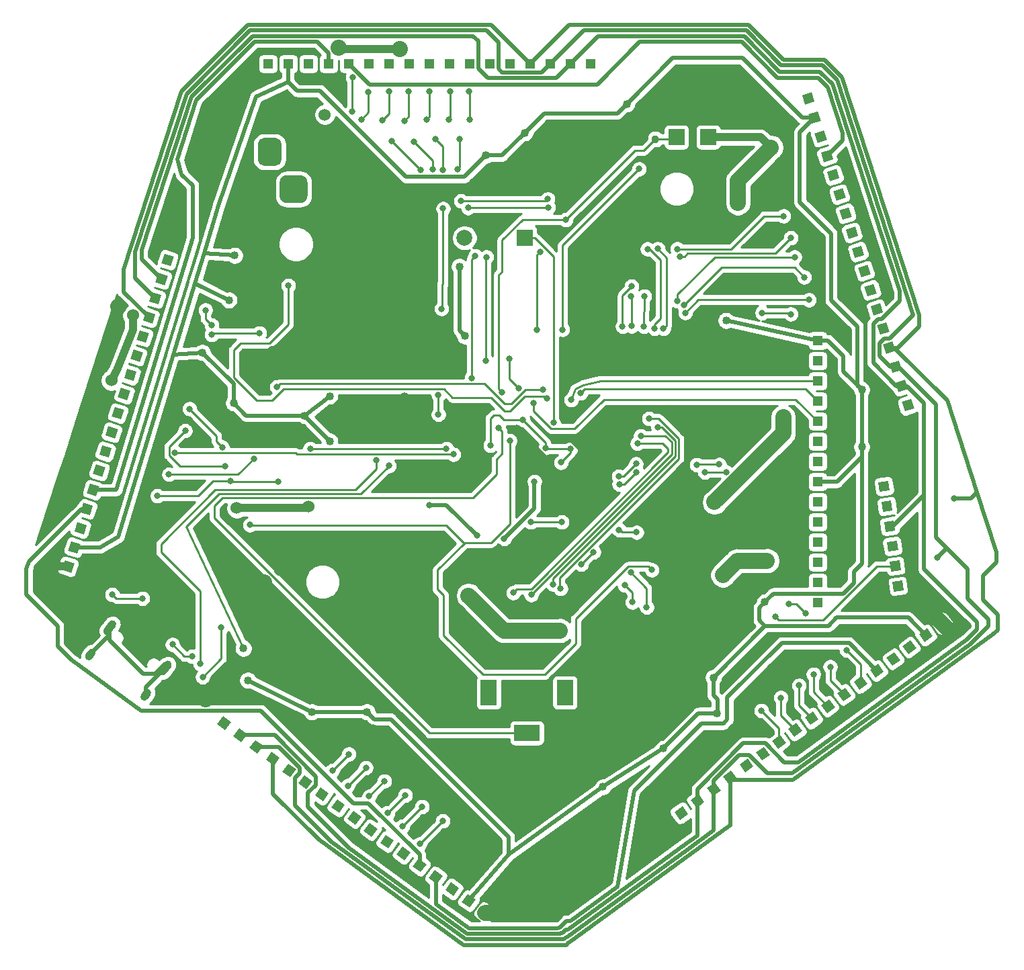
<source format=gbr>
%TF.GenerationSoftware,KiCad,Pcbnew,(5.1.7-0-10_14)*%
%TF.CreationDate,2021-04-07T15:47:16+02:00*%
%TF.ProjectId,Octogone_Sans_Regle,4f63746f-676f-46e6-955f-53616e735f52,rev?*%
%TF.SameCoordinates,Original*%
%TF.FileFunction,Copper,L1,Top*%
%TF.FilePolarity,Positive*%
%FSLAX46Y46*%
G04 Gerber Fmt 4.6, Leading zero omitted, Abs format (unit mm)*
G04 Created by KiCad (PCBNEW (5.1.7-0-10_14)) date 2021-04-07 15:47:16*
%MOMM*%
%LPD*%
G01*
G04 APERTURE LIST*
%TA.AperFunction,ComponentPad*%
%ADD10R,1.250000X1.250000*%
%TD*%
%TA.AperFunction,ComponentPad*%
%ADD11C,0.100000*%
%TD*%
%TA.AperFunction,ComponentPad*%
%ADD12R,2.000000X2.000000*%
%TD*%
%TA.AperFunction,ComponentPad*%
%ADD13C,2.000000*%
%TD*%
%TA.AperFunction,SMDPad,CuDef*%
%ADD14R,2.000000X2.000000*%
%TD*%
%TA.AperFunction,ComponentPad*%
%ADD15R,3.200000X2.000000*%
%TD*%
%TA.AperFunction,ComponentPad*%
%ADD16R,2.000000X3.200000*%
%TD*%
%TA.AperFunction,ComponentPad*%
%ADD17R,3.500000X3.500000*%
%TD*%
%TA.AperFunction,ViaPad*%
%ADD18C,0.800000*%
%TD*%
%TA.AperFunction,ViaPad*%
%ADD19C,1.016000*%
%TD*%
%TA.AperFunction,ViaPad*%
%ADD20C,1.524000*%
%TD*%
%TA.AperFunction,ViaPad*%
%ADD21C,2.032000*%
%TD*%
%TA.AperFunction,Conductor*%
%ADD22C,0.250000*%
%TD*%
%TA.AperFunction,Conductor*%
%ADD23C,0.500000*%
%TD*%
%TA.AperFunction,Conductor*%
%ADD24C,0.482600*%
%TD*%
%TA.AperFunction,Conductor*%
%ADD25C,1.000000*%
%TD*%
%TA.AperFunction,Conductor*%
%ADD26C,2.000000*%
%TD*%
%TA.AperFunction,Conductor*%
%ADD27C,0.254000*%
%TD*%
%TA.AperFunction,Conductor*%
%ADD28C,0.100000*%
%TD*%
G04 APERTURE END LIST*
D10*
%TO.P,U2,7*%
%TO.N,/CLK*%
X162300000Y-102740000D03*
%TO.P,U2,9*%
%TO.N,/MISO*%
X162300000Y-107820000D03*
%TO.P,U2,12*%
%TO.N,N/C*%
X162300000Y-115440000D03*
%TO.P,U2,2*%
%TO.N,GND*%
X162300000Y-90040000D03*
%TO.P,U2,11*%
%TO.N,N/C*%
X162300000Y-112900000D03*
%TO.P,U2,3*%
%TO.N,/TFT_CS*%
X162300000Y-92580000D03*
%TO.P,U2,10*%
%TO.N,N/C*%
X162300000Y-110360000D03*
%TO.P,U2,4*%
%TO.N,/TFT_RST*%
X162300000Y-95120000D03*
%TO.P,U2,6*%
%TO.N,/MOSI*%
X162300000Y-100200000D03*
%TO.P,U2,8*%
%TO.N,+3V3*%
X162300000Y-105280000D03*
%TO.P,U2,1*%
X162300000Y-87500000D03*
%TO.P,U2,14*%
%TO.N,N/C*%
X162300000Y-120520000D03*
%TO.P,U2,13*%
X162300000Y-117980000D03*
%TO.P,U2,5*%
%TO.N,/TFT_DC*%
X162300000Y-97660000D03*
%TD*%
%TA.AperFunction,ComponentPad*%
D11*
%TO.P,P2,1*%
%TO.N,+5V*%
G36*
X68244194Y-116755615D02*
G01*
X67055373Y-116369344D01*
X67441644Y-115180523D01*
X68630465Y-115566794D01*
X68244194Y-116755615D01*
G37*
%TD.AperFunction*%
%TA.AperFunction,ComponentPad*%
%TO.P,P2,2*%
%TO.N,+3V3*%
G36*
X69029097Y-114339931D02*
G01*
X67840276Y-113953660D01*
X68226547Y-112764839D01*
X69415368Y-113151110D01*
X69029097Y-114339931D01*
G37*
%TD.AperFunction*%
%TA.AperFunction,ComponentPad*%
%TO.P,P2,3*%
%TO.N,GND*%
G36*
X69814000Y-111924248D02*
G01*
X68625179Y-111537977D01*
X69011450Y-110349156D01*
X70200271Y-110735427D01*
X69814000Y-111924248D01*
G37*
%TD.AperFunction*%
%TA.AperFunction,ComponentPad*%
%TO.P,P2,4*%
%TO.N,/LED3_4*%
G36*
X70598903Y-109508564D02*
G01*
X69410082Y-109122293D01*
X69796353Y-107933472D01*
X70985174Y-108319743D01*
X70598903Y-109508564D01*
G37*
%TD.AperFunction*%
%TA.AperFunction,ComponentPad*%
%TO.P,P2,5*%
%TO.N,/LED2_3*%
G36*
X71383807Y-107092881D02*
G01*
X70194986Y-106706610D01*
X70581257Y-105517789D01*
X71770078Y-105904060D01*
X71383807Y-107092881D01*
G37*
%TD.AperFunction*%
%TA.AperFunction,ComponentPad*%
%TO.P,P2,6*%
%TO.N,Net-(P2-Pad6)*%
G36*
X72168710Y-104677197D02*
G01*
X70979889Y-104290926D01*
X71366160Y-103102105D01*
X72554981Y-103488376D01*
X72168710Y-104677197D01*
G37*
%TD.AperFunction*%
%TA.AperFunction,ComponentPad*%
%TO.P,P2,7*%
%TO.N,/BUT_A3*%
G36*
X72953613Y-102261514D02*
G01*
X71764792Y-101875243D01*
X72151063Y-100686422D01*
X73339884Y-101072693D01*
X72953613Y-102261514D01*
G37*
%TD.AperFunction*%
%TA.AperFunction,ComponentPad*%
%TO.P,P2,8*%
%TO.N,/BUT_B3*%
G36*
X73738516Y-99845830D02*
G01*
X72549695Y-99459559D01*
X72935966Y-98270738D01*
X74124787Y-98657009D01*
X73738516Y-99845830D01*
G37*
%TD.AperFunction*%
%TA.AperFunction,ComponentPad*%
%TO.P,P2,9*%
%TO.N,/ENC_SW3*%
G36*
X74523419Y-97430147D02*
G01*
X73334598Y-97043876D01*
X73720869Y-95855055D01*
X74909690Y-96241326D01*
X74523419Y-97430147D01*
G37*
%TD.AperFunction*%
%TA.AperFunction,ComponentPad*%
%TO.P,P2,10*%
%TO.N,/ENC_A3*%
G36*
X75308322Y-95014463D02*
G01*
X74119501Y-94628192D01*
X74505772Y-93439371D01*
X75694593Y-93825642D01*
X75308322Y-95014463D01*
G37*
%TD.AperFunction*%
%TA.AperFunction,ComponentPad*%
%TO.P,P2,11*%
%TO.N,/ENC_B3*%
G36*
X76093226Y-92598779D02*
G01*
X74904405Y-92212508D01*
X75290676Y-91023687D01*
X76479497Y-91409958D01*
X76093226Y-92598779D01*
G37*
%TD.AperFunction*%
%TA.AperFunction,ComponentPad*%
%TO.P,P2,12*%
%TO.N,/sheet60968E31/sheet60634ADD/LV1*%
G36*
X76878129Y-90183096D02*
G01*
X75689308Y-89796825D01*
X76075579Y-88608004D01*
X77264400Y-88994275D01*
X76878129Y-90183096D01*
G37*
%TD.AperFunction*%
%TA.AperFunction,ComponentPad*%
%TO.P,P2,13*%
%TO.N,N/C*%
G36*
X77663032Y-87767412D02*
G01*
X76474211Y-87381141D01*
X76860482Y-86192320D01*
X78049303Y-86578591D01*
X77663032Y-87767412D01*
G37*
%TD.AperFunction*%
%TA.AperFunction,ComponentPad*%
%TO.P,P2,14*%
%TO.N,/MISO*%
G36*
X78447935Y-85351729D02*
G01*
X77259114Y-84965458D01*
X77645385Y-83776637D01*
X78834206Y-84162908D01*
X78447935Y-85351729D01*
G37*
%TD.AperFunction*%
%TA.AperFunction,ComponentPad*%
%TO.P,P2,15*%
%TO.N,/MOSI*%
G36*
X79232838Y-82936045D02*
G01*
X78044017Y-82549774D01*
X78430288Y-81360953D01*
X79619109Y-81747224D01*
X79232838Y-82936045D01*
G37*
%TD.AperFunction*%
%TA.AperFunction,ComponentPad*%
%TO.P,P2,16*%
%TO.N,/CLK*%
G36*
X80017741Y-80520362D02*
G01*
X78828920Y-80134091D01*
X79215191Y-78945270D01*
X80404012Y-79331541D01*
X80017741Y-80520362D01*
G37*
%TD.AperFunction*%
%TA.AperFunction,ComponentPad*%
%TO.P,P2,17*%
%TO.N,/sheet60968E31/level_shifter/LV1*%
G36*
X80802645Y-78104678D02*
G01*
X79613824Y-77718407D01*
X80000095Y-76529586D01*
X81188916Y-76915857D01*
X80802645Y-78104678D01*
G37*
%TD.AperFunction*%
%TD*%
%TA.AperFunction,ComponentPad*%
%TO.P,J2,3*%
%TO.N,/CLK*%
G36*
X170665475Y-110348650D02*
G01*
X171903310Y-110174683D01*
X172077277Y-111412518D01*
X170839442Y-111586485D01*
X170665475Y-110348650D01*
G37*
%TD.AperFunction*%
%TA.AperFunction,ComponentPad*%
%TO.P,J2,2*%
%TO.N,+5V*%
G36*
X170311975Y-107833370D02*
G01*
X171549810Y-107659403D01*
X171723777Y-108897238D01*
X170485942Y-109071205D01*
X170311975Y-107833370D01*
G37*
%TD.AperFunction*%
%TA.AperFunction,ComponentPad*%
%TO.P,J2,1*%
%TO.N,/MISO*%
G36*
X169958475Y-105318089D02*
G01*
X171196310Y-105144122D01*
X171370277Y-106381957D01*
X170132442Y-106555924D01*
X169958475Y-105318089D01*
G37*
%TD.AperFunction*%
%TA.AperFunction,ComponentPad*%
%TO.P,J2,5*%
%TO.N,/RESET*%
G36*
X171372474Y-115379212D02*
G01*
X172610309Y-115205245D01*
X172784276Y-116443080D01*
X171546441Y-116617047D01*
X171372474Y-115379212D01*
G37*
%TD.AperFunction*%
%TA.AperFunction,ComponentPad*%
%TO.P,J2,6*%
%TO.N,GND*%
G36*
X171725974Y-117894493D02*
G01*
X172963809Y-117720526D01*
X173137776Y-118958361D01*
X171899941Y-119132328D01*
X171725974Y-117894493D01*
G37*
%TD.AperFunction*%
%TA.AperFunction,ComponentPad*%
%TO.P,J2,4*%
%TO.N,/MOSI*%
G36*
X171018974Y-112863931D02*
G01*
X172256809Y-112689964D01*
X172430776Y-113927799D01*
X171192941Y-114101766D01*
X171018974Y-112863931D01*
G37*
%TD.AperFunction*%
%TD*%
%TA.AperFunction,ComponentPad*%
%TO.P,P3,1*%
%TO.N,+5V*%
G36*
X121232323Y-159462552D02*
G01*
X120497592Y-160473823D01*
X119486321Y-159739092D01*
X120221052Y-158727821D01*
X121232323Y-159462552D01*
G37*
%TD.AperFunction*%
%TA.AperFunction,ComponentPad*%
%TO.P,P3,2*%
%TO.N,+3V3*%
G36*
X119177420Y-157969577D02*
G01*
X118442689Y-158980848D01*
X117431418Y-158246117D01*
X118166149Y-157234846D01*
X119177420Y-157969577D01*
G37*
%TD.AperFunction*%
%TA.AperFunction,ComponentPad*%
%TO.P,P3,3*%
%TO.N,GND*%
G36*
X117122517Y-156476603D02*
G01*
X116387786Y-157487874D01*
X115376515Y-156753143D01*
X116111246Y-155741872D01*
X117122517Y-156476603D01*
G37*
%TD.AperFunction*%
%TA.AperFunction,ComponentPad*%
%TO.P,P3,4*%
%TO.N,/LED4_5*%
G36*
X115067614Y-154983628D02*
G01*
X114332883Y-155994899D01*
X113321612Y-155260168D01*
X114056343Y-154248897D01*
X115067614Y-154983628D01*
G37*
%TD.AperFunction*%
%TA.AperFunction,ComponentPad*%
%TO.P,P3,5*%
%TO.N,/LED3_4*%
G36*
X113012710Y-153490654D02*
G01*
X112277979Y-154501925D01*
X111266708Y-153767194D01*
X112001439Y-152755923D01*
X113012710Y-153490654D01*
G37*
%TD.AperFunction*%
%TA.AperFunction,ComponentPad*%
%TO.P,P3,6*%
%TO.N,Net-(P3-Pad6)*%
G36*
X110957807Y-151997679D02*
G01*
X110223076Y-153008950D01*
X109211805Y-152274219D01*
X109946536Y-151262948D01*
X110957807Y-151997679D01*
G37*
%TD.AperFunction*%
%TA.AperFunction,ComponentPad*%
%TO.P,P3,7*%
%TO.N,/BUT_A4*%
G36*
X108902904Y-150504705D02*
G01*
X108168173Y-151515976D01*
X107156902Y-150781245D01*
X107891633Y-149769974D01*
X108902904Y-150504705D01*
G37*
%TD.AperFunction*%
%TA.AperFunction,ComponentPad*%
%TO.P,P3,8*%
%TO.N,/BUT_B4*%
G36*
X106848001Y-149011730D02*
G01*
X106113270Y-150023001D01*
X105101999Y-149288270D01*
X105836730Y-148276999D01*
X106848001Y-149011730D01*
G37*
%TD.AperFunction*%
%TA.AperFunction,ComponentPad*%
%TO.P,P3,9*%
%TO.N,/ENC_SW4*%
G36*
X104793098Y-147518756D02*
G01*
X104058367Y-148530027D01*
X103047096Y-147795296D01*
X103781827Y-146784025D01*
X104793098Y-147518756D01*
G37*
%TD.AperFunction*%
%TA.AperFunction,ComponentPad*%
%TO.P,P3,10*%
%TO.N,/ENC_A4*%
G36*
X102738195Y-146025781D02*
G01*
X102003464Y-147037052D01*
X100992193Y-146302321D01*
X101726924Y-145291050D01*
X102738195Y-146025781D01*
G37*
%TD.AperFunction*%
%TA.AperFunction,ComponentPad*%
%TO.P,P3,11*%
%TO.N,/ENC_B4*%
G36*
X100683291Y-144532807D02*
G01*
X99948560Y-145544078D01*
X98937289Y-144809347D01*
X99672020Y-143798076D01*
X100683291Y-144532807D01*
G37*
%TD.AperFunction*%
%TA.AperFunction,ComponentPad*%
%TO.P,P3,12*%
%TO.N,/sheet6096A2ED/sheet60634ADD/LV1*%
G36*
X98628388Y-143039832D02*
G01*
X97893657Y-144051103D01*
X96882386Y-143316372D01*
X97617117Y-142305101D01*
X98628388Y-143039832D01*
G37*
%TD.AperFunction*%
%TA.AperFunction,ComponentPad*%
%TO.P,P3,13*%
%TO.N,N/C*%
G36*
X96573485Y-141546858D02*
G01*
X95838754Y-142558129D01*
X94827483Y-141823398D01*
X95562214Y-140812127D01*
X96573485Y-141546858D01*
G37*
%TD.AperFunction*%
%TA.AperFunction,ComponentPad*%
%TO.P,P3,14*%
%TO.N,/MISO*%
G36*
X94518582Y-140053883D02*
G01*
X93783851Y-141065154D01*
X92772580Y-140330423D01*
X93507311Y-139319152D01*
X94518582Y-140053883D01*
G37*
%TD.AperFunction*%
%TA.AperFunction,ComponentPad*%
%TO.P,P3,15*%
%TO.N,/MOSI*%
G36*
X92463679Y-138560908D02*
G01*
X91728948Y-139572179D01*
X90717677Y-138837448D01*
X91452408Y-137826177D01*
X92463679Y-138560908D01*
G37*
%TD.AperFunction*%
%TA.AperFunction,ComponentPad*%
%TO.P,P3,16*%
%TO.N,/CLK*%
G36*
X90408776Y-137067934D02*
G01*
X89674045Y-138079205D01*
X88662774Y-137344474D01*
X89397505Y-136333203D01*
X90408776Y-137067934D01*
G37*
%TD.AperFunction*%
%TA.AperFunction,ComponentPad*%
%TO.P,P3,17*%
%TO.N,/sheet6096A2ED/level_shifter/LV1*%
G36*
X88353872Y-135574959D02*
G01*
X87619141Y-136586230D01*
X86607870Y-135851499D01*
X87342601Y-134840228D01*
X88353872Y-135574959D01*
G37*
%TD.AperFunction*%
%TD*%
%TA.AperFunction,ComponentPad*%
%TO.P,P1,1*%
%TO.N,+5V*%
G36*
X160332745Y-56576674D02*
G01*
X161521566Y-56190403D01*
X161907837Y-57379224D01*
X160719016Y-57765495D01*
X160332745Y-56576674D01*
G37*
%TD.AperFunction*%
%TA.AperFunction,ComponentPad*%
%TO.P,P1,2*%
%TO.N,+3V3*%
G36*
X161117648Y-58992358D02*
G01*
X162306469Y-58606087D01*
X162692740Y-59794908D01*
X161503919Y-60181179D01*
X161117648Y-58992358D01*
G37*
%TD.AperFunction*%
%TA.AperFunction,ComponentPad*%
%TO.P,P1,3*%
%TO.N,GND*%
G36*
X161902551Y-61408041D02*
G01*
X163091372Y-61021770D01*
X163477643Y-62210591D01*
X162288822Y-62596862D01*
X161902551Y-61408041D01*
G37*
%TD.AperFunction*%
%TA.AperFunction,ComponentPad*%
%TO.P,P1,4*%
%TO.N,/LED1_2*%
G36*
X162687454Y-63823725D02*
G01*
X163876275Y-63437454D01*
X164262546Y-64626275D01*
X163073725Y-65012546D01*
X162687454Y-63823725D01*
G37*
%TD.AperFunction*%
%TA.AperFunction,ComponentPad*%
%TO.P,P1,5*%
%TO.N,/LED_BEGIN*%
G36*
X163472358Y-66239408D02*
G01*
X164661179Y-65853137D01*
X165047450Y-67041958D01*
X163858629Y-67428229D01*
X163472358Y-66239408D01*
G37*
%TD.AperFunction*%
%TA.AperFunction,ComponentPad*%
%TO.P,P1,6*%
%TO.N,Net-(P1-Pad6)*%
G36*
X164257261Y-68655092D02*
G01*
X165446082Y-68268821D01*
X165832353Y-69457642D01*
X164643532Y-69843913D01*
X164257261Y-68655092D01*
G37*
%TD.AperFunction*%
%TA.AperFunction,ComponentPad*%
%TO.P,P1,7*%
%TO.N,/BUT_A1*%
G36*
X165042164Y-71070775D02*
G01*
X166230985Y-70684504D01*
X166617256Y-71873325D01*
X165428435Y-72259596D01*
X165042164Y-71070775D01*
G37*
%TD.AperFunction*%
%TA.AperFunction,ComponentPad*%
%TO.P,P1,8*%
%TO.N,/BUT_B1*%
G36*
X165827067Y-73486459D02*
G01*
X167015888Y-73100188D01*
X167402159Y-74289009D01*
X166213338Y-74675280D01*
X165827067Y-73486459D01*
G37*
%TD.AperFunction*%
%TA.AperFunction,ComponentPad*%
%TO.P,P1,9*%
%TO.N,/ENC_SW1*%
G36*
X166611970Y-75902142D02*
G01*
X167800791Y-75515871D01*
X168187062Y-76704692D01*
X166998241Y-77090963D01*
X166611970Y-75902142D01*
G37*
%TD.AperFunction*%
%TA.AperFunction,ComponentPad*%
%TO.P,P1,10*%
%TO.N,/ENC_A1*%
G36*
X167396873Y-78317826D02*
G01*
X168585694Y-77931555D01*
X168971965Y-79120376D01*
X167783144Y-79506647D01*
X167396873Y-78317826D01*
G37*
%TD.AperFunction*%
%TA.AperFunction,ComponentPad*%
%TO.P,P1,11*%
%TO.N,/ENC_B1*%
G36*
X168181777Y-80733510D02*
G01*
X169370598Y-80347239D01*
X169756869Y-81536060D01*
X168568048Y-81922331D01*
X168181777Y-80733510D01*
G37*
%TD.AperFunction*%
%TA.AperFunction,ComponentPad*%
%TO.P,P1,12*%
%TO.N,/sheet6073AE66/sheet60634ADD/LV1*%
G36*
X168966680Y-83149193D02*
G01*
X170155501Y-82762922D01*
X170541772Y-83951743D01*
X169352951Y-84338014D01*
X168966680Y-83149193D01*
G37*
%TD.AperFunction*%
%TA.AperFunction,ComponentPad*%
%TO.P,P1,13*%
%TO.N,N/C*%
G36*
X169751583Y-85564877D02*
G01*
X170940404Y-85178606D01*
X171326675Y-86367427D01*
X170137854Y-86753698D01*
X169751583Y-85564877D01*
G37*
%TD.AperFunction*%
%TA.AperFunction,ComponentPad*%
%TO.P,P1,14*%
%TO.N,/MISO*%
G36*
X170536486Y-87980560D02*
G01*
X171725307Y-87594289D01*
X172111578Y-88783110D01*
X170922757Y-89169381D01*
X170536486Y-87980560D01*
G37*
%TD.AperFunction*%
%TA.AperFunction,ComponentPad*%
%TO.P,P1,15*%
%TO.N,/MOSI*%
G36*
X171321389Y-90396244D02*
G01*
X172510210Y-90009973D01*
X172896481Y-91198794D01*
X171707660Y-91585065D01*
X171321389Y-90396244D01*
G37*
%TD.AperFunction*%
%TA.AperFunction,ComponentPad*%
%TO.P,P1,16*%
%TO.N,/CLK*%
G36*
X172106292Y-92811927D02*
G01*
X173295113Y-92425656D01*
X173681384Y-93614477D01*
X172492563Y-94000748D01*
X172106292Y-92811927D01*
G37*
%TD.AperFunction*%
%TA.AperFunction,ComponentPad*%
%TO.P,P1,17*%
%TO.N,/sheet6073AE66/level_shifter/LV1*%
G36*
X172891196Y-95227611D02*
G01*
X174080017Y-94841340D01*
X174466288Y-96030161D01*
X173277467Y-96416432D01*
X172891196Y-95227611D01*
G37*
%TD.AperFunction*%
%TD*%
D10*
%TO.P,P5,1*%
%TO.N,+5V*%
X93040000Y-52600000D03*
%TO.P,P5,2*%
%TO.N,+3V3*%
X95580000Y-52600000D03*
%TO.P,P5,3*%
%TO.N,GND*%
X98120000Y-52600000D03*
%TO.P,P5,4*%
%TO.N,/LED2_3*%
X100660000Y-52600000D03*
%TO.P,P5,5*%
%TO.N,/LED1_2*%
X103200000Y-52600000D03*
%TO.P,P5,6*%
%TO.N,Net-(P5-Pad6)*%
X105740000Y-52600000D03*
%TO.P,P5,7*%
%TO.N,/BUT_A2*%
X108280000Y-52600000D03*
%TO.P,P5,8*%
%TO.N,/BUT_B2*%
X110820000Y-52600000D03*
%TO.P,P5,9*%
%TO.N,/ENC_SW2*%
X113360000Y-52600000D03*
%TO.P,P5,10*%
%TO.N,/ENC_A2*%
X115900000Y-52600000D03*
%TO.P,P5,11*%
%TO.N,/ENC_B2*%
X118440000Y-52600000D03*
%TO.P,P5,12*%
%TO.N,/sheet60967BFF/sheet60634ADD/LV1*%
X120980000Y-52600000D03*
%TO.P,P5,13*%
%TO.N,N/C*%
X123520000Y-52600000D03*
%TO.P,P5,14*%
%TO.N,/MISO*%
X126060000Y-52600000D03*
%TO.P,P5,15*%
%TO.N,/MOSI*%
X128600000Y-52600000D03*
%TO.P,P5,16*%
%TO.N,/CLK*%
X131140000Y-52600000D03*
%TO.P,P5,17*%
%TO.N,/sheet60967BFF/level_shifter/LV1*%
X133680000Y-52600000D03*
%TD*%
%TA.AperFunction,ComponentPad*%
D11*
%TO.P,P4,1*%
%TO.N,+5V*%
G36*
X178122498Y-122267922D02*
G01*
X178857229Y-123279193D01*
X177845958Y-124013924D01*
X177111227Y-123002653D01*
X178122498Y-122267922D01*
G37*
%TD.AperFunction*%
%TA.AperFunction,ComponentPad*%
%TO.P,P4,2*%
%TO.N,+3V3*%
G36*
X176067595Y-123760897D02*
G01*
X176802326Y-124772168D01*
X175791055Y-125506899D01*
X175056324Y-124495628D01*
X176067595Y-123760897D01*
G37*
%TD.AperFunction*%
%TA.AperFunction,ComponentPad*%
%TO.P,P4,3*%
%TO.N,GND*%
G36*
X174012692Y-125253871D02*
G01*
X174747423Y-126265142D01*
X173736152Y-126999873D01*
X173001421Y-125988602D01*
X174012692Y-125253871D01*
G37*
%TD.AperFunction*%
%TA.AperFunction,ComponentPad*%
%TO.P,P4,4*%
%TO.N,N/C*%
G36*
X171957789Y-126746846D02*
G01*
X172692520Y-127758117D01*
X171681249Y-128492848D01*
X170946518Y-127481577D01*
X171957789Y-126746846D01*
G37*
%TD.AperFunction*%
%TA.AperFunction,ComponentPad*%
%TO.P,P4,5*%
%TO.N,/LED4_5*%
G36*
X169902885Y-128239820D02*
G01*
X170637616Y-129251091D01*
X169626345Y-129985822D01*
X168891614Y-128974551D01*
X169902885Y-128239820D01*
G37*
%TD.AperFunction*%
%TA.AperFunction,ComponentPad*%
%TO.P,P4,6*%
%TO.N,Net-(P4-Pad6)*%
G36*
X167847982Y-129732795D02*
G01*
X168582713Y-130744066D01*
X167571442Y-131478797D01*
X166836711Y-130467526D01*
X167847982Y-129732795D01*
G37*
%TD.AperFunction*%
%TA.AperFunction,ComponentPad*%
%TO.P,P4,7*%
%TO.N,/BUT_A5*%
G36*
X165793079Y-131225769D02*
G01*
X166527810Y-132237040D01*
X165516539Y-132971771D01*
X164781808Y-131960500D01*
X165793079Y-131225769D01*
G37*
%TD.AperFunction*%
%TA.AperFunction,ComponentPad*%
%TO.P,P4,8*%
%TO.N,/BUT_B5*%
G36*
X163738176Y-132718744D02*
G01*
X164472907Y-133730015D01*
X163461636Y-134464746D01*
X162726905Y-133453475D01*
X163738176Y-132718744D01*
G37*
%TD.AperFunction*%
%TA.AperFunction,ComponentPad*%
%TO.P,P4,9*%
%TO.N,/ENC_SW5*%
G36*
X161683273Y-134211718D02*
G01*
X162418004Y-135222989D01*
X161406733Y-135957720D01*
X160672002Y-134946449D01*
X161683273Y-134211718D01*
G37*
%TD.AperFunction*%
%TA.AperFunction,ComponentPad*%
%TO.P,P4,10*%
%TO.N,/ENC_A5*%
G36*
X159628370Y-135704693D02*
G01*
X160363101Y-136715964D01*
X159351830Y-137450695D01*
X158617099Y-136439424D01*
X159628370Y-135704693D01*
G37*
%TD.AperFunction*%
%TA.AperFunction,ComponentPad*%
%TO.P,P4,11*%
%TO.N,/ENC_B5*%
G36*
X157573466Y-137197667D02*
G01*
X158308197Y-138208938D01*
X157296926Y-138943669D01*
X156562195Y-137932398D01*
X157573466Y-137197667D01*
G37*
%TD.AperFunction*%
%TA.AperFunction,ComponentPad*%
%TO.P,P4,12*%
%TO.N,/sheet6096BAA2/sheet60634ADD/LV1*%
G36*
X155518563Y-138690642D02*
G01*
X156253294Y-139701913D01*
X155242023Y-140436644D01*
X154507292Y-139425373D01*
X155518563Y-138690642D01*
G37*
%TD.AperFunction*%
%TA.AperFunction,ComponentPad*%
%TO.P,P4,13*%
%TO.N,N/C*%
G36*
X153463660Y-140183616D02*
G01*
X154198391Y-141194887D01*
X153187120Y-141929618D01*
X152452389Y-140918347D01*
X153463660Y-140183616D01*
G37*
%TD.AperFunction*%
%TA.AperFunction,ComponentPad*%
%TO.P,P4,14*%
%TO.N,/MISO*%
G36*
X151408757Y-141676591D02*
G01*
X152143488Y-142687862D01*
X151132217Y-143422593D01*
X150397486Y-142411322D01*
X151408757Y-141676591D01*
G37*
%TD.AperFunction*%
%TA.AperFunction,ComponentPad*%
%TO.P,P4,15*%
%TO.N,/MOSI*%
G36*
X149353854Y-143169566D02*
G01*
X150088585Y-144180837D01*
X149077314Y-144915568D01*
X148342583Y-143904297D01*
X149353854Y-143169566D01*
G37*
%TD.AperFunction*%
%TA.AperFunction,ComponentPad*%
%TO.P,P4,16*%
%TO.N,/CLK*%
G36*
X147298951Y-144662540D02*
G01*
X148033682Y-145673811D01*
X147022411Y-146408542D01*
X146287680Y-145397271D01*
X147298951Y-144662540D01*
G37*
%TD.AperFunction*%
%TA.AperFunction,ComponentPad*%
%TO.P,P4,17*%
%TO.N,/sheet6096BAA2/level_shifter/LV1*%
G36*
X145244047Y-146155515D02*
G01*
X145978778Y-147166786D01*
X144967507Y-147901517D01*
X144232776Y-146890246D01*
X145244047Y-146155515D01*
G37*
%TD.AperFunction*%
%TD*%
%TO.P,P7,S1*%
%TO.N,Net-(P7-PadS1)*%
%TA.AperFunction,ComponentPad*%
G36*
G01*
X71218716Y-127111424D02*
X70866044Y-127596834D01*
G75*
G02*
X70167643Y-127707449I-404508J293893D01*
G01*
X70167643Y-127707449D01*
G75*
G02*
X70057028Y-127009048I293893J404508D01*
G01*
X70409700Y-126523638D01*
G75*
G02*
X71108101Y-126413023I404508J-293893D01*
G01*
X71108101Y-126413023D01*
G75*
G02*
X71218716Y-127111424I-293893J-404508D01*
G01*
G37*
%TD.AperFunction*%
%TA.AperFunction,ComponentPad*%
G36*
G01*
X78208623Y-132189888D02*
X77855951Y-132675298D01*
G75*
G02*
X77157550Y-132785913I-404508J293893D01*
G01*
X77157550Y-132785913D01*
G75*
G02*
X77046935Y-132087512I293893J404508D01*
G01*
X77399607Y-131602102D01*
G75*
G02*
X78098008Y-131491487I404508J-293893D01*
G01*
X78098008Y-131491487D01*
G75*
G02*
X78208623Y-132189888I-293893J-404508D01*
G01*
G37*
%TD.AperFunction*%
%TA.AperFunction,ComponentPad*%
G36*
G01*
X80812511Y-128605943D02*
X80165947Y-129495861D01*
G75*
G02*
X79467546Y-129606476I-404508J293893D01*
G01*
X79467546Y-129606476D01*
G75*
G02*
X79356931Y-128908075I293893J404508D01*
G01*
X80003495Y-128018157D01*
G75*
G02*
X80701896Y-127907542I404508J-293893D01*
G01*
X80701896Y-127907542D01*
G75*
G02*
X80812511Y-128605943I-293893J-404508D01*
G01*
G37*
%TD.AperFunction*%
%TA.AperFunction,ComponentPad*%
G36*
G01*
X73822604Y-123527479D02*
X73176040Y-124417397D01*
G75*
G02*
X72477639Y-124528012I-404508J293893D01*
G01*
X72477639Y-124528012D01*
G75*
G02*
X72367024Y-123829611I293893J404508D01*
G01*
X73013588Y-122939693D01*
G75*
G02*
X73711989Y-122829078I404508J-293893D01*
G01*
X73711989Y-122829078D01*
G75*
G02*
X73822604Y-123527479I-293893J-404508D01*
G01*
G37*
%TD.AperFunction*%
%TD*%
%TO.P,R11,1*%
%TO.N,+5V*%
%TA.AperFunction,SMDPad,CuDef*%
G36*
G01*
X139775000Y-62375000D02*
X139775000Y-61825000D01*
G75*
G02*
X139975000Y-61625000I200000J0D01*
G01*
X140375000Y-61625000D01*
G75*
G02*
X140575000Y-61825000I0J-200000D01*
G01*
X140575000Y-62375000D01*
G75*
G02*
X140375000Y-62575000I-200000J0D01*
G01*
X139975000Y-62575000D01*
G75*
G02*
X139775000Y-62375000I0J200000D01*
G01*
G37*
%TD.AperFunction*%
%TO.P,R11,2*%
%TO.N,/RESET*%
%TA.AperFunction,SMDPad,CuDef*%
G36*
G01*
X141425000Y-62375000D02*
X141425000Y-61825000D01*
G75*
G02*
X141625000Y-61625000I200000J0D01*
G01*
X142025000Y-61625000D01*
G75*
G02*
X142225000Y-61825000I0J-200000D01*
G01*
X142225000Y-62375000D01*
G75*
G02*
X142025000Y-62575000I-200000J0D01*
G01*
X141625000Y-62575000D01*
G75*
G02*
X141425000Y-62375000I0J200000D01*
G01*
G37*
%TD.AperFunction*%
%TD*%
D12*
%TO.P,BZ1,1*%
%TO.N,Net-(BZ1-Pad1)*%
X125400000Y-74550000D03*
D13*
%TO.P,BZ1,2*%
%TO.N,GND*%
X117800000Y-74550000D03*
%TD*%
D14*
%TO.P,SW1,2*%
%TO.N,/RESET*%
X144500000Y-61850000D03*
%TO.P,SW1,1*%
%TO.N,GND*%
X148500000Y-61850000D03*
%TD*%
D15*
%TO.P,SW2,1*%
%TO.N,+5V*%
X125650000Y-127350000D03*
%TO.P,SW2,2*%
%TO.N,/GLOBAL_SW*%
X125650000Y-136950000D03*
D16*
%TO.P,SW2,4*%
%TO.N,Net-(R62-Pad1)*%
X120850000Y-131850000D03*
%TO.P,SW2,3*%
%TO.N,GND*%
X130450000Y-131850000D03*
%TD*%
D17*
%TO.P,J1,1*%
%TO.N,+5V*%
X99250000Y-63700000D03*
%TO.P,J1,2*%
%TO.N,GND*%
%TA.AperFunction,ComponentPad*%
G36*
G01*
X91750000Y-64700000D02*
X91750000Y-62700000D01*
G75*
G02*
X92500000Y-61950000I750000J0D01*
G01*
X94000000Y-61950000D01*
G75*
G02*
X94750000Y-62700000I0J-750000D01*
G01*
X94750000Y-64700000D01*
G75*
G02*
X94000000Y-65450000I-750000J0D01*
G01*
X92500000Y-65450000D01*
G75*
G02*
X91750000Y-64700000I0J750000D01*
G01*
G37*
%TD.AperFunction*%
%TO.P,J1,3*%
%TO.N,N/C*%
%TA.AperFunction,ComponentPad*%
G36*
G01*
X94500000Y-69275000D02*
X94500000Y-67525000D01*
G75*
G02*
X95375000Y-66650000I875000J0D01*
G01*
X97125000Y-66650000D01*
G75*
G02*
X98000000Y-67525000I0J-875000D01*
G01*
X98000000Y-69275000D01*
G75*
G02*
X97125000Y-70150000I-875000J0D01*
G01*
X95375000Y-70150000D01*
G75*
G02*
X94500000Y-69275000I0J875000D01*
G01*
G37*
%TD.AperFunction*%
%TD*%
D18*
%TO.N,GND*%
X121050000Y-100700000D03*
X123400000Y-89800000D03*
X124587347Y-93537347D03*
X125125000Y-97450000D03*
D19*
X117850000Y-86900000D03*
X117150000Y-78150000D03*
D20*
X76000000Y-84300000D03*
X73300000Y-92500000D03*
D18*
X81000000Y-125800000D03*
X83500000Y-127300000D03*
X84800000Y-129900000D03*
X87150000Y-123673711D03*
X77200000Y-120000000D03*
X73400000Y-119500000D03*
D20*
X89100000Y-108600000D03*
D18*
X131148959Y-101151041D03*
X128001041Y-100998959D03*
X129950000Y-102850000D03*
X113400000Y-108200000D03*
X119350000Y-112050000D03*
X126600000Y-105250000D03*
X122800000Y-112450000D03*
D21*
X149300000Y-107850000D03*
X157950000Y-97150000D03*
X150350000Y-117050000D03*
X155900000Y-115250002D03*
D20*
X98150000Y-108387010D03*
D21*
X109650000Y-50750000D03*
X101951405Y-50566148D03*
X152250000Y-70150000D03*
X156400000Y-63150000D03*
D20*
X100200000Y-59000000D03*
D21*
X129800000Y-124050000D03*
X118300000Y-119625000D03*
D19*
%TO.N,+5V*%
X124400000Y-98600000D03*
X90150000Y-91800000D03*
X110250000Y-94500000D03*
X110300000Y-98850000D03*
X108150000Y-96850000D03*
X116400000Y-99100000D03*
D20*
X93200000Y-83800000D03*
X102500000Y-82100000D03*
X121700000Y-67900000D03*
X132200000Y-64900000D03*
X125900000Y-147000000D03*
X139500000Y-134100000D03*
X145600000Y-126300000D03*
X151600000Y-90800000D03*
X153400000Y-97500000D03*
X85300000Y-65500000D03*
X91800000Y-70700000D03*
X85500000Y-112800000D03*
X173500000Y-106100000D03*
X174000000Y-111600000D03*
X77100000Y-111700000D03*
D21*
X164850000Y-93350000D03*
D19*
X131050000Y-99850000D03*
X132450006Y-105150000D03*
D20*
X118550000Y-115200000D03*
D19*
X125850000Y-102450000D03*
D20*
X146150000Y-116200000D03*
D21*
X100067500Y-112882500D03*
X94750000Y-116200000D03*
X92544110Y-118005890D03*
X85148141Y-132684000D03*
D19*
X110800000Y-90750000D03*
X101100000Y-86300000D03*
X96100000Y-88450000D03*
D20*
X64300000Y-116200000D03*
X68200000Y-104400000D03*
X74250000Y-83200000D03*
X107525000Y-133425000D03*
X106275000Y-136625000D03*
D21*
X169600000Y-120400000D03*
X165900000Y-114500000D03*
X155800000Y-59025000D03*
D19*
%TO.N,+3V3*%
X90500000Y-130300000D03*
X88850000Y-76750000D03*
X88100000Y-82400000D03*
X88689028Y-95360972D03*
X149150000Y-129950000D03*
X167850000Y-93700000D03*
X167850000Y-100900000D03*
X120500000Y-64150000D03*
X125400000Y-61300000D03*
X138250000Y-57650000D03*
X84750000Y-89000000D03*
X135250000Y-143750000D03*
X142850000Y-138900000D03*
X150750000Y-84950000D03*
X97650000Y-96950000D03*
X100800000Y-94500000D03*
X100800000Y-100150000D03*
X155650000Y-120449998D03*
X98550000Y-134300000D03*
X149625001Y-134475001D03*
X105498361Y-134300004D03*
D18*
%TO.N,/BUT_A1*%
X138850000Y-85650000D03*
X138800000Y-81900000D03*
X158000000Y-71800000D03*
X144607816Y-75939078D03*
%TO.N,/BUT_B1*%
X140450000Y-81900000D03*
X140400000Y-85700000D03*
X158900000Y-74550000D03*
X144987956Y-76864009D03*
%TO.N,/BUT_A2*%
X118250000Y-70750000D03*
X141750000Y-85950000D03*
X140850000Y-75950000D03*
X108300000Y-56050000D03*
X107450002Y-59700000D03*
X108637500Y-62362500D03*
X112237500Y-65962500D03*
X128375010Y-70700000D03*
%TO.N,/BUT_B2*%
X142862347Y-85987653D03*
X117350000Y-69900000D03*
X142137660Y-75912340D03*
X110750000Y-56050000D03*
X110200000Y-59800001D03*
X111387500Y-62462500D03*
X113750000Y-65900000D03*
X128283334Y-69647115D03*
%TO.N,/BUT_A3*%
X94300000Y-105275000D03*
X88300000Y-105200002D03*
X79100000Y-107050000D03*
%TO.N,/BUT_B3*%
X80550000Y-104350000D03*
X91237931Y-102375010D03*
%TO.N,/BUT_A4*%
X141034000Y-97324990D03*
X129900000Y-118750000D03*
X112436439Y-146236439D03*
X109961439Y-148711439D03*
%TO.N,/BUT_B4*%
X142178313Y-98428313D03*
X128950002Y-118200000D03*
X108137500Y-146987500D03*
X110337500Y-144787500D03*
%TO.N,/BUT_A5*%
X163887075Y-128600010D03*
%TO.N,/BUT_B5*%
X161771454Y-129552741D03*
%TO.N,/ENC_SW1*%
X159400000Y-76950000D03*
X144612367Y-82474990D03*
%TO.N,/ENC_SW2*%
X114500000Y-96799990D03*
X114500000Y-94325020D03*
X114900000Y-83474992D03*
X113400000Y-56050000D03*
X113000000Y-59650001D03*
X114150000Y-62050000D03*
X115091240Y-65982165D03*
X115100000Y-70849994D03*
%TO.N,/ENC_SW3*%
X116400000Y-101825000D03*
X81300000Y-101600000D03*
%TO.N,/ENC_SW4*%
X105782516Y-144932516D03*
X107707516Y-143007516D03*
%TO.N,/ENC_SW5*%
X115516883Y-101100000D03*
X98350000Y-101100000D03*
X159950000Y-130950000D03*
%TO.N,/CLK*%
X85150000Y-83650000D03*
X85950000Y-85550000D03*
%TO.N,/MOSI*%
X177400000Y-114800000D03*
%TO.N,/MISO*%
X91950000Y-86550000D03*
X85950000Y-86750000D03*
X179500000Y-107400000D03*
%TO.N,/sheet6073AE66/sheet60634ADD/LV1*%
X155300000Y-84000000D03*
X158900000Y-84150000D03*
%TO.N,/ENC_A1*%
X160600000Y-79500000D03*
X145465235Y-82997120D03*
%TO.N,/ENC_B1*%
X161200000Y-82350000D03*
X145604466Y-83987382D03*
%TO.N,/LED_BEGIN*%
X137700000Y-85700000D03*
X138850000Y-80650000D03*
%TO.N,/ENC_A3*%
X82600000Y-98850000D03*
X87600000Y-103300000D03*
%TO.N,/ENC_B3*%
X83150000Y-96100000D03*
X87250000Y-100925000D03*
%TO.N,/ENC_A4*%
X105366258Y-141316258D03*
X103091258Y-143591258D03*
%TO.N,/ENC_B4*%
X101141258Y-141691258D03*
X103216258Y-139616258D03*
%TO.N,Net-(P3-Pad6)*%
X112141258Y-150941258D03*
X115041258Y-148041258D03*
%TO.N,/ENC_A5*%
X157650000Y-132500000D03*
%TO.N,/ENC_B5*%
X155193173Y-134127758D03*
%TO.N,Net-(P4-Pad6)*%
X165949856Y-126500144D03*
%TO.N,/ENC_A2*%
X118700000Y-92200000D03*
X116000000Y-56050000D03*
X115800000Y-59650000D03*
X116900000Y-65900000D03*
X117150000Y-62075000D03*
X119150000Y-76800000D03*
%TO.N,/ENC_B2*%
X120450742Y-90000742D03*
X118450000Y-59650000D03*
X118400000Y-56050000D03*
X120550000Y-76950000D03*
%TO.N,Net-(P5-Pad6)*%
X105700000Y-56150000D03*
X104800000Y-59600000D03*
%TO.N,/TX*%
X106700000Y-102550000D03*
X84500000Y-128250000D03*
%TO.N,/RFID_CS3*%
X95600000Y-80550000D03*
X128200000Y-94750000D03*
%TO.N,/RFID_RST3*%
X94150000Y-93350000D03*
X127700000Y-93650000D03*
%TO.N,/RFID_CS4*%
X139586290Y-100449532D03*
X123935722Y-119266214D03*
%TO.N,/RFID_RST4*%
X140000000Y-99500013D03*
X126211167Y-119524068D03*
%TO.N,/RFID_CS5*%
X138001285Y-118316171D03*
X138950001Y-120450010D03*
%TO.N,/RFID_RST5*%
X138750000Y-116700000D03*
X140750000Y-121100000D03*
%TO.N,/RFID_CS2*%
X130150000Y-86100000D03*
X139800000Y-65850000D03*
%TO.N,/RFID_RST2*%
X126950000Y-86150006D03*
X127300000Y-76300000D03*
%TO.N,/MAT_IN1*%
X149900000Y-103100000D03*
X147050000Y-103150000D03*
X139413984Y-103008880D03*
X137241278Y-104601724D03*
%TO.N,/RESET*%
X122550000Y-94050000D03*
X123500000Y-100100000D03*
X141400000Y-116400000D03*
X157000000Y-122325010D03*
X130550000Y-72250000D03*
X90750000Y-110725010D03*
%TO.N,/MAT_IN3*%
X126150000Y-110350000D03*
X130050002Y-110350000D03*
%TO.N,/MAT_IN4*%
X132506795Y-115668511D03*
X134050000Y-114150000D03*
%TO.N,/MAT_IN5*%
X160750000Y-121850000D03*
X158650000Y-120700000D03*
X139475000Y-111650000D03*
X137276285Y-111350000D03*
%TO.N,/MAT_IN2*%
X139475000Y-104050000D03*
X137300000Y-105600000D03*
X148082640Y-104067360D03*
X150751151Y-104048849D03*
X103650000Y-58600000D03*
X103698959Y-54301041D03*
D19*
%TO.N,/RX*%
X89950000Y-126300000D03*
D18*
X108275000Y-103275000D03*
%TO.N,/GLOBAL_SW*%
X122100000Y-98500000D03*
%TO.N,/TFT_DC*%
X126450000Y-95350000D03*
%TO.N,/TFT_RST*%
X132400000Y-94100000D03*
%TO.N,/TFT_CS*%
X131250000Y-94950000D03*
%TO.N,Net-(BZ1-Pad1)*%
X129000000Y-97850000D03*
%TD*%
D22*
%TO.N,GND*%
X121500000Y-96850000D02*
X121050000Y-97300000D01*
X122200000Y-96850000D02*
X121500000Y-96850000D01*
X121050000Y-97300000D02*
X121050000Y-100700000D01*
X122850000Y-97450000D02*
X122800000Y-97450000D01*
X125125000Y-97450000D02*
X122850000Y-97450000D01*
X122800000Y-97450000D02*
X122200000Y-96850000D01*
X123400000Y-92350000D02*
X124587347Y-93537347D01*
X123400000Y-89800000D02*
X123400000Y-92350000D01*
D23*
X117150000Y-86200000D02*
X117150000Y-78150000D01*
X117850000Y-86900000D02*
X117150000Y-86200000D01*
D22*
X82500000Y-127300000D02*
X83500000Y-127300000D01*
X81000000Y-125800000D02*
X82500000Y-127300000D01*
X87150000Y-127550000D02*
X87150000Y-123673711D01*
X84800000Y-129900000D02*
X87150000Y-127550000D01*
X73900000Y-120000000D02*
X73400000Y-119500000D01*
X77200000Y-120000000D02*
X73900000Y-120000000D01*
X89450000Y-108250000D02*
X89100000Y-108600000D01*
X128153123Y-101151041D02*
X128001041Y-100998959D01*
X131148959Y-101151041D02*
X128153123Y-101151041D01*
X128001041Y-100326041D02*
X125125000Y-97450000D01*
X128001041Y-100998959D02*
X128001041Y-100326041D01*
X131148959Y-101651041D02*
X129950000Y-102850000D01*
X131148959Y-101151041D02*
X131148959Y-101651041D01*
D24*
X115500000Y-108200000D02*
X119350000Y-112050000D01*
X113400000Y-108200000D02*
X115500000Y-108200000D01*
X126600000Y-108650000D02*
X122800000Y-112450000D01*
X126600000Y-105250000D02*
X126600000Y-108650000D01*
D25*
X89100000Y-108600000D02*
X97937010Y-108600000D01*
X97937010Y-108600000D02*
X98150000Y-108387010D01*
X102135257Y-50750000D02*
X101951405Y-50566148D01*
X109650000Y-50750000D02*
X102135257Y-50750000D01*
X148500000Y-61850000D02*
X155100000Y-61850000D01*
X155100000Y-61850000D02*
X156400000Y-63150000D01*
D26*
X156400000Y-63150000D02*
X152250000Y-67300000D01*
X152250000Y-70150000D02*
X152250000Y-67300000D01*
X157950000Y-99200000D02*
X149300000Y-107850000D01*
X157950000Y-97150000D02*
X157950000Y-99200000D01*
X152149998Y-115250002D02*
X150350000Y-117050000D01*
X155900000Y-115250002D02*
X152149998Y-115250002D01*
D25*
X73975000Y-91175000D02*
X73300000Y-92500000D01*
X76000000Y-86125000D02*
X73975000Y-91175000D01*
X76000000Y-84300000D02*
X76000000Y-86125000D01*
D26*
X122725000Y-124050000D02*
X118300000Y-119625000D01*
X129800000Y-124050000D02*
X122725000Y-124050000D01*
D23*
%TO.N,+5V*%
X96100000Y-88450000D02*
X96100000Y-88450000D01*
X93500000Y-88450000D02*
X90150000Y-91800000D01*
X128028722Y-102228722D02*
X124400000Y-98600000D01*
X128028722Y-103821278D02*
X128028722Y-102228722D01*
X112100000Y-98850000D02*
X112100000Y-96350000D01*
X112100000Y-96350000D02*
X110250000Y-94500000D01*
X111650000Y-98850000D02*
X112100000Y-98850000D01*
X116150000Y-98850000D02*
X116400000Y-99100000D01*
X110300000Y-98850000D02*
X111650000Y-98850000D01*
X111650000Y-98850000D02*
X110150000Y-98850000D01*
X110150000Y-98850000D02*
X108150000Y-96850000D01*
X112100000Y-98850000D02*
X116150000Y-98850000D01*
X132400006Y-105200000D02*
X132450006Y-105150000D01*
X128300000Y-105200000D02*
X132400006Y-105200000D01*
X128028722Y-104928722D02*
X128300000Y-105200000D01*
X128028722Y-103821278D02*
X128028722Y-104928722D01*
X132750000Y-104850006D02*
X132450006Y-105150000D01*
X132750000Y-101550000D02*
X132750000Y-104850006D01*
X131050000Y-99850000D02*
X132750000Y-101550000D01*
X128300000Y-105200000D02*
X125850000Y-102750000D01*
X125850000Y-102750000D02*
X125850000Y-102450000D01*
D25*
X169600000Y-120400000D02*
X175243305Y-120400000D01*
X98067500Y-112882500D02*
X94750000Y-116200000D01*
X100067500Y-112882500D02*
X98067500Y-112882500D01*
D23*
X106350000Y-86300000D02*
X101100000Y-86300000D01*
X110800000Y-90750000D02*
X106350000Y-86300000D01*
X101100000Y-86300000D02*
X101100000Y-86300000D01*
X96100000Y-88450000D02*
X93500000Y-88450000D01*
D25*
X67842919Y-115968069D02*
X64531931Y-115968069D01*
X64531931Y-115968069D02*
X64300000Y-116200000D01*
D26*
X74250000Y-83200000D02*
X74196238Y-83200000D01*
X120359322Y-159600822D02*
X121249178Y-159600822D01*
X178643305Y-123800000D02*
X177984228Y-123140923D01*
X177536778Y-122693472D02*
X176771653Y-121928347D01*
X177984228Y-123140923D02*
X177536778Y-122693472D01*
D25*
X175243305Y-120400000D02*
X176771653Y-121928347D01*
D23*
%TO.N,+3V3*%
X97650000Y-96950000D02*
X100800000Y-100150000D01*
X84986214Y-76486214D02*
X88850000Y-76750000D01*
X84986214Y-76486214D02*
X86800000Y-70500000D01*
X83835157Y-80285157D02*
X88100000Y-82400000D01*
X81126103Y-89226103D02*
X83835157Y-80285157D01*
X83835157Y-80285157D02*
X84986214Y-76486214D01*
X160343633Y-59393633D02*
X161905194Y-59393633D01*
X152800000Y-51850000D02*
X160343633Y-59393633D01*
X144050000Y-51850000D02*
X152800000Y-51850000D01*
X138250000Y-57650000D02*
X144050000Y-51850000D01*
X127850000Y-58850000D02*
X137050000Y-58850000D01*
X137050000Y-58850000D02*
X138250000Y-57650000D01*
X125400000Y-61300000D02*
X127850000Y-58850000D01*
X84750000Y-89000000D02*
X88689028Y-92939028D01*
X90278056Y-96950000D02*
X88689028Y-95360972D01*
X97650000Y-96950000D02*
X90278056Y-96950000D01*
X88689028Y-92939028D02*
X88689028Y-95360972D01*
X155650000Y-123450000D02*
X149150000Y-129950000D01*
X160050000Y-70050000D02*
X164000000Y-74000000D01*
X161905194Y-59393633D02*
X160050000Y-61248827D01*
X160050000Y-61248827D02*
X160050000Y-70050000D01*
X164000000Y-74000000D02*
X164000000Y-82400000D01*
X164000000Y-82400000D02*
X167300000Y-85700000D01*
X167300000Y-93150000D02*
X167850000Y-93700000D01*
X167300000Y-85700000D02*
X167300000Y-93150000D01*
X167850000Y-93700000D02*
X167850000Y-100900000D01*
X167850000Y-100900000D02*
X167850000Y-102150000D01*
X164720000Y-105280000D02*
X162300000Y-105280000D01*
X167850000Y-102150000D02*
X164720000Y-105280000D01*
X167850000Y-93700000D02*
X165550000Y-91400000D01*
X165550000Y-91400000D02*
X165550000Y-89450000D01*
X163600000Y-87500000D02*
X162300000Y-87500000D01*
X165550000Y-89450000D02*
X163600000Y-87500000D01*
X95580000Y-52600000D02*
X95580000Y-54880000D01*
X120500000Y-64150000D02*
X122550000Y-64150000D01*
X122550000Y-64150000D02*
X125400000Y-61300000D01*
X68627822Y-113552385D02*
X71897615Y-113552385D01*
X71897615Y-113552385D02*
X74150000Y-112250000D01*
X81126103Y-89226103D02*
X84750000Y-89000000D01*
X74150000Y-112250000D02*
X81126103Y-89226103D01*
X86800000Y-70500000D02*
X91500000Y-56750000D01*
X91500000Y-56750000D02*
X95580000Y-54880000D01*
X118304419Y-158107847D02*
X123350000Y-152300000D01*
X123350000Y-152300000D02*
X135250000Y-143750000D01*
X135250000Y-143750000D02*
X142850000Y-138900000D01*
X162300000Y-87500000D02*
X150750000Y-84950000D01*
X97650000Y-96950000D02*
X100800000Y-94500000D01*
X98550000Y-134300000D02*
X90500000Y-130300000D01*
X110400000Y-66850000D02*
X117800000Y-66850000D01*
X96700000Y-56000000D02*
X99550000Y-56000000D01*
X99550000Y-56000000D02*
X110400000Y-66850000D01*
X117800000Y-66850000D02*
X120500000Y-64150000D01*
X95580000Y-54880000D02*
X96700000Y-56000000D01*
X142850000Y-138900000D02*
X147274999Y-134475001D01*
X147274999Y-134475001D02*
X149625001Y-134475001D01*
X149650000Y-134450002D02*
X149625001Y-134475001D01*
X149650000Y-132700000D02*
X149650000Y-134450002D01*
X149150000Y-132200000D02*
X149650000Y-132700000D01*
X149150000Y-129950000D02*
X149150000Y-132200000D01*
X163650000Y-123450000D02*
X155650000Y-123450000D01*
X164695427Y-122404573D02*
X163650000Y-123450000D01*
X173700000Y-122404573D02*
X164695427Y-122404573D01*
X155650000Y-123450000D02*
X155275000Y-123825000D01*
X175929325Y-124633898D02*
X173700000Y-122404573D01*
X154950000Y-121149998D02*
X155650000Y-120449998D01*
X154950000Y-122750000D02*
X154950000Y-121149998D01*
X155650000Y-123450000D02*
X154950000Y-122750000D01*
X166850000Y-118030002D02*
X165487999Y-119392003D01*
X166850000Y-116600000D02*
X166850000Y-118030002D01*
X167850000Y-100900000D02*
X167850000Y-115600000D01*
X167850000Y-115600000D02*
X166850000Y-116600000D01*
X156707995Y-119392003D02*
X155650000Y-120449998D01*
X165487999Y-119392003D02*
X156707995Y-119392003D01*
X123350000Y-150050000D02*
X108508821Y-135208821D01*
X105498357Y-134300000D02*
X105498361Y-134300004D01*
X108508821Y-135208821D02*
X106407178Y-135208821D01*
X123350000Y-152300000D02*
X123350000Y-150050000D01*
X106407178Y-135208821D02*
X105498361Y-134300004D01*
X98550000Y-134300000D02*
X105498357Y-134300000D01*
D22*
%TO.N,/BUT_A1*%
X138850000Y-81949980D02*
X138850000Y-85550000D01*
X158000000Y-71800000D02*
X155550000Y-71800000D01*
X151410922Y-75939078D02*
X144607816Y-75939078D01*
X155550000Y-71800000D02*
X151410922Y-75939078D01*
%TO.N,/BUT_B1*%
X140450000Y-81900000D02*
X140400000Y-85700000D01*
X145917661Y-76499989D02*
X145553641Y-76864009D01*
X145553641Y-76864009D02*
X144987956Y-76864009D01*
X158900000Y-74550000D02*
X156950011Y-76499989D01*
X156950011Y-76499989D02*
X145917661Y-76499989D01*
%TO.N,/BUT_A2*%
X142500000Y-77300000D02*
X142500000Y-84700000D01*
X141150000Y-75950000D02*
X142500000Y-77300000D01*
X140850000Y-75950000D02*
X141150000Y-75950000D01*
X141750000Y-85450000D02*
X141750000Y-85950000D01*
X142500000Y-84700000D02*
X141750000Y-85450000D01*
X108300000Y-58850002D02*
X107450002Y-59700000D01*
X108300000Y-56050000D02*
X108300000Y-58850002D01*
X108637500Y-62362500D02*
X112237500Y-65962500D01*
X118250000Y-70750000D02*
X128325010Y-70750000D01*
X128325010Y-70750000D02*
X128375010Y-70700000D01*
%TO.N,/BUT_B2*%
X143262346Y-77037026D02*
X142137660Y-75912340D01*
X142862347Y-85987653D02*
X143262346Y-85587654D01*
X143262346Y-85587654D02*
X143262346Y-77037026D01*
X110750000Y-56050000D02*
X110750000Y-59250001D01*
X110750000Y-59250001D02*
X110200000Y-59800001D01*
X113750000Y-64825000D02*
X113750000Y-65900000D01*
X111387500Y-62462500D02*
X113750000Y-64825000D01*
X128030449Y-69900000D02*
X128283334Y-69647115D01*
X117350000Y-69900000D02*
X128030449Y-69900000D01*
%TO.N,/BUT_A3*%
X88374998Y-105275000D02*
X88300000Y-105200002D01*
X94300000Y-105275000D02*
X88374998Y-105275000D01*
X79100000Y-107050000D02*
X84223004Y-107050000D01*
X84223004Y-107050000D02*
X86073002Y-105200002D01*
X86073002Y-105200002D02*
X88300000Y-105200002D01*
%TO.N,/BUT_B3*%
X89262941Y-104350000D02*
X91237931Y-102375010D01*
X80550000Y-104350000D02*
X89262941Y-104350000D01*
%TO.N,/BUT_A4*%
X129800000Y-118650000D02*
X129900000Y-118750000D01*
X144800031Y-102349969D02*
X129800000Y-117350000D01*
X129800000Y-117350000D02*
X129800000Y-118650000D01*
X142241366Y-97324990D02*
X144800031Y-99883655D01*
X144800031Y-99883655D02*
X144800031Y-102349969D01*
X141034000Y-97324990D02*
X142241366Y-97324990D01*
X109961439Y-148711439D02*
X112436439Y-146236439D01*
%TO.N,/BUT_B4*%
X128950002Y-118200000D02*
X128950002Y-117484313D01*
X142651603Y-98428313D02*
X142178313Y-98428313D01*
X128950002Y-117484313D02*
X144350020Y-102084295D01*
X144350020Y-102084295D02*
X144350020Y-100126730D01*
X144350020Y-100126730D02*
X142651603Y-98428313D01*
X108137500Y-146987500D02*
X110337500Y-144787500D01*
%TO.N,/BUT_A5*%
X165654809Y-132098770D02*
X163887075Y-130331036D01*
X163887075Y-130331036D02*
X163887075Y-128600010D01*
%TO.N,/BUT_B5*%
X161771454Y-131763293D02*
X163599906Y-133591745D01*
X161771454Y-129552741D02*
X161771454Y-131763293D01*
%TO.N,/ENC_SW1*%
X149350000Y-76950000D02*
X144612367Y-81687633D01*
X144612367Y-81687633D02*
X144612367Y-82474990D01*
X159400000Y-76950000D02*
X149350000Y-76950000D01*
%TO.N,/ENC_SW2*%
X114500000Y-96799990D02*
X114500000Y-94325020D01*
X115100000Y-80299994D02*
X115100003Y-80299997D01*
X114950000Y-80449994D02*
X115100000Y-80299994D01*
X114950000Y-83424992D02*
X114950000Y-80449994D01*
X114900000Y-83474992D02*
X114950000Y-83424992D01*
X113400000Y-56050000D02*
X113399999Y-59250002D01*
X113399999Y-59250002D02*
X113000000Y-59650001D01*
X115091240Y-62991240D02*
X115091240Y-65982165D01*
X114150000Y-62050000D02*
X115091240Y-62991240D01*
X115100000Y-80299994D02*
X115100000Y-70849994D01*
%TO.N,/ENC_SW3*%
X96675000Y-101825000D02*
X96500000Y-101650000D01*
X81350000Y-101650000D02*
X81300000Y-101600000D01*
X96500000Y-101650000D02*
X81350000Y-101650000D01*
X116400000Y-101825000D02*
X96675000Y-101825000D01*
%TO.N,/ENC_SW4*%
X107707516Y-143007516D02*
X105782516Y-144932516D01*
%TO.N,/ENC_SW5*%
X115516883Y-101100000D02*
X98350000Y-101100000D01*
X159950000Y-133489716D02*
X159950000Y-130950000D01*
X161545003Y-135084719D02*
X159950000Y-133489716D01*
D23*
%TO.N,/CLK*%
X129898488Y-162201512D02*
X129840233Y-162259767D01*
X130101693Y-162201512D02*
X129898488Y-162201512D01*
X130553205Y-161750000D02*
X130101693Y-162201512D01*
X129840233Y-162259767D02*
X118145866Y-162259767D01*
X118145866Y-162259767D02*
X103203499Y-151403499D01*
X93859204Y-137206204D02*
X89535775Y-137206204D01*
X99078398Y-142425398D02*
X93859204Y-137206204D01*
X99078398Y-143502773D02*
X99078398Y-142425398D01*
X98080058Y-144501113D02*
X99078398Y-143502773D01*
X98080058Y-146280058D02*
X98080058Y-144501113D01*
X103203499Y-151403499D02*
X98080058Y-146280058D01*
D22*
X85150000Y-83650000D02*
X85150000Y-84750000D01*
X85150000Y-84750000D02*
X85950000Y-85550000D01*
D23*
X77123715Y-77240065D02*
X79616466Y-79732816D01*
X77123715Y-76073951D02*
X77123715Y-77240065D01*
X83389223Y-56790701D02*
X77123715Y-76073951D01*
X91079776Y-49100148D02*
X83389223Y-56790701D01*
X118900148Y-49100148D02*
X91079776Y-49100148D01*
X119515001Y-49715001D02*
X118900148Y-49100148D01*
X120695009Y-54375011D02*
X119515001Y-53195003D01*
X119515001Y-53195003D02*
X119515001Y-49715001D01*
X129364989Y-54375011D02*
X120695009Y-54375011D01*
X131140000Y-52600000D02*
X129364989Y-54375011D01*
X147160681Y-145535541D02*
X147160681Y-149863508D01*
X145723673Y-150907555D02*
X130800329Y-161750000D01*
X147160681Y-149863508D02*
X145723673Y-150907555D01*
X130800329Y-161750000D02*
X130553205Y-161750000D01*
X173551001Y-93213202D02*
X175700000Y-95362201D01*
X172893838Y-93213202D02*
X173551001Y-93213202D01*
X171819416Y-110880584D02*
X175700000Y-107000000D01*
X171371376Y-110880584D02*
X171819416Y-110880584D01*
X175700000Y-95362201D02*
X175700000Y-107000000D01*
X147160681Y-144021754D02*
X147160681Y-145535541D01*
X152941803Y-138240632D02*
X147160681Y-144021754D01*
X155704964Y-138240632D02*
X152941803Y-138240632D01*
X158110524Y-140646192D02*
X155704964Y-138240632D01*
X181099996Y-125205153D02*
X159847224Y-140646192D01*
X182400000Y-123905149D02*
X181099996Y-125205153D01*
X182400000Y-122965761D02*
X182400000Y-123905149D01*
X175700000Y-116265761D02*
X182400000Y-122965761D01*
X159847224Y-140646192D02*
X158110524Y-140646192D01*
X175700000Y-107000000D02*
X175700000Y-116265761D01*
X148400148Y-49100148D02*
X134639852Y-49100148D01*
X134639852Y-49100148D02*
X131140000Y-52600000D01*
X148450020Y-49150020D02*
X148400148Y-49100148D01*
X162594000Y-53594000D02*
X157480000Y-53594000D01*
X157480000Y-53594000D02*
X153036020Y-49150020D01*
X164178000Y-55138379D02*
X164138379Y-55138379D01*
X172893838Y-93213202D02*
X172236675Y-93213202D01*
X172650000Y-82479926D02*
X172650000Y-81212519D01*
X170341902Y-84788024D02*
X172650000Y-82479926D01*
X164138379Y-55138379D02*
X162594000Y-53594000D01*
X172236675Y-93213202D02*
X169301573Y-90278100D01*
X169892025Y-84788024D02*
X170341902Y-84788024D01*
X169301573Y-90278100D02*
X169301573Y-85378476D01*
X153036020Y-49150020D02*
X148450020Y-49150020D01*
X169301573Y-85378476D02*
X169892025Y-84788024D01*
X172650000Y-81212519D02*
X164178000Y-55138379D01*
%TO.N,/MOSI*%
X82775406Y-56414556D02*
X76303696Y-76332430D01*
X76303696Y-76332430D02*
X76303696Y-79620632D01*
X90789824Y-48400138D02*
X82775406Y-56414556D01*
X120600138Y-48400138D02*
X90789824Y-48400138D01*
X122055001Y-49855001D02*
X120600138Y-48400138D01*
X128600000Y-52600000D02*
X127524999Y-53675001D01*
X122055001Y-53195003D02*
X122055001Y-49855001D01*
X76303696Y-79620632D02*
X78831563Y-82148499D01*
X122534999Y-53675001D02*
X122055001Y-53195003D01*
X127524999Y-53675001D02*
X122534999Y-53675001D01*
X94362216Y-138699178D02*
X91590678Y-138699178D01*
X97023495Y-141360457D02*
X94362216Y-138699178D01*
X145900552Y-151644304D02*
X130749080Y-162652493D01*
X149215584Y-149235793D02*
X145900552Y-151644304D01*
X130641078Y-162652273D02*
X130332317Y-162959777D01*
X130332317Y-162959777D02*
X117918421Y-162959777D01*
X96432376Y-142600918D02*
X97023495Y-142009799D01*
X149215584Y-144042567D02*
X149215584Y-149235793D01*
X96432376Y-146095246D02*
X96432376Y-142600918D01*
X117918421Y-162959777D02*
X101018109Y-150680979D01*
X97023495Y-142009799D02*
X97023495Y-141360457D01*
X130749080Y-162652493D02*
X130641078Y-162652273D01*
X101018109Y-150680979D02*
X96432376Y-146095246D01*
X172427359Y-90797519D02*
X177200000Y-95570160D01*
X177200000Y-95570160D02*
X177200000Y-112261986D01*
X172108935Y-90797519D02*
X172427359Y-90797519D01*
X178469007Y-113730993D02*
X178669007Y-113730993D01*
X177400000Y-114800000D02*
X178469007Y-113730993D01*
X177200000Y-112261986D02*
X178669007Y-113730993D01*
X181556027Y-125739087D02*
X159105977Y-142050000D01*
X178669007Y-113730993D02*
X181200000Y-116261986D01*
X155966455Y-142050000D02*
X153650061Y-139733606D01*
X183815772Y-123479342D02*
X181556027Y-125739087D01*
X159105977Y-142050000D02*
X155966455Y-142050000D01*
X152438793Y-139733606D02*
X149215584Y-142956815D01*
X153650061Y-139733606D02*
X152438793Y-139733606D01*
X149215584Y-142956815D02*
X149215584Y-144042567D01*
D24*
X183815772Y-123479342D02*
X183815772Y-122601772D01*
X181200000Y-119986000D02*
X181200000Y-116261986D01*
X183815772Y-122601772D02*
X181200000Y-119986000D01*
D23*
X170086476Y-87794159D02*
X170676927Y-87203708D01*
X172108935Y-90797519D02*
X171451772Y-90797519D01*
X174367337Y-84232669D02*
X171120739Y-74240662D01*
X162880047Y-52770011D02*
X157680046Y-52770011D01*
X171120739Y-74240662D02*
X164753092Y-54643056D01*
X171451772Y-90797519D02*
X170086476Y-89432223D01*
X170086476Y-89432223D02*
X170086476Y-87794159D01*
X171396294Y-87203708D02*
X174367337Y-84232669D01*
X170676927Y-87203708D02*
X171396294Y-87203708D01*
X164753092Y-54643056D02*
X162880047Y-52770011D01*
X157680046Y-52770011D02*
X153310174Y-48400139D01*
X153310174Y-48400139D02*
X132799861Y-48400139D01*
X132799861Y-48400139D02*
X128600000Y-52600000D01*
%TO.N,/MISO*%
X74848146Y-81365669D02*
X78046660Y-84564183D01*
X74848146Y-78546873D02*
X74848146Y-81365669D01*
X126060000Y-52600000D02*
X121160128Y-47700128D01*
X82161589Y-56038411D02*
X74848146Y-78546873D01*
X121160128Y-47700128D02*
X90499872Y-47700128D01*
X90499872Y-47700128D02*
X82161589Y-56038411D01*
X93645581Y-144596922D02*
X93645581Y-140192153D01*
X117690977Y-163659787D02*
X99470476Y-150421817D01*
X130621434Y-163659787D02*
X117690977Y-163659787D01*
X130975890Y-163352965D02*
X130929604Y-163352871D01*
X151207489Y-148653849D02*
X130975890Y-163352965D01*
X130929604Y-163352871D02*
X130621434Y-163659787D01*
X151270487Y-148590851D02*
X151207489Y-148653849D01*
X99470476Y-150421817D02*
X93645581Y-144596922D01*
X151270487Y-142549592D02*
X151270487Y-148590851D01*
D22*
X86150000Y-86550000D02*
X85950000Y-86750000D01*
X91950000Y-86550000D02*
X86150000Y-86550000D01*
X162620000Y-107820000D02*
X162300000Y-107820000D01*
D23*
X171981195Y-88381835D02*
X178603109Y-95003749D01*
X171324032Y-88381835D02*
X171981195Y-88381835D01*
X181600000Y-107400000D02*
X182378080Y-106621920D01*
X179500000Y-107400000D02*
X181600000Y-107400000D01*
X178603109Y-95003749D02*
X182378080Y-106621920D01*
X184442056Y-124507523D02*
X159195801Y-142850000D01*
X151570895Y-142850000D02*
X151270487Y-142549592D01*
X184840084Y-114229492D02*
X184825561Y-114244015D01*
X159195801Y-142850000D02*
X151570895Y-142850000D01*
X184840084Y-114199189D02*
X184840084Y-114229492D01*
X185000000Y-123949579D02*
X184442056Y-124507523D01*
X184825561Y-114244015D02*
X184825561Y-114875561D01*
X182378080Y-106621920D02*
X184840084Y-114199189D01*
D24*
X184825561Y-114875561D02*
X184825561Y-115402439D01*
X184825561Y-115402439D02*
X183134000Y-117094000D01*
X183134000Y-117094000D02*
X183134000Y-120142000D01*
X185000000Y-122008000D02*
X185000000Y-123949579D01*
X183134000Y-120142000D02*
X185000000Y-122008000D01*
D23*
X130959872Y-47700128D02*
X126060000Y-52600000D01*
X153600128Y-47700128D02*
X130959872Y-47700128D01*
X175122468Y-85677532D02*
X175122468Y-84291438D01*
X163170000Y-52070000D02*
X157970000Y-52070000D01*
X171324032Y-88381835D02*
X172418165Y-88381835D01*
X157970000Y-52070000D02*
X153600128Y-47700128D01*
X165366908Y-54266908D02*
X163170000Y-52070000D01*
X175122468Y-84291438D02*
X165366908Y-54266908D01*
X172418165Y-88381835D02*
X175122468Y-85677532D01*
D22*
%TO.N,/sheet6073AE66/sheet60634ADD/LV1*%
X155300000Y-84000000D02*
X158750000Y-84000000D01*
X158750000Y-84000000D02*
X158900000Y-84150000D01*
%TO.N,/ENC_A1*%
X160600000Y-79500000D02*
X159400000Y-78300000D01*
X159400000Y-78300000D02*
X152350000Y-78300000D01*
X150162355Y-78300000D02*
X145465235Y-82997120D01*
X152350000Y-78300000D02*
X150162355Y-78300000D01*
%TO.N,/ENC_B1*%
X147241848Y-82350000D02*
X145604466Y-83987382D01*
X161200000Y-82350000D02*
X147241848Y-82350000D01*
%TO.N,/LED_BEGIN*%
X137700000Y-81800000D02*
X138850000Y-80650000D01*
X137700000Y-85700000D02*
X137700000Y-81800000D01*
D23*
%TO.N,/LED1_2*%
X139900158Y-49800158D02*
X134500316Y-55200000D01*
X105800000Y-55200000D02*
X103200000Y-52600000D01*
X139950030Y-49850030D02*
X139900158Y-49800158D01*
X134500316Y-55200000D02*
X105800000Y-55200000D01*
X157226000Y-54356000D02*
X152720030Y-49850030D01*
X162366037Y-54356000D02*
X157226000Y-54356000D01*
X163583254Y-55573217D02*
X162366037Y-54356000D01*
X165450000Y-62250000D02*
X165450000Y-61318473D01*
X152720030Y-49850030D02*
X139950030Y-49850030D01*
X165450000Y-61318473D02*
X163583254Y-55573217D01*
X163475000Y-64225000D02*
X165450000Y-62250000D01*
D22*
%TO.N,/ENC_A3*%
X80574999Y-101948001D02*
X81926998Y-103300000D01*
X81926998Y-103300000D02*
X87600000Y-103300000D01*
X80574999Y-100875001D02*
X80574999Y-101948001D01*
X82600000Y-98850000D02*
X80574999Y-100875001D01*
%TO.N,/ENC_B3*%
X83150000Y-96100000D02*
X86550000Y-99500000D01*
X86550000Y-100225000D02*
X87250000Y-100925000D01*
X86550000Y-99500000D02*
X86550000Y-100225000D01*
D23*
%TO.N,/LED2_3*%
X71176983Y-106305335D02*
X70982532Y-106305335D01*
X81650000Y-64650000D02*
X82150000Y-66550000D01*
X91369728Y-49800158D02*
X84003040Y-57166846D01*
X99200158Y-49800158D02*
X91369728Y-49800158D01*
X84003040Y-57166846D02*
X81650000Y-64650000D01*
X100660000Y-51260000D02*
X99200158Y-49800158D01*
X100660000Y-52600000D02*
X100660000Y-51260000D01*
X70982532Y-106305335D02*
X73894665Y-106305335D01*
X73894665Y-106305335D02*
X83550000Y-74550000D01*
X83550000Y-67950000D02*
X82150000Y-66550000D01*
X83550000Y-74550000D02*
X83550000Y-67950000D01*
%TO.N,/LED3_4*%
X112139709Y-152289709D02*
X112139709Y-153628924D01*
X77074241Y-134150000D02*
X92150000Y-134150000D01*
X68209090Y-127709090D02*
X77074241Y-134150000D01*
X105650000Y-145800000D02*
X112139709Y-152289709D01*
X66548000Y-126048000D02*
X68209090Y-127709090D01*
X66548000Y-123444000D02*
X66548000Y-126048000D01*
X69540465Y-108721018D02*
X62879787Y-115381696D01*
X62587999Y-119483999D02*
X66548000Y-123444000D01*
X62587999Y-116279726D02*
X62587999Y-119483999D01*
X103800000Y-145800000D02*
X105650000Y-145800000D01*
X62879787Y-115381696D02*
X62587999Y-116279726D01*
X92150000Y-134150000D02*
X103800000Y-145800000D01*
X70197628Y-108721018D02*
X69540465Y-108721018D01*
D22*
%TO.N,/ENC_A4*%
X103091258Y-143591258D02*
X105366258Y-141316258D01*
%TO.N,/ENC_B4*%
X101141258Y-141691258D02*
X103216258Y-139616258D01*
%TO.N,Net-(P3-Pad6)*%
X112141258Y-150941258D02*
X115041258Y-148041258D01*
D23*
%TO.N,/LED4_5*%
X166251794Y-125600000D02*
X169764615Y-129112821D01*
X150412264Y-135760418D02*
X150910424Y-135262258D01*
X139150000Y-144250000D02*
X147639582Y-135760418D01*
X150910424Y-135262258D02*
X150910424Y-132489576D01*
X130663243Y-160650000D02*
X131123423Y-160650000D01*
X131123423Y-160650000D02*
X137100883Y-156307121D01*
X129550280Y-161559757D02*
X129608535Y-161501502D01*
X157800000Y-125600000D02*
X166251794Y-125600000D01*
X147639582Y-135760418D02*
X150412264Y-135760418D01*
X114194613Y-158523754D02*
X118373311Y-161559757D01*
X129608535Y-161501502D02*
X129811741Y-161501502D01*
X150910424Y-132489576D02*
X157800000Y-125600000D01*
X129811741Y-161501502D02*
X130663243Y-160650000D01*
X118373311Y-161559757D02*
X129550280Y-161559757D01*
X114194613Y-155121898D02*
X114194613Y-158523754D01*
X137100883Y-156307121D02*
X139150000Y-144250000D01*
D22*
%TO.N,/ENC_A5*%
X157650000Y-134737594D02*
X157650000Y-132500000D01*
X159490100Y-136577694D02*
X157650000Y-134737594D01*
%TO.N,/ENC_B5*%
X157435196Y-136369781D02*
X157435196Y-138070668D01*
X155193173Y-134127758D02*
X157435196Y-136369781D01*
%TO.N,Net-(P4-Pad6)*%
X167709712Y-128260000D02*
X167709712Y-130605796D01*
X165949856Y-126500144D02*
X167709712Y-128260000D01*
%TO.N,/ENC_A2*%
X116000000Y-56050000D02*
X116000000Y-59450000D01*
X116000000Y-59450000D02*
X115800000Y-59650000D01*
X117150000Y-65650000D02*
X116900000Y-65900000D01*
X117150000Y-62075000D02*
X117150000Y-65650000D01*
X118700000Y-92200000D02*
X118700000Y-77250000D01*
X118700000Y-77250000D02*
X119150000Y-76800000D01*
%TO.N,/ENC_B2*%
X118450000Y-56100000D02*
X118400000Y-56050000D01*
X118450000Y-59650000D02*
X118450000Y-56100000D01*
X120450742Y-90000742D02*
X120450742Y-77049258D01*
X120450742Y-77049258D02*
X120550000Y-76950000D01*
%TO.N,Net-(P5-Pad6)*%
X105700000Y-58700000D02*
X104800000Y-59600000D01*
X105700000Y-56150000D02*
X105700000Y-58700000D01*
%TO.N,/TX*%
X104050000Y-106300000D02*
X106700000Y-103650000D01*
X84500000Y-119100000D02*
X79550000Y-114150000D01*
X106700000Y-103650000D02*
X106700000Y-102550000D01*
X79550000Y-114150000D02*
X79550000Y-113150000D01*
X79550000Y-113150000D02*
X86400000Y-106300000D01*
X86400000Y-106300000D02*
X104050000Y-106300000D01*
X84500000Y-128250000D02*
X84500000Y-119100000D01*
%TO.N,/RFID_CS3*%
X121150000Y-94676998D02*
X116276998Y-94676998D01*
X125400000Y-94500000D02*
X123550000Y-96350000D01*
X88700000Y-92136812D02*
X88700000Y-88700000D01*
X116276998Y-94676998D02*
X115200011Y-93600011D01*
X122823002Y-96350000D02*
X121150000Y-94676998D01*
X95600000Y-85450000D02*
X95600000Y-81115685D01*
X93573004Y-95050000D02*
X91613188Y-95050000D01*
X128200000Y-94750000D02*
X127950000Y-94500000D01*
X88700000Y-88700000D02*
X89550000Y-87850000D01*
X127950000Y-94500000D02*
X125400000Y-94500000D01*
X93200000Y-87850000D02*
X95600000Y-85450000D01*
X95600000Y-81115685D02*
X95600000Y-80550000D01*
X91613188Y-95050000D02*
X88700000Y-92136812D01*
X115200011Y-93600011D02*
X95022993Y-93600011D01*
X123550000Y-96350000D02*
X122823002Y-96350000D01*
X89550000Y-87850000D02*
X93200000Y-87850000D01*
X95022993Y-93600011D02*
X93573004Y-95050000D01*
%TO.N,/RFID_RST3*%
X94549999Y-92950001D02*
X94150000Y-93350000D01*
X120350001Y-92950001D02*
X94549999Y-92950001D01*
X122850000Y-95450000D02*
X120350001Y-92950001D01*
X127700000Y-93650000D02*
X125500000Y-93650000D01*
X123700000Y-95450000D02*
X122850000Y-95450000D01*
X125500000Y-93650000D02*
X123700000Y-95450000D01*
%TO.N,/RFID_CS4*%
X126200933Y-118799067D02*
X124402869Y-118799067D01*
X139586290Y-100449532D02*
X142749532Y-100449532D01*
X143450000Y-101550000D02*
X126200933Y-118799067D01*
X142749532Y-100449532D02*
X143450000Y-101150000D01*
X143450000Y-101150000D02*
X143450000Y-101550000D01*
X124402869Y-118799067D02*
X123935722Y-119266214D01*
%TO.N,/RFID_RST4*%
X140000000Y-99500013D02*
X143086892Y-99500013D01*
X143900009Y-101835226D02*
X126211167Y-119524068D01*
X143086892Y-99500013D02*
X143900009Y-100313130D01*
X143900009Y-100313130D02*
X143900009Y-101835226D01*
%TO.N,/RFID_CS5*%
X138001285Y-118316171D02*
X138950001Y-119264887D01*
X138950001Y-119264887D02*
X138950001Y-120450010D01*
%TO.N,/RFID_RST5*%
X140750000Y-118700000D02*
X138750000Y-116700000D01*
X140750000Y-121100000D02*
X140750000Y-118700000D01*
%TO.N,/RFID_CS2*%
X130150000Y-75500000D02*
X139800000Y-65850000D01*
X130150000Y-86100000D02*
X130150000Y-75500000D01*
%TO.N,/RFID_RST2*%
X126950000Y-76650000D02*
X127300000Y-76300000D01*
X126950000Y-86150006D02*
X126950000Y-76650000D01*
%TO.N,/MAT_IN1*%
X147100000Y-103100000D02*
X147050000Y-103150000D01*
X149900000Y-103100000D02*
X147100000Y-103100000D01*
X137821140Y-104601724D02*
X137241278Y-104601724D01*
X139413984Y-103008880D02*
X137821140Y-104601724D01*
%TO.N,/RESET*%
X144250000Y-62100000D02*
X144500000Y-61850000D01*
X141825000Y-62100000D02*
X144250000Y-62100000D01*
X172078375Y-115911146D02*
X169782042Y-115911146D01*
X157399999Y-122725009D02*
X157000000Y-122325010D01*
X162968179Y-122725009D02*
X157399999Y-122725009D01*
X169782042Y-115911146D02*
X162968179Y-122725009D01*
X140412500Y-63512500D02*
X141825000Y-62100000D01*
X139287500Y-63512500D02*
X130550000Y-72250000D01*
X140412500Y-63512500D02*
X139287500Y-63512500D01*
X115150000Y-119576998D02*
X114400000Y-118826998D01*
X115150000Y-124650000D02*
X115150000Y-119576998D01*
X114400000Y-116400000D02*
X117750000Y-113050000D01*
X120100000Y-129600000D02*
X115150000Y-124650000D01*
X127900000Y-129600000D02*
X120100000Y-129600000D01*
X114400000Y-118826998D02*
X114400000Y-116400000D01*
X138401999Y-115974999D02*
X131800000Y-122576998D01*
X131800000Y-125700000D02*
X127900000Y-129600000D01*
X131800000Y-122576998D02*
X131800000Y-125700000D01*
X140974999Y-115974999D02*
X138401999Y-115974999D01*
X141400000Y-116400000D02*
X140974999Y-115974999D01*
X90774990Y-110750000D02*
X115450000Y-110750000D01*
X115450000Y-110750000D02*
X117750000Y-113050000D01*
X90750000Y-110725010D02*
X90774990Y-110750000D01*
X123500000Y-110600000D02*
X123500000Y-100100000D01*
X121150000Y-112950000D02*
X123500000Y-110600000D01*
X117850000Y-112950000D02*
X121150000Y-112950000D01*
X117750000Y-113050000D02*
X117850000Y-112950000D01*
X122074999Y-79251999D02*
X122550000Y-78776998D01*
X122074999Y-93574999D02*
X122074999Y-79251999D01*
X122550000Y-74814998D02*
X125114998Y-72250000D01*
X125114998Y-72250000D02*
X130550000Y-72250000D01*
X122550000Y-78776998D02*
X122550000Y-74814998D01*
X122550000Y-94050000D02*
X122074999Y-93574999D01*
%TO.N,/MAT_IN3*%
X126150000Y-110350000D02*
X130050002Y-110350000D01*
%TO.N,/MAT_IN4*%
X132531489Y-115668511D02*
X134050000Y-114150000D01*
X132506795Y-115668511D02*
X132531489Y-115668511D01*
%TO.N,/MAT_IN5*%
X160750000Y-121850000D02*
X159600000Y-120700000D01*
X159600000Y-120700000D02*
X158650000Y-120700000D01*
X137700000Y-111650000D02*
X137400000Y-111350000D01*
X137400000Y-111350000D02*
X137276285Y-111350000D01*
X139475000Y-111650000D02*
X137700000Y-111650000D01*
%TO.N,/MAT_IN2*%
X139475000Y-104050000D02*
X137925000Y-105600000D01*
X150751151Y-104048849D02*
X148101151Y-104048849D01*
X148101151Y-104048849D02*
X148082640Y-104067360D01*
X137925000Y-105600000D02*
X137300000Y-105600000D01*
X103650000Y-54350000D02*
X103698959Y-54301041D01*
X103650000Y-58600000D02*
X103650000Y-54350000D01*
%TO.N,/RX*%
X86900000Y-106800000D02*
X104750000Y-106800000D01*
X104750000Y-106800000D02*
X108350000Y-103200000D01*
X82750000Y-110950000D02*
X86900000Y-106800000D01*
X89950000Y-126300000D02*
X82750000Y-110950000D01*
%TO.N,/GLOBAL_SW*%
X122550000Y-101750000D02*
X122550000Y-98950000D01*
X122550000Y-98950000D02*
X122499999Y-98899999D01*
X121800000Y-104350000D02*
X121800000Y-102500000D01*
X86300000Y-108300000D02*
X87300000Y-107300000D01*
X87300000Y-107300000D02*
X118850000Y-107300000D01*
X86300000Y-109865318D02*
X86300000Y-108300000D01*
X122499999Y-98899999D02*
X122100000Y-98500000D01*
X118850000Y-107300000D02*
X121800000Y-104350000D01*
X113384682Y-136950000D02*
X86300000Y-109865318D01*
X121800000Y-102500000D02*
X122550000Y-101750000D01*
X125650000Y-136950000D02*
X113384682Y-136950000D01*
%TO.N,/TFT_DC*%
X159540000Y-94900000D02*
X162300000Y-97660000D01*
X131674999Y-98575001D02*
X135350000Y-94900000D01*
X135350000Y-94900000D02*
X159540000Y-94900000D01*
X128651999Y-98575001D02*
X131674999Y-98575001D01*
X126450000Y-96373002D02*
X128651999Y-98575001D01*
X126450000Y-95350000D02*
X126450000Y-96373002D01*
%TO.N,/TFT_RST*%
X132400000Y-94100000D02*
X132900000Y-93600000D01*
X132900000Y-93600000D02*
X160780000Y-93600000D01*
X160780000Y-93600000D02*
X162300000Y-95120000D01*
%TO.N,/TFT_CS*%
X134920000Y-92580000D02*
X162300000Y-92580000D01*
X132750000Y-93050000D02*
X134920000Y-92580000D01*
X131250000Y-94950000D02*
X131700000Y-93600000D01*
X131700000Y-93600000D02*
X132750000Y-93050000D01*
%TO.N,Net-(BZ1-Pad1)*%
X129000000Y-76900000D02*
X129000000Y-97850000D01*
X125400000Y-74550000D02*
X126650000Y-74550000D01*
X126650000Y-74550000D02*
X129000000Y-76900000D01*
D23*
%TO.N,Net-(P7-PadS1)*%
X73094814Y-123678545D02*
X73094814Y-124603294D01*
X80084721Y-128201968D02*
X78836689Y-129450000D01*
X73094814Y-125249489D02*
X73094814Y-123678545D01*
X77295325Y-129450000D02*
X73094814Y-125249489D01*
X80084721Y-128757009D02*
X80084721Y-128201968D01*
X78836689Y-129450000D02*
X77295325Y-129450000D01*
X73094814Y-124603294D02*
X70637872Y-127060236D01*
X77627779Y-132138700D02*
X77627779Y-131213951D01*
X77627779Y-131213951D02*
X80084721Y-128757009D01*
%TD*%
D27*
%TO.N,+5V*%
X99632380Y-51483959D02*
X99583815Y-51523815D01*
X99504463Y-51620506D01*
X99445498Y-51730820D01*
X99409188Y-51850518D01*
X99396928Y-51975000D01*
X99396928Y-53225000D01*
X99409188Y-53349482D01*
X99445498Y-53469180D01*
X99504463Y-53579494D01*
X99583815Y-53676185D01*
X99680506Y-53755537D01*
X99790820Y-53814502D01*
X99910518Y-53850812D01*
X100035000Y-53863072D01*
X101285000Y-53863072D01*
X101409482Y-53850812D01*
X101529180Y-53814502D01*
X101639494Y-53755537D01*
X101736185Y-53676185D01*
X101815537Y-53579494D01*
X101874502Y-53469180D01*
X101910812Y-53349482D01*
X101923072Y-53225000D01*
X101923072Y-52217148D01*
X101936928Y-52217148D01*
X101936928Y-53225000D01*
X101949188Y-53349482D01*
X101985498Y-53469180D01*
X102044463Y-53579494D01*
X102123815Y-53676185D01*
X102220506Y-53755537D01*
X102330820Y-53814502D01*
X102450518Y-53850812D01*
X102575000Y-53863072D01*
X102760096Y-53863072D01*
X102703733Y-53999143D01*
X102663959Y-54199102D01*
X102663959Y-54402980D01*
X102703733Y-54602939D01*
X102781754Y-54791297D01*
X102890001Y-54953300D01*
X102890000Y-57896289D01*
X102846063Y-57940226D01*
X102804303Y-58002725D01*
X100206534Y-55404956D01*
X100178817Y-55371183D01*
X100044059Y-55260589D01*
X99890313Y-55178411D01*
X99723490Y-55127805D01*
X99593477Y-55115000D01*
X99593469Y-55115000D01*
X99550000Y-55110719D01*
X99506531Y-55115000D01*
X97066579Y-55115000D01*
X96465000Y-54513422D01*
X96465000Y-53806046D01*
X96559494Y-53755537D01*
X96656185Y-53676185D01*
X96735537Y-53579494D01*
X96794502Y-53469180D01*
X96830812Y-53349482D01*
X96843072Y-53225000D01*
X96843072Y-51975000D01*
X96856928Y-51975000D01*
X96856928Y-53225000D01*
X96869188Y-53349482D01*
X96905498Y-53469180D01*
X96964463Y-53579494D01*
X97043815Y-53676185D01*
X97140506Y-53755537D01*
X97250820Y-53814502D01*
X97370518Y-53850812D01*
X97495000Y-53863072D01*
X98745000Y-53863072D01*
X98869482Y-53850812D01*
X98989180Y-53814502D01*
X99099494Y-53755537D01*
X99196185Y-53676185D01*
X99275537Y-53579494D01*
X99334502Y-53469180D01*
X99370812Y-53349482D01*
X99383072Y-53225000D01*
X99383072Y-51975000D01*
X99370812Y-51850518D01*
X99334502Y-51730820D01*
X99275537Y-51620506D01*
X99196185Y-51523815D01*
X99099494Y-51444463D01*
X98989180Y-51385498D01*
X98869482Y-51349188D01*
X98745000Y-51336928D01*
X97495000Y-51336928D01*
X97370518Y-51349188D01*
X97250820Y-51385498D01*
X97140506Y-51444463D01*
X97043815Y-51523815D01*
X96964463Y-51620506D01*
X96905498Y-51730820D01*
X96869188Y-51850518D01*
X96856928Y-51975000D01*
X96843072Y-51975000D01*
X96830812Y-51850518D01*
X96794502Y-51730820D01*
X96735537Y-51620506D01*
X96656185Y-51523815D01*
X96559494Y-51444463D01*
X96449180Y-51385498D01*
X96329482Y-51349188D01*
X96205000Y-51336928D01*
X94955000Y-51336928D01*
X94830518Y-51349188D01*
X94710820Y-51385498D01*
X94600506Y-51444463D01*
X94503815Y-51523815D01*
X94424463Y-51620506D01*
X94365498Y-51730820D01*
X94329188Y-51850518D01*
X94316928Y-51975000D01*
X94316928Y-53225000D01*
X94329188Y-53349482D01*
X94365498Y-53469180D01*
X94424463Y-53579494D01*
X94503815Y-53676185D01*
X94600506Y-53755537D01*
X94695001Y-53806046D01*
X94695001Y-54312097D01*
X91160197Y-55932216D01*
X91108370Y-55951597D01*
X91044130Y-55991355D01*
X90978883Y-56029404D01*
X90970105Y-56037170D01*
X90960134Y-56043341D01*
X90904866Y-56094886D01*
X90848315Y-56144916D01*
X90841223Y-56154242D01*
X90832645Y-56162242D01*
X90788495Y-56223579D01*
X90742790Y-56283680D01*
X90737653Y-56294212D01*
X90730802Y-56303730D01*
X90699455Y-56372526D01*
X90666366Y-56440365D01*
X90652283Y-56493848D01*
X85971592Y-70187362D01*
X85965632Y-70201764D01*
X85957538Y-70228477D01*
X85948509Y-70254892D01*
X85944937Y-70270064D01*
X84151848Y-76187972D01*
X84151846Y-76187977D01*
X84148027Y-76200582D01*
X84127862Y-76253720D01*
X84122811Y-76283802D01*
X83000791Y-79986915D01*
X83000789Y-79986920D01*
X82996906Y-79999737D01*
X82976684Y-80053108D01*
X82971687Y-80082969D01*
X80296394Y-88912492D01*
X80284917Y-88937612D01*
X80271176Y-88995720D01*
X73404388Y-111658834D01*
X71660171Y-112667385D01*
X69831174Y-112667385D01*
X69829762Y-112665916D01*
X69727143Y-112594395D01*
X69612543Y-112544267D01*
X68423722Y-112157996D01*
X68301544Y-112131190D01*
X68176484Y-112128734D01*
X68053348Y-112150723D01*
X67936868Y-112196313D01*
X67831520Y-112263750D01*
X67741353Y-112350445D01*
X67669832Y-112453064D01*
X67619704Y-112567664D01*
X67233433Y-113756485D01*
X67206627Y-113878663D01*
X67204171Y-114003723D01*
X67226160Y-114126859D01*
X67271750Y-114243339D01*
X67339187Y-114348687D01*
X67425882Y-114438854D01*
X67528501Y-114510375D01*
X67643101Y-114560503D01*
X68831922Y-114946774D01*
X68954100Y-114973580D01*
X69079160Y-114976036D01*
X69202296Y-114954047D01*
X69318776Y-114908457D01*
X69424124Y-114841020D01*
X69514291Y-114754325D01*
X69585812Y-114651706D01*
X69635940Y-114537106D01*
X69668341Y-114437385D01*
X71825342Y-114437385D01*
X71840035Y-114439801D01*
X71912375Y-114437385D01*
X71941092Y-114437385D01*
X71955827Y-114435934D01*
X72014267Y-114433982D01*
X72042369Y-114427410D01*
X72071105Y-114424580D01*
X72127078Y-114407601D01*
X72184017Y-114394285D01*
X72210304Y-114382354D01*
X72237928Y-114373974D01*
X72289507Y-114346405D01*
X72302979Y-114340290D01*
X72327821Y-114325926D01*
X72391674Y-114291796D01*
X72403188Y-114282347D01*
X74542667Y-113045247D01*
X74569457Y-113034140D01*
X74617941Y-113001722D01*
X74630640Y-112994379D01*
X74654100Y-112977545D01*
X74714376Y-112937242D01*
X74724797Y-112926814D01*
X74736782Y-112918214D01*
X74786352Y-112865219D01*
X74837606Y-112813931D01*
X74845792Y-112801671D01*
X74855869Y-112790898D01*
X74894144Y-112729258D01*
X74934412Y-112668951D01*
X74940049Y-112655330D01*
X74947831Y-112642797D01*
X74973344Y-112574875D01*
X74984367Y-112548237D01*
X74988614Y-112534219D01*
X75009130Y-112479600D01*
X75013837Y-112450974D01*
X81794805Y-90071101D01*
X84082093Y-89928393D01*
X84208587Y-90012913D01*
X84416599Y-90099075D01*
X84637424Y-90143000D01*
X84641422Y-90143000D01*
X87804028Y-93305607D01*
X87804029Y-94629525D01*
X87801202Y-94632352D01*
X87676115Y-94819559D01*
X87589953Y-95027571D01*
X87546028Y-95248396D01*
X87546028Y-95473548D01*
X87589953Y-95694373D01*
X87676115Y-95902385D01*
X87801202Y-96089592D01*
X87960408Y-96248798D01*
X88147615Y-96373885D01*
X88355627Y-96460047D01*
X88576452Y-96503972D01*
X88580450Y-96503972D01*
X89621526Y-97545049D01*
X89649239Y-97578817D01*
X89683007Y-97606530D01*
X89683009Y-97606532D01*
X89687235Y-97610000D01*
X89783997Y-97689411D01*
X89937743Y-97771589D01*
X90011427Y-97793941D01*
X90104565Y-97822195D01*
X90119362Y-97823652D01*
X90234579Y-97835000D01*
X90234587Y-97835000D01*
X90278056Y-97839281D01*
X90321525Y-97835000D01*
X96918554Y-97835000D01*
X96921380Y-97837826D01*
X97108587Y-97962913D01*
X97316599Y-98049075D01*
X97532298Y-98091980D01*
X99657000Y-100250408D01*
X99657000Y-100262576D01*
X99672401Y-100340000D01*
X99053711Y-100340000D01*
X99009774Y-100296063D01*
X98840256Y-100182795D01*
X98651898Y-100104774D01*
X98451939Y-100065000D01*
X98248061Y-100065000D01*
X98048102Y-100104774D01*
X97859744Y-100182795D01*
X97690226Y-100296063D01*
X97546063Y-100440226D01*
X97432795Y-100609744D01*
X97354774Y-100798102D01*
X97315000Y-100998061D01*
X97315000Y-101065000D01*
X96985170Y-101065000D01*
X96924276Y-101015026D01*
X96792247Y-100944454D01*
X96648986Y-100900997D01*
X96537333Y-100890000D01*
X96537322Y-100890000D01*
X96500000Y-100886324D01*
X96462678Y-100890000D01*
X88285000Y-100890000D01*
X88285000Y-100823061D01*
X88245226Y-100623102D01*
X88167205Y-100434744D01*
X88053937Y-100265226D01*
X87909774Y-100121063D01*
X87740256Y-100007795D01*
X87551898Y-99929774D01*
X87351939Y-99890000D01*
X87310000Y-99890000D01*
X87310000Y-99537322D01*
X87313676Y-99499999D01*
X87310000Y-99462676D01*
X87310000Y-99462667D01*
X87299003Y-99351014D01*
X87255546Y-99207753D01*
X87245155Y-99188313D01*
X87184974Y-99075723D01*
X87113799Y-98988997D01*
X87090001Y-98959999D01*
X87061004Y-98936202D01*
X84185000Y-96060199D01*
X84185000Y-95998061D01*
X84145226Y-95798102D01*
X84067205Y-95609744D01*
X83953937Y-95440226D01*
X83809774Y-95296063D01*
X83640256Y-95182795D01*
X83451898Y-95104774D01*
X83251939Y-95065000D01*
X83048061Y-95065000D01*
X82848102Y-95104774D01*
X82659744Y-95182795D01*
X82490226Y-95296063D01*
X82346063Y-95440226D01*
X82232795Y-95609744D01*
X82154774Y-95798102D01*
X82115000Y-95998061D01*
X82115000Y-96201939D01*
X82154774Y-96401898D01*
X82232795Y-96590256D01*
X82346063Y-96759774D01*
X82490226Y-96903937D01*
X82659744Y-97017205D01*
X82848102Y-97095226D01*
X83048061Y-97135000D01*
X83110199Y-97135000D01*
X85790000Y-99814802D01*
X85790000Y-100187678D01*
X85786324Y-100225000D01*
X85790000Y-100262322D01*
X85790000Y-100262333D01*
X85800997Y-100373986D01*
X85823914Y-100449532D01*
X85844454Y-100517246D01*
X85915026Y-100649276D01*
X85978621Y-100726766D01*
X86010000Y-100765001D01*
X86038997Y-100788799D01*
X86140199Y-100890000D01*
X82053711Y-100890000D01*
X81959774Y-100796063D01*
X81821278Y-100703523D01*
X82639802Y-99885000D01*
X82701939Y-99885000D01*
X82901898Y-99845226D01*
X83090256Y-99767205D01*
X83259774Y-99653937D01*
X83403937Y-99509774D01*
X83517205Y-99340256D01*
X83595226Y-99151898D01*
X83635000Y-98951939D01*
X83635000Y-98748061D01*
X83595226Y-98548102D01*
X83517205Y-98359744D01*
X83403937Y-98190226D01*
X83259774Y-98046063D01*
X83090256Y-97932795D01*
X82901898Y-97854774D01*
X82701939Y-97815000D01*
X82498061Y-97815000D01*
X82298102Y-97854774D01*
X82109744Y-97932795D01*
X81940226Y-98046063D01*
X81796063Y-98190226D01*
X81682795Y-98359744D01*
X81604774Y-98548102D01*
X81565000Y-98748061D01*
X81565000Y-98810198D01*
X80064002Y-100311197D01*
X80034998Y-100335000D01*
X79989007Y-100391041D01*
X79940025Y-100450725D01*
X79878943Y-100565000D01*
X79869453Y-100582755D01*
X79825996Y-100726016D01*
X79814999Y-100837669D01*
X79814999Y-100837679D01*
X79811323Y-100875001D01*
X79814999Y-100912324D01*
X79815000Y-101910669D01*
X79811323Y-101948001D01*
X79815000Y-101985334D01*
X79825997Y-102096987D01*
X79832143Y-102117247D01*
X79869453Y-102240247D01*
X79940025Y-102372277D01*
X80008363Y-102455546D01*
X80034999Y-102488002D01*
X80063997Y-102511800D01*
X80945913Y-103393716D01*
X80851898Y-103354774D01*
X80651939Y-103315000D01*
X80448061Y-103315000D01*
X80248102Y-103354774D01*
X80059744Y-103432795D01*
X79890226Y-103546063D01*
X79746063Y-103690226D01*
X79632795Y-103859744D01*
X79554774Y-104048102D01*
X79515000Y-104248061D01*
X79515000Y-104451939D01*
X79554774Y-104651898D01*
X79632795Y-104840256D01*
X79746063Y-105009774D01*
X79890226Y-105153937D01*
X80059744Y-105267205D01*
X80248102Y-105345226D01*
X80448061Y-105385000D01*
X80651939Y-105385000D01*
X80851898Y-105345226D01*
X81040256Y-105267205D01*
X81209774Y-105153937D01*
X81253711Y-105110000D01*
X85088202Y-105110000D01*
X83908203Y-106290000D01*
X79803711Y-106290000D01*
X79759774Y-106246063D01*
X79590256Y-106132795D01*
X79401898Y-106054774D01*
X79201939Y-106015000D01*
X78998061Y-106015000D01*
X78798102Y-106054774D01*
X78609744Y-106132795D01*
X78440226Y-106246063D01*
X78296063Y-106390226D01*
X78182795Y-106559744D01*
X78104774Y-106748102D01*
X78065000Y-106948061D01*
X78065000Y-107151939D01*
X78104774Y-107351898D01*
X78182795Y-107540256D01*
X78296063Y-107709774D01*
X78440226Y-107853937D01*
X78609744Y-107967205D01*
X78798102Y-108045226D01*
X78998061Y-108085000D01*
X79201939Y-108085000D01*
X79401898Y-108045226D01*
X79590256Y-107967205D01*
X79759774Y-107853937D01*
X79803711Y-107810000D01*
X83815198Y-107810000D01*
X79038998Y-112586201D01*
X79010000Y-112609999D01*
X78986202Y-112638997D01*
X78986201Y-112638998D01*
X78915026Y-112725724D01*
X78844454Y-112857754D01*
X78820343Y-112937242D01*
X78800998Y-113001014D01*
X78791143Y-113101073D01*
X78786324Y-113150000D01*
X78790001Y-113187332D01*
X78790000Y-114112677D01*
X78786324Y-114150000D01*
X78790000Y-114187322D01*
X78790000Y-114187332D01*
X78800997Y-114298985D01*
X78832544Y-114402982D01*
X78844454Y-114442246D01*
X78915026Y-114574276D01*
X78927389Y-114589340D01*
X79009999Y-114690001D01*
X79039003Y-114713804D01*
X83740001Y-119414803D01*
X83740000Y-126292462D01*
X83601939Y-126265000D01*
X83398061Y-126265000D01*
X83198102Y-126304774D01*
X83009744Y-126382795D01*
X82840226Y-126496063D01*
X82805545Y-126530744D01*
X82035000Y-125760199D01*
X82035000Y-125698061D01*
X81995226Y-125498102D01*
X81917205Y-125309744D01*
X81803937Y-125140226D01*
X81659774Y-124996063D01*
X81490256Y-124882795D01*
X81301898Y-124804774D01*
X81101939Y-124765000D01*
X80898061Y-124765000D01*
X80698102Y-124804774D01*
X80509744Y-124882795D01*
X80340226Y-124996063D01*
X80196063Y-125140226D01*
X80082795Y-125309744D01*
X80004774Y-125498102D01*
X79965000Y-125698061D01*
X79965000Y-125901939D01*
X80004774Y-126101898D01*
X80082795Y-126290256D01*
X80196063Y-126459774D01*
X80340226Y-126603937D01*
X80509744Y-126717205D01*
X80698102Y-126795226D01*
X80898061Y-126835000D01*
X80960199Y-126835000D01*
X81936201Y-127811003D01*
X81959999Y-127840001D01*
X82075724Y-127934974D01*
X82207753Y-128005546D01*
X82351014Y-128049003D01*
X82462667Y-128060000D01*
X82462676Y-128060000D01*
X82499999Y-128063676D01*
X82537322Y-128060000D01*
X82796289Y-128060000D01*
X82840226Y-128103937D01*
X83009744Y-128217205D01*
X83198102Y-128295226D01*
X83398061Y-128335000D01*
X83465000Y-128335000D01*
X83465000Y-128351939D01*
X83504774Y-128551898D01*
X83582795Y-128740256D01*
X83696063Y-128909774D01*
X83840226Y-129053937D01*
X84009744Y-129167205D01*
X84051704Y-129184585D01*
X83996063Y-129240226D01*
X83882795Y-129409744D01*
X83804774Y-129598102D01*
X83765000Y-129798061D01*
X83765000Y-130001939D01*
X83804774Y-130201898D01*
X83882795Y-130390256D01*
X83996063Y-130559774D01*
X84140226Y-130703937D01*
X84309744Y-130817205D01*
X84498102Y-130895226D01*
X84698061Y-130935000D01*
X84901939Y-130935000D01*
X85101898Y-130895226D01*
X85290256Y-130817205D01*
X85459774Y-130703937D01*
X85603937Y-130559774D01*
X85717205Y-130390256D01*
X85795226Y-130201898D01*
X85835000Y-130001939D01*
X85835000Y-129939801D01*
X87661004Y-128113798D01*
X87690001Y-128090001D01*
X87784974Y-127974276D01*
X87855546Y-127842247D01*
X87899003Y-127698986D01*
X87910000Y-127587333D01*
X87910000Y-127587323D01*
X87913676Y-127550000D01*
X87910000Y-127512677D01*
X87910000Y-124377422D01*
X87953937Y-124333485D01*
X88067205Y-124163967D01*
X88086632Y-124117067D01*
X88899340Y-125849716D01*
X88850925Y-125966599D01*
X88807000Y-126187424D01*
X88807000Y-126412576D01*
X88850925Y-126633401D01*
X88937087Y-126841413D01*
X89062174Y-127028620D01*
X89221380Y-127187826D01*
X89408587Y-127312913D01*
X89616599Y-127399075D01*
X89837424Y-127443000D01*
X90062576Y-127443000D01*
X90283401Y-127399075D01*
X90491413Y-127312913D01*
X90678620Y-127187826D01*
X90837826Y-127028620D01*
X90962913Y-126841413D01*
X91049075Y-126633401D01*
X91093000Y-126412576D01*
X91093000Y-126187424D01*
X91049075Y-125966599D01*
X90962913Y-125758587D01*
X90837826Y-125571380D01*
X90678620Y-125412174D01*
X90491413Y-125287087D01*
X90283401Y-125200925D01*
X90272949Y-125198846D01*
X83664596Y-111110205D01*
X85540000Y-109234801D01*
X85540000Y-109827995D01*
X85536324Y-109865318D01*
X85540000Y-109902640D01*
X85540000Y-109902650D01*
X85550997Y-110014303D01*
X85592760Y-110151981D01*
X85594454Y-110157564D01*
X85665026Y-110289594D01*
X85702419Y-110335157D01*
X85759999Y-110405319D01*
X85789003Y-110429122D01*
X112820883Y-137461003D01*
X112844681Y-137490001D01*
X112873679Y-137513799D01*
X112960406Y-137584974D01*
X113092435Y-137655546D01*
X113235696Y-137699003D01*
X113384682Y-137713677D01*
X113422015Y-137710000D01*
X123411928Y-137710000D01*
X123411928Y-137950000D01*
X123424188Y-138074482D01*
X123460498Y-138194180D01*
X123519463Y-138304494D01*
X123598815Y-138401185D01*
X123695506Y-138480537D01*
X123805820Y-138539502D01*
X123925518Y-138575812D01*
X124050000Y-138588072D01*
X127250000Y-138588072D01*
X127374482Y-138575812D01*
X127494180Y-138539502D01*
X127604494Y-138480537D01*
X127701185Y-138401185D01*
X127780537Y-138304494D01*
X127839502Y-138194180D01*
X127875812Y-138074482D01*
X127888072Y-137950000D01*
X127888072Y-135950000D01*
X127875812Y-135825518D01*
X127839502Y-135705820D01*
X127780537Y-135595506D01*
X127701185Y-135498815D01*
X127604494Y-135419463D01*
X127494180Y-135360498D01*
X127374482Y-135324188D01*
X127250000Y-135311928D01*
X124050000Y-135311928D01*
X123925518Y-135324188D01*
X123805820Y-135360498D01*
X123695506Y-135419463D01*
X123598815Y-135498815D01*
X123519463Y-135595506D01*
X123460498Y-135705820D01*
X123424188Y-135825518D01*
X123411928Y-135950000D01*
X123411928Y-136190000D01*
X113699484Y-136190000D01*
X95179356Y-117669872D01*
X97665000Y-117669872D01*
X97665000Y-118110128D01*
X97750890Y-118541925D01*
X97919369Y-118948669D01*
X98163962Y-119314729D01*
X98475271Y-119626038D01*
X98841331Y-119870631D01*
X99248075Y-120039110D01*
X99679872Y-120125000D01*
X100120128Y-120125000D01*
X100551925Y-120039110D01*
X100958669Y-119870631D01*
X101324729Y-119626038D01*
X101636038Y-119314729D01*
X101880631Y-118948669D01*
X102049110Y-118541925D01*
X102135000Y-118110128D01*
X102135000Y-117669872D01*
X102049110Y-117238075D01*
X101880631Y-116831331D01*
X101636038Y-116465271D01*
X101324729Y-116153962D01*
X100958669Y-115909369D01*
X100551925Y-115740890D01*
X100120128Y-115655000D01*
X99679872Y-115655000D01*
X99248075Y-115740890D01*
X98841331Y-115909369D01*
X98475271Y-116153962D01*
X98163962Y-116465271D01*
X97919369Y-116831331D01*
X97750890Y-117238075D01*
X97665000Y-117669872D01*
X95179356Y-117669872D01*
X87060000Y-109550517D01*
X87060000Y-108614801D01*
X87614802Y-108060000D01*
X87811574Y-108060000D01*
X87756686Y-108192510D01*
X87703000Y-108462408D01*
X87703000Y-108737592D01*
X87756686Y-109007490D01*
X87861995Y-109261727D01*
X88014880Y-109490535D01*
X88209465Y-109685120D01*
X88438273Y-109838005D01*
X88692510Y-109943314D01*
X88962408Y-109997000D01*
X89237592Y-109997000D01*
X89507490Y-109943314D01*
X89761727Y-109838005D01*
X89915884Y-109735000D01*
X90435510Y-109735000D01*
X90259744Y-109807805D01*
X90090226Y-109921073D01*
X89946063Y-110065236D01*
X89832795Y-110234754D01*
X89754774Y-110423112D01*
X89715000Y-110623071D01*
X89715000Y-110826949D01*
X89754774Y-111026908D01*
X89832795Y-111215266D01*
X89946063Y-111384784D01*
X90090226Y-111528947D01*
X90259744Y-111642215D01*
X90448102Y-111720236D01*
X90648061Y-111760010D01*
X90851939Y-111760010D01*
X91051898Y-111720236D01*
X91240256Y-111642215D01*
X91409774Y-111528947D01*
X91428721Y-111510000D01*
X115135199Y-111510000D01*
X116675198Y-113050000D01*
X113888998Y-115836201D01*
X113860000Y-115859999D01*
X113836202Y-115888997D01*
X113836201Y-115888998D01*
X113765026Y-115975724D01*
X113694454Y-116107754D01*
X113674915Y-116172169D01*
X113650999Y-116251013D01*
X113650998Y-116251015D01*
X113636324Y-116400000D01*
X113640001Y-116437332D01*
X113640000Y-118789675D01*
X113636324Y-118826998D01*
X113640000Y-118864320D01*
X113640000Y-118864330D01*
X113650997Y-118975983D01*
X113693843Y-119117229D01*
X113694454Y-119119244D01*
X113765026Y-119251274D01*
X113779728Y-119269188D01*
X113859999Y-119366999D01*
X113889002Y-119390801D01*
X114390001Y-119891801D01*
X114390000Y-124612677D01*
X114386324Y-124650000D01*
X114390000Y-124687322D01*
X114390000Y-124687332D01*
X114400997Y-124798985D01*
X114441192Y-124931492D01*
X114444454Y-124942246D01*
X114515026Y-125074276D01*
X114541013Y-125105941D01*
X114609999Y-125190001D01*
X114639003Y-125213804D01*
X119320022Y-129894824D01*
X119319463Y-129895506D01*
X119260498Y-130005820D01*
X119224188Y-130125518D01*
X119211928Y-130250000D01*
X119211928Y-133450000D01*
X119224188Y-133574482D01*
X119260498Y-133694180D01*
X119319463Y-133804494D01*
X119398815Y-133901185D01*
X119495506Y-133980537D01*
X119605820Y-134039502D01*
X119725518Y-134075812D01*
X119850000Y-134088072D01*
X121850000Y-134088072D01*
X121974482Y-134075812D01*
X122094180Y-134039502D01*
X122204494Y-133980537D01*
X122301185Y-133901185D01*
X122380537Y-133804494D01*
X122439502Y-133694180D01*
X122475812Y-133574482D01*
X122488072Y-133450000D01*
X122488072Y-130360000D01*
X127862678Y-130360000D01*
X127900000Y-130363676D01*
X127937322Y-130360000D01*
X127937333Y-130360000D01*
X128048986Y-130349003D01*
X128192247Y-130305546D01*
X128296164Y-130250000D01*
X128811928Y-130250000D01*
X128811928Y-133450000D01*
X128824188Y-133574482D01*
X128860498Y-133694180D01*
X128919463Y-133804494D01*
X128998815Y-133901185D01*
X129095506Y-133980537D01*
X129205820Y-134039502D01*
X129325518Y-134075812D01*
X129450000Y-134088072D01*
X131450000Y-134088072D01*
X131574482Y-134075812D01*
X131694180Y-134039502D01*
X131804494Y-133980537D01*
X131901185Y-133901185D01*
X131980537Y-133804494D01*
X132039502Y-133694180D01*
X132075812Y-133574482D01*
X132088072Y-133450000D01*
X132088072Y-130250000D01*
X132075812Y-130125518D01*
X132039502Y-130005820D01*
X131980537Y-129895506D01*
X131901185Y-129798815D01*
X131804494Y-129719463D01*
X131694180Y-129660498D01*
X131574482Y-129624188D01*
X131450000Y-129611928D01*
X129450000Y-129611928D01*
X129325518Y-129624188D01*
X129205820Y-129660498D01*
X129095506Y-129719463D01*
X128998815Y-129798815D01*
X128919463Y-129895506D01*
X128860498Y-130005820D01*
X128824188Y-130125518D01*
X128811928Y-130250000D01*
X128296164Y-130250000D01*
X128324276Y-130234974D01*
X128440001Y-130140001D01*
X128463804Y-130110997D01*
X132311003Y-126263799D01*
X132340001Y-126240001D01*
X132370531Y-126202800D01*
X132434974Y-126124277D01*
X132505546Y-125992247D01*
X132518669Y-125948985D01*
X132549003Y-125848986D01*
X132560000Y-125737333D01*
X132560000Y-125737323D01*
X132563676Y-125700000D01*
X132560000Y-125662677D01*
X132560000Y-122891799D01*
X136977468Y-118474332D01*
X137006059Y-118618069D01*
X137084080Y-118806427D01*
X137197348Y-118975945D01*
X137341511Y-119120108D01*
X137511029Y-119233376D01*
X137699387Y-119311397D01*
X137899346Y-119351171D01*
X137961483Y-119351171D01*
X138190001Y-119579689D01*
X138190001Y-119746299D01*
X138146064Y-119790236D01*
X138032796Y-119959754D01*
X137954775Y-120148112D01*
X137915001Y-120348071D01*
X137915001Y-120551949D01*
X137954775Y-120751908D01*
X138032796Y-120940266D01*
X138146064Y-121109784D01*
X138290227Y-121253947D01*
X138459745Y-121367215D01*
X138648103Y-121445236D01*
X138848062Y-121485010D01*
X139051940Y-121485010D01*
X139251899Y-121445236D01*
X139440257Y-121367215D01*
X139609775Y-121253947D01*
X139715000Y-121148722D01*
X139715000Y-121201939D01*
X139754774Y-121401898D01*
X139832795Y-121590256D01*
X139946063Y-121759774D01*
X140090226Y-121903937D01*
X140259744Y-122017205D01*
X140448102Y-122095226D01*
X140648061Y-122135000D01*
X140851939Y-122135000D01*
X141051898Y-122095226D01*
X141240256Y-122017205D01*
X141409774Y-121903937D01*
X141553937Y-121759774D01*
X141667205Y-121590256D01*
X141745226Y-121401898D01*
X141785000Y-121201939D01*
X141785000Y-120998061D01*
X141745226Y-120798102D01*
X141667205Y-120609744D01*
X141553937Y-120440226D01*
X141510000Y-120396289D01*
X141510000Y-118737322D01*
X141513676Y-118699999D01*
X141510000Y-118662676D01*
X141510000Y-118662667D01*
X141499003Y-118551014D01*
X141455546Y-118407753D01*
X141424134Y-118348986D01*
X141384974Y-118275723D01*
X141313799Y-118188997D01*
X141290001Y-118159999D01*
X141261003Y-118136201D01*
X139859800Y-116734999D01*
X140418485Y-116734999D01*
X140482795Y-116890256D01*
X140596063Y-117059774D01*
X140740226Y-117203937D01*
X140909744Y-117317205D01*
X141098102Y-117395226D01*
X141298061Y-117435000D01*
X141501939Y-117435000D01*
X141701898Y-117395226D01*
X141890256Y-117317205D01*
X142059774Y-117203937D01*
X142203937Y-117059774D01*
X142317205Y-116890256D01*
X142318391Y-116887391D01*
X148699000Y-116887391D01*
X148699000Y-117212609D01*
X148762447Y-117531579D01*
X148886903Y-117832042D01*
X149067585Y-118102451D01*
X149297549Y-118332415D01*
X149567958Y-118513097D01*
X149868421Y-118637553D01*
X150187391Y-118701000D01*
X150512609Y-118701000D01*
X150831579Y-118637553D01*
X151132042Y-118513097D01*
X151402451Y-118332415D01*
X151632415Y-118102451D01*
X151677980Y-118034258D01*
X152827237Y-116885002D01*
X155656953Y-116885002D01*
X155737391Y-116901002D01*
X156062609Y-116901002D01*
X156381579Y-116837555D01*
X156682042Y-116713099D01*
X156952451Y-116532417D01*
X157182415Y-116302453D01*
X157363097Y-116032044D01*
X157487553Y-115731581D01*
X157551000Y-115412611D01*
X157551000Y-115087393D01*
X157496818Y-114815000D01*
X161036928Y-114815000D01*
X161036928Y-116065000D01*
X161049188Y-116189482D01*
X161085498Y-116309180D01*
X161144463Y-116419494D01*
X161223815Y-116516185D01*
X161320506Y-116595537D01*
X161430820Y-116654502D01*
X161550518Y-116690812D01*
X161675000Y-116703072D01*
X162925000Y-116703072D01*
X163049482Y-116690812D01*
X163169180Y-116654502D01*
X163279494Y-116595537D01*
X163376185Y-116516185D01*
X163455537Y-116419494D01*
X163514502Y-116309180D01*
X163550812Y-116189482D01*
X163563072Y-116065000D01*
X163563072Y-114815000D01*
X163550812Y-114690518D01*
X163514502Y-114570820D01*
X163455537Y-114460506D01*
X163376185Y-114363815D01*
X163279494Y-114284463D01*
X163169180Y-114225498D01*
X163049482Y-114189188D01*
X162925000Y-114176928D01*
X161675000Y-114176928D01*
X161550518Y-114189188D01*
X161430820Y-114225498D01*
X161320506Y-114284463D01*
X161223815Y-114363815D01*
X161144463Y-114460506D01*
X161085498Y-114570820D01*
X161049188Y-114690518D01*
X161036928Y-114815000D01*
X157496818Y-114815000D01*
X157487553Y-114768423D01*
X157363097Y-114467960D01*
X157182415Y-114197551D01*
X156952451Y-113967587D01*
X156682042Y-113786905D01*
X156381579Y-113662449D01*
X156062609Y-113599002D01*
X155737391Y-113599002D01*
X155656953Y-113615002D01*
X152230320Y-113615002D01*
X152149998Y-113607091D01*
X151829481Y-113638659D01*
X151630557Y-113699002D01*
X151521283Y-113732150D01*
X151237246Y-113883971D01*
X150988284Y-114088288D01*
X150937082Y-114150678D01*
X149365742Y-115722020D01*
X149297549Y-115767585D01*
X149067585Y-115997549D01*
X148886903Y-116267958D01*
X148762447Y-116568421D01*
X148699000Y-116887391D01*
X142318391Y-116887391D01*
X142395226Y-116701898D01*
X142435000Y-116501939D01*
X142435000Y-116298061D01*
X142395226Y-116098102D01*
X142317205Y-115909744D01*
X142203937Y-115740226D01*
X142059774Y-115596063D01*
X141890256Y-115482795D01*
X141701898Y-115404774D01*
X141501939Y-115365000D01*
X141429707Y-115365000D01*
X141399275Y-115340025D01*
X141267246Y-115269453D01*
X141123985Y-115225996D01*
X141012332Y-115214999D01*
X141012321Y-115214999D01*
X140974999Y-115211323D01*
X140937677Y-115214999D01*
X138439332Y-115214999D01*
X138401999Y-115211322D01*
X138364666Y-115214999D01*
X138253013Y-115225996D01*
X138109752Y-115269453D01*
X137977723Y-115340025D01*
X137861998Y-115434998D01*
X137838200Y-115463996D01*
X131289003Y-122013194D01*
X131259999Y-122036997D01*
X131213240Y-122093974D01*
X131165026Y-122152722D01*
X131125671Y-122226350D01*
X131094454Y-122284752D01*
X131050997Y-122428013D01*
X131040000Y-122539666D01*
X131040000Y-122539676D01*
X131036324Y-122576998D01*
X131040000Y-122614321D01*
X131040000Y-122955134D01*
X130852451Y-122767585D01*
X130582042Y-122586903D01*
X130281579Y-122462447D01*
X129962609Y-122399000D01*
X129637391Y-122399000D01*
X129556953Y-122415000D01*
X123402239Y-122415000D01*
X120151514Y-119164275D01*
X122900722Y-119164275D01*
X122900722Y-119368153D01*
X122940496Y-119568112D01*
X123018517Y-119756470D01*
X123131785Y-119925988D01*
X123275948Y-120070151D01*
X123445466Y-120183419D01*
X123633824Y-120261440D01*
X123833783Y-120301214D01*
X124037661Y-120301214D01*
X124237620Y-120261440D01*
X124425978Y-120183419D01*
X124595496Y-120070151D01*
X124739659Y-119925988D01*
X124852927Y-119756470D01*
X124930948Y-119568112D01*
X124932747Y-119559067D01*
X125176167Y-119559067D01*
X125176167Y-119626007D01*
X125215941Y-119825966D01*
X125293962Y-120014324D01*
X125407230Y-120183842D01*
X125551393Y-120328005D01*
X125720911Y-120441273D01*
X125909269Y-120519294D01*
X126109228Y-120559068D01*
X126313106Y-120559068D01*
X126513065Y-120519294D01*
X126701423Y-120441273D01*
X126870941Y-120328005D01*
X127015104Y-120183842D01*
X127128372Y-120014324D01*
X127206393Y-119825966D01*
X127246167Y-119626007D01*
X127246167Y-119563869D01*
X128067637Y-118742399D01*
X128146065Y-118859774D01*
X128290228Y-119003937D01*
X128459746Y-119117205D01*
X128648104Y-119195226D01*
X128848063Y-119235000D01*
X128980618Y-119235000D01*
X128982795Y-119240256D01*
X129096063Y-119409774D01*
X129240226Y-119553937D01*
X129409744Y-119667205D01*
X129598102Y-119745226D01*
X129798061Y-119785000D01*
X130001939Y-119785000D01*
X130201898Y-119745226D01*
X130390256Y-119667205D01*
X130559774Y-119553937D01*
X130703937Y-119409774D01*
X130817205Y-119240256D01*
X130895226Y-119051898D01*
X130935000Y-118851939D01*
X130935000Y-118648061D01*
X130895226Y-118448102D01*
X130817205Y-118259744D01*
X130703937Y-118090226D01*
X130560000Y-117946289D01*
X130560000Y-117664801D01*
X131799687Y-116425114D01*
X131847021Y-116472448D01*
X132016539Y-116585716D01*
X132204897Y-116663737D01*
X132404856Y-116703511D01*
X132608734Y-116703511D01*
X132808693Y-116663737D01*
X132997051Y-116585716D01*
X133166569Y-116472448D01*
X133310732Y-116328285D01*
X133424000Y-116158767D01*
X133502021Y-115970409D01*
X133541795Y-115770450D01*
X133541795Y-115733006D01*
X134089802Y-115185000D01*
X134151939Y-115185000D01*
X134351898Y-115145226D01*
X134540256Y-115067205D01*
X134709774Y-114953937D01*
X134853937Y-114809774D01*
X134967205Y-114640256D01*
X135045226Y-114451898D01*
X135085000Y-114251939D01*
X135085000Y-114048061D01*
X135045226Y-113848102D01*
X134967205Y-113659744D01*
X134853937Y-113490226D01*
X134794256Y-113430545D01*
X136369280Y-111855521D01*
X136472348Y-112009774D01*
X136616511Y-112153937D01*
X136786029Y-112267205D01*
X136974387Y-112345226D01*
X137174346Y-112385000D01*
X137378224Y-112385000D01*
X137454702Y-112369788D01*
X137551014Y-112399003D01*
X137662667Y-112410000D01*
X137662676Y-112410000D01*
X137699999Y-112413676D01*
X137737322Y-112410000D01*
X138771289Y-112410000D01*
X138815226Y-112453937D01*
X138984744Y-112567205D01*
X139173102Y-112645226D01*
X139373061Y-112685000D01*
X139576939Y-112685000D01*
X139776898Y-112645226D01*
X139965256Y-112567205D01*
X140134774Y-112453937D01*
X140278937Y-112309774D01*
X140302172Y-112275000D01*
X161036928Y-112275000D01*
X161036928Y-113525000D01*
X161049188Y-113649482D01*
X161085498Y-113769180D01*
X161144463Y-113879494D01*
X161223815Y-113976185D01*
X161320506Y-114055537D01*
X161430820Y-114114502D01*
X161550518Y-114150812D01*
X161675000Y-114163072D01*
X162925000Y-114163072D01*
X163049482Y-114150812D01*
X163169180Y-114114502D01*
X163279494Y-114055537D01*
X163376185Y-113976185D01*
X163455537Y-113879494D01*
X163514502Y-113769180D01*
X163550812Y-113649482D01*
X163563072Y-113525000D01*
X163563072Y-112275000D01*
X163550812Y-112150518D01*
X163514502Y-112030820D01*
X163455537Y-111920506D01*
X163376185Y-111823815D01*
X163279494Y-111744463D01*
X163169180Y-111685498D01*
X163049482Y-111649188D01*
X162925000Y-111636928D01*
X161675000Y-111636928D01*
X161550518Y-111649188D01*
X161430820Y-111685498D01*
X161320506Y-111744463D01*
X161223815Y-111823815D01*
X161144463Y-111920506D01*
X161085498Y-112030820D01*
X161049188Y-112150518D01*
X161036928Y-112275000D01*
X140302172Y-112275000D01*
X140392205Y-112140256D01*
X140470226Y-111951898D01*
X140510000Y-111751939D01*
X140510000Y-111548061D01*
X140470226Y-111348102D01*
X140392205Y-111159744D01*
X140278937Y-110990226D01*
X140134774Y-110846063D01*
X139965256Y-110732795D01*
X139776898Y-110654774D01*
X139576939Y-110615000D01*
X139373061Y-110615000D01*
X139173102Y-110654774D01*
X138984744Y-110732795D01*
X138815226Y-110846063D01*
X138771289Y-110890000D01*
X138206023Y-110890000D01*
X138193490Y-110859744D01*
X138080222Y-110690226D01*
X137936059Y-110546063D01*
X137781806Y-110442995D01*
X138489801Y-109735000D01*
X161036928Y-109735000D01*
X161036928Y-110985000D01*
X161049188Y-111109482D01*
X161085498Y-111229180D01*
X161144463Y-111339494D01*
X161223815Y-111436185D01*
X161320506Y-111515537D01*
X161430820Y-111574502D01*
X161550518Y-111610812D01*
X161675000Y-111623072D01*
X162925000Y-111623072D01*
X163049482Y-111610812D01*
X163169180Y-111574502D01*
X163279494Y-111515537D01*
X163376185Y-111436185D01*
X163455537Y-111339494D01*
X163514502Y-111229180D01*
X163550812Y-111109482D01*
X163563072Y-110985000D01*
X163563072Y-109735000D01*
X163550812Y-109610518D01*
X163514502Y-109490820D01*
X163455537Y-109380506D01*
X163376185Y-109283815D01*
X163279494Y-109204463D01*
X163169180Y-109145498D01*
X163049482Y-109109188D01*
X162925000Y-109096928D01*
X161675000Y-109096928D01*
X161550518Y-109109188D01*
X161430820Y-109145498D01*
X161320506Y-109204463D01*
X161223815Y-109283815D01*
X161144463Y-109380506D01*
X161085498Y-109490820D01*
X161049188Y-109610518D01*
X161036928Y-109735000D01*
X138489801Y-109735000D01*
X145311034Y-102913768D01*
X145340032Y-102889970D01*
X145435005Y-102774245D01*
X145505577Y-102642216D01*
X145549034Y-102498955D01*
X145560031Y-102387302D01*
X145560031Y-102387293D01*
X145563707Y-102349970D01*
X145560031Y-102312647D01*
X145560031Y-99920980D01*
X145563707Y-99883655D01*
X145560031Y-99846330D01*
X145560031Y-99846322D01*
X145549034Y-99734669D01*
X145505577Y-99591408D01*
X145435005Y-99459379D01*
X145340032Y-99343654D01*
X145311035Y-99319857D01*
X142805170Y-96813993D01*
X142781367Y-96784989D01*
X142665642Y-96690016D01*
X142533613Y-96619444D01*
X142390352Y-96575987D01*
X142278699Y-96564990D01*
X142278688Y-96564990D01*
X142241366Y-96561314D01*
X142204044Y-96564990D01*
X141737711Y-96564990D01*
X141693774Y-96521053D01*
X141524256Y-96407785D01*
X141335898Y-96329764D01*
X141135939Y-96289990D01*
X140932061Y-96289990D01*
X140732102Y-96329764D01*
X140543744Y-96407785D01*
X140374226Y-96521053D01*
X140230063Y-96665216D01*
X140116795Y-96834734D01*
X140038774Y-97023092D01*
X139999000Y-97223051D01*
X139999000Y-97426929D01*
X140038774Y-97626888D01*
X140116795Y-97815246D01*
X140230063Y-97984764D01*
X140374226Y-98128927D01*
X140543744Y-98242195D01*
X140732102Y-98320216D01*
X140932061Y-98359990D01*
X141135939Y-98359990D01*
X141143313Y-98358523D01*
X141143313Y-98530252D01*
X141183087Y-98730211D01*
X141187147Y-98740013D01*
X140703711Y-98740013D01*
X140659774Y-98696076D01*
X140490256Y-98582808D01*
X140301898Y-98504787D01*
X140101939Y-98465013D01*
X139898061Y-98465013D01*
X139698102Y-98504787D01*
X139509744Y-98582808D01*
X139340226Y-98696076D01*
X139196063Y-98840239D01*
X139082795Y-99009757D01*
X139004774Y-99198115D01*
X138965000Y-99398074D01*
X138965000Y-99601952D01*
X138968148Y-99617778D01*
X138926516Y-99645595D01*
X138782353Y-99789758D01*
X138669085Y-99959276D01*
X138591064Y-100147634D01*
X138551290Y-100347593D01*
X138551290Y-100551471D01*
X138591064Y-100751430D01*
X138669085Y-100939788D01*
X138782353Y-101109306D01*
X138926516Y-101253469D01*
X139096034Y-101366737D01*
X139284392Y-101444758D01*
X139484351Y-101484532D01*
X139688229Y-101484532D01*
X139888188Y-101444758D01*
X140076546Y-101366737D01*
X140246064Y-101253469D01*
X140290001Y-101209532D01*
X142434731Y-101209532D01*
X142575198Y-101349999D01*
X140381490Y-103543708D01*
X140339041Y-103480179D01*
X140409210Y-103310778D01*
X140448984Y-103110819D01*
X140448984Y-102906941D01*
X140409210Y-102706982D01*
X140331189Y-102518624D01*
X140217921Y-102349106D01*
X140073758Y-102204943D01*
X139904240Y-102091675D01*
X139715882Y-102013654D01*
X139515923Y-101973880D01*
X139312045Y-101973880D01*
X139112086Y-102013654D01*
X138923728Y-102091675D01*
X138754210Y-102204943D01*
X138610047Y-102349106D01*
X138496779Y-102518624D01*
X138418758Y-102706982D01*
X138378984Y-102906941D01*
X138378984Y-102969078D01*
X137683458Y-103664605D01*
X137543176Y-103606498D01*
X137343217Y-103566724D01*
X137139339Y-103566724D01*
X136939380Y-103606498D01*
X136751022Y-103684519D01*
X136581504Y-103797787D01*
X136437341Y-103941950D01*
X136324073Y-104111468D01*
X136246052Y-104299826D01*
X136206278Y-104499785D01*
X136206278Y-104703663D01*
X136246052Y-104903622D01*
X136324073Y-105091980D01*
X136364865Y-105153030D01*
X136304774Y-105298102D01*
X136265000Y-105498061D01*
X136265000Y-105701939D01*
X136304774Y-105901898D01*
X136382795Y-106090256D01*
X136496063Y-106259774D01*
X136640226Y-106403937D01*
X136809744Y-106517205D01*
X136998102Y-106595226D01*
X137198061Y-106635000D01*
X137290198Y-106635000D01*
X125886132Y-118039067D01*
X124440202Y-118039067D01*
X124402869Y-118035390D01*
X124365536Y-118039067D01*
X124253883Y-118050064D01*
X124110622Y-118093521D01*
X123978593Y-118164093D01*
X123896806Y-118231214D01*
X123833783Y-118231214D01*
X123633824Y-118270988D01*
X123445466Y-118349009D01*
X123275948Y-118462277D01*
X123131785Y-118606440D01*
X123018517Y-118775958D01*
X122940496Y-118964316D01*
X122900722Y-119164275D01*
X120151514Y-119164275D01*
X119627981Y-118640743D01*
X119582415Y-118572549D01*
X119352451Y-118342585D01*
X119082042Y-118161903D01*
X118781579Y-118037447D01*
X118462609Y-117974000D01*
X118137391Y-117974000D01*
X117818421Y-118037447D01*
X117517958Y-118161903D01*
X117247549Y-118342585D01*
X117017585Y-118572549D01*
X116836903Y-118842958D01*
X116712447Y-119143421D01*
X116649000Y-119462391D01*
X116649000Y-119787609D01*
X116712447Y-120106579D01*
X116836903Y-120407042D01*
X117017585Y-120677451D01*
X117247549Y-120907415D01*
X117315743Y-120952981D01*
X121512080Y-125149319D01*
X121563286Y-125211714D01*
X121812248Y-125416031D01*
X122096285Y-125567852D01*
X122404484Y-125661343D01*
X122644678Y-125685000D01*
X122644680Y-125685000D01*
X122724999Y-125692911D01*
X122805319Y-125685000D01*
X129556953Y-125685000D01*
X129637391Y-125701000D01*
X129962609Y-125701000D01*
X130281579Y-125637553D01*
X130582042Y-125513097D01*
X130852451Y-125332415D01*
X131040001Y-125144865D01*
X131040001Y-125385197D01*
X127585199Y-128840000D01*
X120414802Y-128840000D01*
X115910000Y-124335199D01*
X115910000Y-119614320D01*
X115913676Y-119576997D01*
X115910000Y-119539674D01*
X115910000Y-119539665D01*
X115899003Y-119428012D01*
X115855546Y-119284751D01*
X115784974Y-119152722D01*
X115690001Y-119036997D01*
X115661002Y-119013199D01*
X115160000Y-118512197D01*
X115160000Y-116714801D01*
X118164803Y-113710000D01*
X121112678Y-113710000D01*
X121150000Y-113713676D01*
X121187322Y-113710000D01*
X121187333Y-113710000D01*
X121298986Y-113699003D01*
X121442247Y-113655546D01*
X121574276Y-113584974D01*
X121690001Y-113490001D01*
X121713804Y-113460997D01*
X122030545Y-113144256D01*
X122140226Y-113253937D01*
X122309744Y-113367205D01*
X122498102Y-113445226D01*
X122698061Y-113485000D01*
X122901939Y-113485000D01*
X123101898Y-113445226D01*
X123290256Y-113367205D01*
X123459774Y-113253937D01*
X123603937Y-113109774D01*
X123717205Y-112940256D01*
X123795226Y-112751898D01*
X123809590Y-112679684D01*
X125412782Y-111076493D01*
X125490226Y-111153937D01*
X125659744Y-111267205D01*
X125848102Y-111345226D01*
X126048061Y-111385000D01*
X126251939Y-111385000D01*
X126451898Y-111345226D01*
X126640256Y-111267205D01*
X126809774Y-111153937D01*
X126853711Y-111110000D01*
X129346291Y-111110000D01*
X129390228Y-111153937D01*
X129559746Y-111267205D01*
X129748104Y-111345226D01*
X129948063Y-111385000D01*
X130151941Y-111385000D01*
X130351900Y-111345226D01*
X130540258Y-111267205D01*
X130709776Y-111153937D01*
X130853939Y-111009774D01*
X130967207Y-110840256D01*
X131045228Y-110651898D01*
X131085002Y-110451939D01*
X131085002Y-110248061D01*
X131045228Y-110048102D01*
X130967207Y-109859744D01*
X130853939Y-109690226D01*
X130709776Y-109546063D01*
X130540258Y-109432795D01*
X130351900Y-109354774D01*
X130151941Y-109315000D01*
X129948063Y-109315000D01*
X129748104Y-109354774D01*
X129559746Y-109432795D01*
X129390228Y-109546063D01*
X129346291Y-109590000D01*
X126899275Y-109590000D01*
X127189194Y-109300081D01*
X127222636Y-109272636D01*
X127332142Y-109139202D01*
X127413513Y-108986968D01*
X127463621Y-108821785D01*
X127476300Y-108693050D01*
X127476300Y-108693048D01*
X127480540Y-108650000D01*
X127476300Y-108606952D01*
X127476300Y-105801475D01*
X127517205Y-105740256D01*
X127595226Y-105551898D01*
X127635000Y-105351939D01*
X127635000Y-105148061D01*
X127595226Y-104948102D01*
X127517205Y-104759744D01*
X127403937Y-104590226D01*
X127259774Y-104446063D01*
X127090256Y-104332795D01*
X126901898Y-104254774D01*
X126701939Y-104215000D01*
X126498061Y-104215000D01*
X126298102Y-104254774D01*
X126109744Y-104332795D01*
X125940226Y-104446063D01*
X125796063Y-104590226D01*
X125682795Y-104759744D01*
X125604774Y-104948102D01*
X125565000Y-105148061D01*
X125565000Y-105351939D01*
X125604774Y-105551898D01*
X125682795Y-105740256D01*
X125723700Y-105801475D01*
X125723701Y-108287024D01*
X124260000Y-109750725D01*
X124260000Y-100803711D01*
X124303937Y-100759774D01*
X124417205Y-100590256D01*
X124495226Y-100401898D01*
X124535000Y-100201939D01*
X124535000Y-99998061D01*
X124495226Y-99798102D01*
X124417205Y-99609744D01*
X124303937Y-99440226D01*
X124159774Y-99296063D01*
X123990256Y-99182795D01*
X123801898Y-99104774D01*
X123601939Y-99065000D01*
X123398061Y-99065000D01*
X123310000Y-99082516D01*
X123310000Y-98987322D01*
X123313676Y-98949999D01*
X123310000Y-98912677D01*
X123310000Y-98912667D01*
X123299003Y-98801014D01*
X123255546Y-98657753D01*
X123184974Y-98525724D01*
X123135000Y-98464830D01*
X123135000Y-98398061D01*
X123097593Y-98210000D01*
X124421289Y-98210000D01*
X124465226Y-98253937D01*
X124634744Y-98367205D01*
X124823102Y-98445226D01*
X125023061Y-98485000D01*
X125085199Y-98485000D01*
X127093876Y-100493678D01*
X127083836Y-100508703D01*
X127005815Y-100697061D01*
X126966041Y-100897020D01*
X126966041Y-101100898D01*
X127005815Y-101300857D01*
X127083836Y-101489215D01*
X127197104Y-101658733D01*
X127341267Y-101802896D01*
X127510785Y-101916164D01*
X127699143Y-101994185D01*
X127899102Y-102033959D01*
X128102980Y-102033959D01*
X128302939Y-101994185D01*
X128491297Y-101916164D01*
X128498964Y-101911041D01*
X129512262Y-101911041D01*
X129459744Y-101932795D01*
X129290226Y-102046063D01*
X129146063Y-102190226D01*
X129032795Y-102359744D01*
X128954774Y-102548102D01*
X128915000Y-102748061D01*
X128915000Y-102951939D01*
X128954774Y-103151898D01*
X129032795Y-103340256D01*
X129146063Y-103509774D01*
X129290226Y-103653937D01*
X129459744Y-103767205D01*
X129648102Y-103845226D01*
X129848061Y-103885000D01*
X130051939Y-103885000D01*
X130251898Y-103845226D01*
X130440256Y-103767205D01*
X130609774Y-103653937D01*
X130753937Y-103509774D01*
X130867205Y-103340256D01*
X130945226Y-103151898D01*
X130985000Y-102951939D01*
X130985000Y-102889801D01*
X131659962Y-102214840D01*
X131688960Y-102191042D01*
X131718724Y-102154774D01*
X131783933Y-102075318D01*
X131854505Y-101943288D01*
X131863172Y-101914717D01*
X131869345Y-101894366D01*
X131952896Y-101810815D01*
X132066164Y-101641297D01*
X132144185Y-101452939D01*
X132183959Y-101252980D01*
X132183959Y-101049102D01*
X132144185Y-100849143D01*
X132066164Y-100660785D01*
X131952896Y-100491267D01*
X131808733Y-100347104D01*
X131639215Y-100233836D01*
X131450857Y-100155815D01*
X131250898Y-100116041D01*
X131047020Y-100116041D01*
X130847061Y-100155815D01*
X130658703Y-100233836D01*
X130489185Y-100347104D01*
X130445248Y-100391041D01*
X128839627Y-100391041D01*
X128804978Y-100339185D01*
X128761754Y-100295961D01*
X128761041Y-100288717D01*
X128761041Y-100288708D01*
X128750044Y-100177055D01*
X128706587Y-100033794D01*
X128636015Y-99901765D01*
X128541042Y-99786040D01*
X128512044Y-99762242D01*
X126160000Y-97410199D01*
X126160000Y-97348061D01*
X126120226Y-97148102D01*
X126098961Y-97096764D01*
X128088200Y-99086004D01*
X128111998Y-99115002D01*
X128227723Y-99209975D01*
X128359752Y-99280547D01*
X128503013Y-99324004D01*
X128614666Y-99335001D01*
X128614676Y-99335001D01*
X128651999Y-99338677D01*
X128689322Y-99335001D01*
X131637677Y-99335001D01*
X131674999Y-99338677D01*
X131712321Y-99335001D01*
X131712332Y-99335001D01*
X131823985Y-99324004D01*
X131967246Y-99280547D01*
X132099275Y-99209975D01*
X132215000Y-99115002D01*
X132238803Y-99085998D01*
X135664802Y-95660000D01*
X157232908Y-95660000D01*
X157167958Y-95686903D01*
X156897549Y-95867585D01*
X156667585Y-96097549D01*
X156486903Y-96367958D01*
X156362447Y-96668421D01*
X156299000Y-96987391D01*
X156299000Y-97312609D01*
X156315000Y-97393047D01*
X156315001Y-98522760D01*
X151501887Y-103335874D01*
X151410925Y-103244912D01*
X151241407Y-103131644D01*
X151053049Y-103053623D01*
X150935000Y-103030142D01*
X150935000Y-102998061D01*
X150895226Y-102798102D01*
X150817205Y-102609744D01*
X150703937Y-102440226D01*
X150559774Y-102296063D01*
X150390256Y-102182795D01*
X150201898Y-102104774D01*
X150001939Y-102065000D01*
X149798061Y-102065000D01*
X149598102Y-102104774D01*
X149409744Y-102182795D01*
X149240226Y-102296063D01*
X149196289Y-102340000D01*
X147700700Y-102340000D01*
X147540256Y-102232795D01*
X147351898Y-102154774D01*
X147151939Y-102115000D01*
X146948061Y-102115000D01*
X146748102Y-102154774D01*
X146559744Y-102232795D01*
X146390226Y-102346063D01*
X146246063Y-102490226D01*
X146132795Y-102659744D01*
X146054774Y-102848102D01*
X146015000Y-103048061D01*
X146015000Y-103251939D01*
X146054774Y-103451898D01*
X146132795Y-103640256D01*
X146246063Y-103809774D01*
X146390226Y-103953937D01*
X146559744Y-104067205D01*
X146748102Y-104145226D01*
X146948061Y-104185000D01*
X147050763Y-104185000D01*
X147087414Y-104369258D01*
X147165435Y-104557616D01*
X147278703Y-104727134D01*
X147422866Y-104871297D01*
X147592384Y-104984565D01*
X147780742Y-105062586D01*
X147980701Y-105102360D01*
X148184579Y-105102360D01*
X148384538Y-105062586D01*
X148572896Y-104984565D01*
X148742414Y-104871297D01*
X148804862Y-104808849D01*
X150028913Y-104808849D01*
X148315743Y-106522019D01*
X148247549Y-106567585D01*
X148017585Y-106797549D01*
X147836903Y-107067958D01*
X147712447Y-107368421D01*
X147649000Y-107687391D01*
X147649000Y-108012609D01*
X147712447Y-108331579D01*
X147836903Y-108632042D01*
X148017585Y-108902451D01*
X148247549Y-109132415D01*
X148517958Y-109313097D01*
X148818421Y-109437553D01*
X149137391Y-109501000D01*
X149462609Y-109501000D01*
X149781579Y-109437553D01*
X150082042Y-109313097D01*
X150352451Y-109132415D01*
X150582415Y-108902451D01*
X150627981Y-108834257D01*
X152267238Y-107195000D01*
X161036928Y-107195000D01*
X161036928Y-108445000D01*
X161049188Y-108569482D01*
X161085498Y-108689180D01*
X161144463Y-108799494D01*
X161223815Y-108896185D01*
X161320506Y-108975537D01*
X161430820Y-109034502D01*
X161550518Y-109070812D01*
X161675000Y-109083072D01*
X162925000Y-109083072D01*
X163049482Y-109070812D01*
X163169180Y-109034502D01*
X163279494Y-108975537D01*
X163376185Y-108896185D01*
X163455537Y-108799494D01*
X163514502Y-108689180D01*
X163550812Y-108569482D01*
X163563072Y-108445000D01*
X163563072Y-107195000D01*
X163550812Y-107070518D01*
X163514502Y-106950820D01*
X163455537Y-106840506D01*
X163376185Y-106743815D01*
X163279494Y-106664463D01*
X163169180Y-106605498D01*
X163049482Y-106569188D01*
X162925000Y-106556928D01*
X161675000Y-106556928D01*
X161550518Y-106569188D01*
X161430820Y-106605498D01*
X161320506Y-106664463D01*
X161223815Y-106743815D01*
X161144463Y-106840506D01*
X161085498Y-106950820D01*
X161049188Y-107070518D01*
X161036928Y-107195000D01*
X152267238Y-107195000D01*
X157347238Y-102115000D01*
X161036928Y-102115000D01*
X161036928Y-103365000D01*
X161049188Y-103489482D01*
X161085498Y-103609180D01*
X161144463Y-103719494D01*
X161223815Y-103816185D01*
X161320506Y-103895537D01*
X161430820Y-103954502D01*
X161550518Y-103990812D01*
X161675000Y-104003072D01*
X162925000Y-104003072D01*
X163049482Y-103990812D01*
X163169180Y-103954502D01*
X163279494Y-103895537D01*
X163376185Y-103816185D01*
X163455537Y-103719494D01*
X163514502Y-103609180D01*
X163550812Y-103489482D01*
X163563072Y-103365000D01*
X163563072Y-102115000D01*
X163550812Y-101990518D01*
X163514502Y-101870820D01*
X163455537Y-101760506D01*
X163376185Y-101663815D01*
X163279494Y-101584463D01*
X163169180Y-101525498D01*
X163049482Y-101489188D01*
X162925000Y-101476928D01*
X161675000Y-101476928D01*
X161550518Y-101489188D01*
X161430820Y-101525498D01*
X161320506Y-101584463D01*
X161223815Y-101663815D01*
X161144463Y-101760506D01*
X161085498Y-101870820D01*
X161049188Y-101990518D01*
X161036928Y-102115000D01*
X157347238Y-102115000D01*
X159049319Y-100412920D01*
X159111714Y-100361714D01*
X159316031Y-100112752D01*
X159467852Y-99828715D01*
X159544815Y-99575000D01*
X161036928Y-99575000D01*
X161036928Y-100825000D01*
X161049188Y-100949482D01*
X161085498Y-101069180D01*
X161144463Y-101179494D01*
X161223815Y-101276185D01*
X161320506Y-101355537D01*
X161430820Y-101414502D01*
X161550518Y-101450812D01*
X161675000Y-101463072D01*
X162925000Y-101463072D01*
X163049482Y-101450812D01*
X163169180Y-101414502D01*
X163279494Y-101355537D01*
X163376185Y-101276185D01*
X163455537Y-101179494D01*
X163514502Y-101069180D01*
X163550812Y-100949482D01*
X163563072Y-100825000D01*
X163563072Y-99575000D01*
X163550812Y-99450518D01*
X163514502Y-99330820D01*
X163455537Y-99220506D01*
X163376185Y-99123815D01*
X163279494Y-99044463D01*
X163169180Y-98985498D01*
X163049482Y-98949188D01*
X162925000Y-98936928D01*
X161675000Y-98936928D01*
X161550518Y-98949188D01*
X161430820Y-98985498D01*
X161320506Y-99044463D01*
X161223815Y-99123815D01*
X161144463Y-99220506D01*
X161085498Y-99330820D01*
X161049188Y-99450518D01*
X161036928Y-99575000D01*
X159544815Y-99575000D01*
X159561343Y-99520516D01*
X159585000Y-99280322D01*
X159585000Y-99280320D01*
X159592911Y-99200001D01*
X159585000Y-99119681D01*
X159585000Y-97393047D01*
X159601000Y-97312609D01*
X159601000Y-96987391D01*
X159537553Y-96668421D01*
X159413097Y-96367958D01*
X159232415Y-96097549D01*
X159002451Y-95867585D01*
X158732042Y-95686903D01*
X158667092Y-95660000D01*
X159225199Y-95660000D01*
X161036928Y-97471730D01*
X161036928Y-98285000D01*
X161049188Y-98409482D01*
X161085498Y-98529180D01*
X161144463Y-98639494D01*
X161223815Y-98736185D01*
X161320506Y-98815537D01*
X161430820Y-98874502D01*
X161550518Y-98910812D01*
X161675000Y-98923072D01*
X162925000Y-98923072D01*
X163049482Y-98910812D01*
X163169180Y-98874502D01*
X163279494Y-98815537D01*
X163376185Y-98736185D01*
X163455537Y-98639494D01*
X163514502Y-98529180D01*
X163550812Y-98409482D01*
X163563072Y-98285000D01*
X163563072Y-97035000D01*
X163550812Y-96910518D01*
X163514502Y-96790820D01*
X163455537Y-96680506D01*
X163376185Y-96583815D01*
X163279494Y-96504463D01*
X163169180Y-96445498D01*
X163049482Y-96409188D01*
X162925000Y-96396928D01*
X162111730Y-96396928D01*
X162097874Y-96383072D01*
X162925000Y-96383072D01*
X163049482Y-96370812D01*
X163169180Y-96334502D01*
X163279494Y-96275537D01*
X163376185Y-96196185D01*
X163455537Y-96099494D01*
X163514502Y-95989180D01*
X163550812Y-95869482D01*
X163563072Y-95745000D01*
X163563072Y-94495000D01*
X163550812Y-94370518D01*
X163514502Y-94250820D01*
X163455537Y-94140506D01*
X163376185Y-94043815D01*
X163279494Y-93964463D01*
X163169180Y-93905498D01*
X163049482Y-93869188D01*
X162925000Y-93856928D01*
X162111730Y-93856928D01*
X162097874Y-93843072D01*
X162925000Y-93843072D01*
X163049482Y-93830812D01*
X163169180Y-93794502D01*
X163279494Y-93735537D01*
X163376185Y-93656185D01*
X163455537Y-93559494D01*
X163514502Y-93449180D01*
X163550812Y-93329482D01*
X163563072Y-93205000D01*
X163563072Y-91955000D01*
X163550812Y-91830518D01*
X163514502Y-91710820D01*
X163455537Y-91600506D01*
X163376185Y-91503815D01*
X163279494Y-91424463D01*
X163169180Y-91365498D01*
X163049482Y-91329188D01*
X162925000Y-91316928D01*
X161675000Y-91316928D01*
X161550518Y-91329188D01*
X161430820Y-91365498D01*
X161320506Y-91424463D01*
X161223815Y-91503815D01*
X161144463Y-91600506D01*
X161085498Y-91710820D01*
X161052379Y-91820000D01*
X134950876Y-91820000D01*
X134907059Y-91816433D01*
X134839101Y-91824291D01*
X134771014Y-91830997D01*
X134728942Y-91843759D01*
X132598536Y-92305184D01*
X132534433Y-92317379D01*
X132490710Y-92335063D01*
X132445841Y-92349509D01*
X132388856Y-92381220D01*
X131386795Y-92906109D01*
X131358473Y-92916947D01*
X131320649Y-92940757D01*
X131314284Y-92944091D01*
X131289061Y-92960641D01*
X131231779Y-92996700D01*
X131226526Y-93001675D01*
X131220481Y-93005641D01*
X131172247Y-93053075D01*
X131123077Y-93099637D01*
X131118895Y-93105542D01*
X131113741Y-93110610D01*
X131075690Y-93166540D01*
X131036547Y-93221804D01*
X131033597Y-93228412D01*
X131029531Y-93234388D01*
X131003114Y-93296685D01*
X130990807Y-93324250D01*
X130988535Y-93331067D01*
X130971086Y-93372215D01*
X130964921Y-93401907D01*
X130753158Y-94037195D01*
X130590226Y-94146063D01*
X130446063Y-94290226D01*
X130332795Y-94459744D01*
X130254774Y-94648102D01*
X130215000Y-94848061D01*
X130215000Y-95051939D01*
X130254774Y-95251898D01*
X130332795Y-95440256D01*
X130446063Y-95609774D01*
X130590226Y-95753937D01*
X130759744Y-95867205D01*
X130948102Y-95945226D01*
X131148061Y-95985000D01*
X131351939Y-95985000D01*
X131551898Y-95945226D01*
X131740256Y-95867205D01*
X131909774Y-95753937D01*
X132053937Y-95609774D01*
X132167205Y-95440256D01*
X132245226Y-95251898D01*
X132269604Y-95129340D01*
X132298061Y-95135000D01*
X132501939Y-95135000D01*
X132701898Y-95095226D01*
X132890256Y-95017205D01*
X133059774Y-94903937D01*
X133203937Y-94759774D01*
X133317205Y-94590256D01*
X133395226Y-94401898D01*
X133403560Y-94360000D01*
X134809998Y-94360000D01*
X134786201Y-94388997D01*
X131360198Y-97815001D01*
X130035000Y-97815001D01*
X130035000Y-97748061D01*
X129995226Y-97548102D01*
X129917205Y-97359744D01*
X129803937Y-97190226D01*
X129760000Y-97146289D01*
X129760000Y-89415000D01*
X161036928Y-89415000D01*
X161036928Y-90665000D01*
X161049188Y-90789482D01*
X161085498Y-90909180D01*
X161144463Y-91019494D01*
X161223815Y-91116185D01*
X161320506Y-91195537D01*
X161430820Y-91254502D01*
X161550518Y-91290812D01*
X161675000Y-91303072D01*
X162925000Y-91303072D01*
X163049482Y-91290812D01*
X163169180Y-91254502D01*
X163279494Y-91195537D01*
X163376185Y-91116185D01*
X163455537Y-91019494D01*
X163514502Y-90909180D01*
X163550812Y-90789482D01*
X163563072Y-90665000D01*
X163563072Y-89415000D01*
X163550812Y-89290518D01*
X163514502Y-89170820D01*
X163455537Y-89060506D01*
X163376185Y-88963815D01*
X163279494Y-88884463D01*
X163169180Y-88825498D01*
X163049482Y-88789188D01*
X162925000Y-88776928D01*
X161675000Y-88776928D01*
X161550518Y-88789188D01*
X161430820Y-88825498D01*
X161320506Y-88884463D01*
X161223815Y-88963815D01*
X161144463Y-89060506D01*
X161085498Y-89170820D01*
X161049188Y-89290518D01*
X161036928Y-89415000D01*
X129760000Y-89415000D01*
X129760000Y-87058733D01*
X129848102Y-87095226D01*
X130048061Y-87135000D01*
X130251939Y-87135000D01*
X130451898Y-87095226D01*
X130640256Y-87017205D01*
X130809774Y-86903937D01*
X130953937Y-86759774D01*
X131067205Y-86590256D01*
X131145226Y-86401898D01*
X131185000Y-86201939D01*
X131185000Y-85998061D01*
X131145226Y-85798102D01*
X131067205Y-85609744D01*
X130953937Y-85440226D01*
X130910000Y-85396289D01*
X130910000Y-75814801D01*
X138594929Y-68129872D01*
X142295000Y-68129872D01*
X142295000Y-68570128D01*
X142380890Y-69001925D01*
X142549369Y-69408669D01*
X142793962Y-69774729D01*
X143105271Y-70086038D01*
X143471331Y-70330631D01*
X143878075Y-70499110D01*
X144309872Y-70585000D01*
X144750128Y-70585000D01*
X145181925Y-70499110D01*
X145588669Y-70330631D01*
X145954729Y-70086038D01*
X146266038Y-69774729D01*
X146510631Y-69408669D01*
X146679110Y-69001925D01*
X146765000Y-68570128D01*
X146765000Y-68129872D01*
X146679110Y-67698075D01*
X146510631Y-67291331D01*
X146266038Y-66925271D01*
X145954729Y-66613962D01*
X145588669Y-66369369D01*
X145181925Y-66200890D01*
X144750128Y-66115000D01*
X144309872Y-66115000D01*
X143878075Y-66200890D01*
X143471331Y-66369369D01*
X143105271Y-66613962D01*
X142793962Y-66925271D01*
X142549369Y-67291331D01*
X142380890Y-67698075D01*
X142295000Y-68129872D01*
X138594929Y-68129872D01*
X139839802Y-66885000D01*
X139901939Y-66885000D01*
X140101898Y-66845226D01*
X140290256Y-66767205D01*
X140459774Y-66653937D01*
X140603937Y-66509774D01*
X140717205Y-66340256D01*
X140795226Y-66151898D01*
X140835000Y-65951939D01*
X140835000Y-65748061D01*
X140795226Y-65548102D01*
X140717205Y-65359744D01*
X140603937Y-65190226D01*
X140459774Y-65046063D01*
X140290256Y-64932795D01*
X140101898Y-64854774D01*
X139901939Y-64815000D01*
X139698061Y-64815000D01*
X139498102Y-64854774D01*
X139309744Y-64932795D01*
X139140226Y-65046063D01*
X138996063Y-65190226D01*
X138882795Y-65359744D01*
X138804774Y-65548102D01*
X138765000Y-65748061D01*
X138765000Y-65810198D01*
X129638998Y-74936201D01*
X129610000Y-74959999D01*
X129586202Y-74988997D01*
X129586201Y-74988998D01*
X129515026Y-75075724D01*
X129444454Y-75207754D01*
X129414180Y-75307558D01*
X129400998Y-75351014D01*
X129391728Y-75445134D01*
X129386324Y-75500000D01*
X129390001Y-75537332D01*
X129390001Y-76215199D01*
X127213804Y-74039003D01*
X127190001Y-74009999D01*
X127074276Y-73915026D01*
X127038072Y-73895674D01*
X127038072Y-73550000D01*
X127025812Y-73425518D01*
X126989502Y-73305820D01*
X126930537Y-73195506D01*
X126851185Y-73098815D01*
X126754494Y-73019463D01*
X126736790Y-73010000D01*
X129846289Y-73010000D01*
X129890226Y-73053937D01*
X130059744Y-73167205D01*
X130248102Y-73245226D01*
X130448061Y-73285000D01*
X130651939Y-73285000D01*
X130851898Y-73245226D01*
X131040256Y-73167205D01*
X131209774Y-73053937D01*
X131353937Y-72909774D01*
X131467205Y-72740256D01*
X131545226Y-72551898D01*
X131585000Y-72351939D01*
X131585000Y-72289801D01*
X139602302Y-64272500D01*
X140375178Y-64272500D01*
X140412500Y-64276176D01*
X140449822Y-64272500D01*
X140449833Y-64272500D01*
X140561486Y-64261503D01*
X140704747Y-64218046D01*
X140836776Y-64147474D01*
X140952501Y-64052501D01*
X140976304Y-64023497D01*
X141786730Y-63213072D01*
X142025000Y-63213072D01*
X142188500Y-63196969D01*
X142345716Y-63149278D01*
X142490608Y-63071831D01*
X142617606Y-62967606D01*
X142705916Y-62860000D01*
X142862913Y-62860000D01*
X142874188Y-62974482D01*
X142910498Y-63094180D01*
X142969463Y-63204494D01*
X143048815Y-63301185D01*
X143145506Y-63380537D01*
X143255820Y-63439502D01*
X143375518Y-63475812D01*
X143500000Y-63488072D01*
X145500000Y-63488072D01*
X145624482Y-63475812D01*
X145744180Y-63439502D01*
X145854494Y-63380537D01*
X145951185Y-63301185D01*
X146030537Y-63204494D01*
X146089502Y-63094180D01*
X146125812Y-62974482D01*
X146138072Y-62850000D01*
X146138072Y-60850000D01*
X146861928Y-60850000D01*
X146861928Y-62850000D01*
X146874188Y-62974482D01*
X146910498Y-63094180D01*
X146969463Y-63204494D01*
X147048815Y-63301185D01*
X147145506Y-63380537D01*
X147255820Y-63439502D01*
X147375518Y-63475812D01*
X147500000Y-63488072D01*
X149500000Y-63488072D01*
X149624482Y-63475812D01*
X149744180Y-63439502D01*
X149854494Y-63380537D01*
X149951185Y-63301185D01*
X150030537Y-63204494D01*
X150089502Y-63094180D01*
X150122621Y-62985000D01*
X154252761Y-62985000D01*
X151150682Y-66087080D01*
X151088287Y-66138286D01*
X150935650Y-66324276D01*
X150883970Y-66387248D01*
X150732148Y-66671286D01*
X150638658Y-66979484D01*
X150607089Y-67300000D01*
X150615001Y-67380329D01*
X150615000Y-69906953D01*
X150599000Y-69987391D01*
X150599000Y-70312609D01*
X150662447Y-70631579D01*
X150786903Y-70932042D01*
X150967585Y-71202451D01*
X151197549Y-71432415D01*
X151467958Y-71613097D01*
X151768421Y-71737553D01*
X152087391Y-71801000D01*
X152412609Y-71801000D01*
X152731579Y-71737553D01*
X153032042Y-71613097D01*
X153302451Y-71432415D01*
X153532415Y-71202451D01*
X153713097Y-70932042D01*
X153837553Y-70631579D01*
X153901000Y-70312609D01*
X153901000Y-69987391D01*
X153885000Y-69906953D01*
X153885000Y-67977238D01*
X157384260Y-64477979D01*
X157452451Y-64432415D01*
X157682415Y-64202451D01*
X157863097Y-63932042D01*
X157987553Y-63631579D01*
X158051000Y-63312609D01*
X158051000Y-62987391D01*
X157987553Y-62668421D01*
X157863097Y-62367958D01*
X157682415Y-62097549D01*
X157452451Y-61867585D01*
X157182042Y-61686903D01*
X156881579Y-61562447D01*
X156562609Y-61499000D01*
X156354132Y-61499000D01*
X155941995Y-61086864D01*
X155906449Y-61043551D01*
X155733623Y-60901716D01*
X155536447Y-60796324D01*
X155322499Y-60731423D01*
X155155752Y-60715000D01*
X155155751Y-60715000D01*
X155100000Y-60709509D01*
X155044249Y-60715000D01*
X150122621Y-60715000D01*
X150089502Y-60605820D01*
X150030537Y-60495506D01*
X149951185Y-60398815D01*
X149854494Y-60319463D01*
X149744180Y-60260498D01*
X149624482Y-60224188D01*
X149500000Y-60211928D01*
X147500000Y-60211928D01*
X147375518Y-60224188D01*
X147255820Y-60260498D01*
X147145506Y-60319463D01*
X147048815Y-60398815D01*
X146969463Y-60495506D01*
X146910498Y-60605820D01*
X146874188Y-60725518D01*
X146861928Y-60850000D01*
X146138072Y-60850000D01*
X146125812Y-60725518D01*
X146089502Y-60605820D01*
X146030537Y-60495506D01*
X145951185Y-60398815D01*
X145854494Y-60319463D01*
X145744180Y-60260498D01*
X145624482Y-60224188D01*
X145500000Y-60211928D01*
X143500000Y-60211928D01*
X143375518Y-60224188D01*
X143255820Y-60260498D01*
X143145506Y-60319463D01*
X143048815Y-60398815D01*
X142969463Y-60495506D01*
X142910498Y-60605820D01*
X142874188Y-60725518D01*
X142861928Y-60850000D01*
X142861928Y-61340000D01*
X142705916Y-61340000D01*
X142617606Y-61232394D01*
X142490608Y-61128169D01*
X142345716Y-61050722D01*
X142188500Y-61003031D01*
X142025000Y-60986928D01*
X141625000Y-60986928D01*
X141461500Y-61003031D01*
X141304284Y-61050722D01*
X141159392Y-61128169D01*
X141032394Y-61232394D01*
X140928169Y-61359392D01*
X140850722Y-61504284D01*
X140803031Y-61661500D01*
X140786928Y-61825000D01*
X140786928Y-62063270D01*
X140097699Y-62752500D01*
X139324822Y-62752500D01*
X139287499Y-62748824D01*
X139250177Y-62752500D01*
X139250167Y-62752500D01*
X139138514Y-62763497D01*
X139023835Y-62798284D01*
X138995253Y-62806954D01*
X138863223Y-62877526D01*
X138825315Y-62908637D01*
X138747499Y-62972499D01*
X138723701Y-63001497D01*
X130510199Y-71215000D01*
X130448061Y-71215000D01*
X130248102Y-71254774D01*
X130059744Y-71332795D01*
X129890226Y-71446063D01*
X129846289Y-71490000D01*
X129048721Y-71490000D01*
X129178947Y-71359774D01*
X129292215Y-71190256D01*
X129370236Y-71001898D01*
X129410010Y-70801939D01*
X129410010Y-70598061D01*
X129370236Y-70398102D01*
X129292215Y-70209744D01*
X129217116Y-70097350D01*
X129278560Y-69949013D01*
X129318334Y-69749054D01*
X129318334Y-69545176D01*
X129278560Y-69345217D01*
X129200539Y-69156859D01*
X129087271Y-68987341D01*
X128943108Y-68843178D01*
X128773590Y-68729910D01*
X128585232Y-68651889D01*
X128385273Y-68612115D01*
X128181395Y-68612115D01*
X127981436Y-68651889D01*
X127793078Y-68729910D01*
X127623560Y-68843178D01*
X127479397Y-68987341D01*
X127377394Y-69140000D01*
X118053711Y-69140000D01*
X118009774Y-69096063D01*
X117840256Y-68982795D01*
X117651898Y-68904774D01*
X117451939Y-68865000D01*
X117248061Y-68865000D01*
X117048102Y-68904774D01*
X116859744Y-68982795D01*
X116690226Y-69096063D01*
X116546063Y-69240226D01*
X116432795Y-69409744D01*
X116354774Y-69598102D01*
X116315000Y-69798061D01*
X116315000Y-70001939D01*
X116354774Y-70201898D01*
X116432795Y-70390256D01*
X116546063Y-70559774D01*
X116690226Y-70703937D01*
X116859744Y-70817205D01*
X117048102Y-70895226D01*
X117230840Y-70931575D01*
X117254774Y-71051898D01*
X117332795Y-71240256D01*
X117446063Y-71409774D01*
X117590226Y-71553937D01*
X117759744Y-71667205D01*
X117948102Y-71745226D01*
X118148061Y-71785000D01*
X118351939Y-71785000D01*
X118551898Y-71745226D01*
X118740256Y-71667205D01*
X118909774Y-71553937D01*
X118953711Y-71510000D01*
X124936333Y-71510000D01*
X124822751Y-71544454D01*
X124690721Y-71615026D01*
X124626353Y-71667852D01*
X124574997Y-71709999D01*
X124551199Y-71738997D01*
X122038998Y-74251199D01*
X122010000Y-74274997D01*
X121986202Y-74303995D01*
X121986201Y-74303996D01*
X121915026Y-74390722D01*
X121844454Y-74522752D01*
X121800998Y-74666013D01*
X121786324Y-74814998D01*
X121790001Y-74852330D01*
X121790000Y-78462197D01*
X121563997Y-78688200D01*
X121534999Y-78711998D01*
X121511201Y-78740996D01*
X121511200Y-78740997D01*
X121440025Y-78827723D01*
X121369453Y-78959753D01*
X121325997Y-79103014D01*
X121311323Y-79251999D01*
X121315000Y-79289331D01*
X121314999Y-89431244D01*
X121254679Y-89340968D01*
X121210742Y-89297031D01*
X121210742Y-77752969D01*
X121353937Y-77609774D01*
X121467205Y-77440256D01*
X121545226Y-77251898D01*
X121585000Y-77051939D01*
X121585000Y-76848061D01*
X121545226Y-76648102D01*
X121467205Y-76459744D01*
X121353937Y-76290226D01*
X121209774Y-76146063D01*
X121040256Y-76032795D01*
X120851898Y-75954774D01*
X120651939Y-75915000D01*
X120448061Y-75915000D01*
X120248102Y-75954774D01*
X120059744Y-76032795D01*
X119931917Y-76118206D01*
X119809774Y-75996063D01*
X119640256Y-75882795D01*
X119451898Y-75804774D01*
X119251939Y-75765000D01*
X119048061Y-75765000D01*
X118859790Y-75802449D01*
X119069987Y-75592252D01*
X119248918Y-75324463D01*
X119372168Y-75026912D01*
X119435000Y-74711033D01*
X119435000Y-74388967D01*
X119372168Y-74073088D01*
X119248918Y-73775537D01*
X119069987Y-73507748D01*
X118842252Y-73280013D01*
X118574463Y-73101082D01*
X118276912Y-72977832D01*
X117961033Y-72915000D01*
X117638967Y-72915000D01*
X117323088Y-72977832D01*
X117025537Y-73101082D01*
X116757748Y-73280013D01*
X116530013Y-73507748D01*
X116351082Y-73775537D01*
X116227832Y-74073088D01*
X116165000Y-74388967D01*
X116165000Y-74711033D01*
X116227832Y-75026912D01*
X116351082Y-75324463D01*
X116530013Y-75592252D01*
X116757748Y-75819987D01*
X117025537Y-75998918D01*
X117323088Y-76122168D01*
X117638967Y-76185000D01*
X117961033Y-76185000D01*
X118276912Y-76122168D01*
X118425787Y-76060502D01*
X118346063Y-76140226D01*
X118232795Y-76309744D01*
X118154774Y-76498102D01*
X118115000Y-76698061D01*
X118115000Y-76764831D01*
X118065026Y-76825724D01*
X117994454Y-76957754D01*
X117969509Y-77039990D01*
X117950998Y-77101014D01*
X117946073Y-77151014D01*
X117936324Y-77250000D01*
X117940001Y-77287332D01*
X117940001Y-77323555D01*
X117878620Y-77262174D01*
X117691413Y-77137087D01*
X117483401Y-77050925D01*
X117262576Y-77007000D01*
X117037424Y-77007000D01*
X116816599Y-77050925D01*
X116608587Y-77137087D01*
X116421380Y-77262174D01*
X116262174Y-77421380D01*
X116137087Y-77608587D01*
X116050925Y-77816599D01*
X116007000Y-78037424D01*
X116007000Y-78262576D01*
X116050925Y-78483401D01*
X116137087Y-78691413D01*
X116262174Y-78878620D01*
X116265001Y-78881447D01*
X116265000Y-86156531D01*
X116260719Y-86200000D01*
X116265000Y-86243469D01*
X116265000Y-86243476D01*
X116274556Y-86340501D01*
X116277805Y-86373490D01*
X116287649Y-86405940D01*
X116328411Y-86540312D01*
X116410589Y-86694058D01*
X116521183Y-86828817D01*
X116554956Y-86856534D01*
X116707000Y-87008578D01*
X116707000Y-87012576D01*
X116750925Y-87233401D01*
X116837087Y-87441413D01*
X116962174Y-87628620D01*
X117121380Y-87787826D01*
X117308587Y-87912913D01*
X117516599Y-87999075D01*
X117737424Y-88043000D01*
X117940000Y-88043000D01*
X117940000Y-91496289D01*
X117896063Y-91540226D01*
X117782795Y-91709744D01*
X117704774Y-91898102D01*
X117665000Y-92098061D01*
X117665000Y-92190001D01*
X94587321Y-92190001D01*
X94549998Y-92186325D01*
X94512676Y-92190001D01*
X94512666Y-92190001D01*
X94401013Y-92200998D01*
X94257752Y-92244455D01*
X94125774Y-92315000D01*
X94048061Y-92315000D01*
X93848102Y-92354774D01*
X93659744Y-92432795D01*
X93490226Y-92546063D01*
X93346063Y-92690226D01*
X93232795Y-92859744D01*
X93154774Y-93048102D01*
X93115000Y-93248061D01*
X93115000Y-93451939D01*
X93154774Y-93651898D01*
X93232795Y-93840256D01*
X93346063Y-94009774D01*
X93442246Y-94105957D01*
X93258203Y-94290000D01*
X91927990Y-94290000D01*
X89460000Y-91822011D01*
X89460000Y-89014801D01*
X89864802Y-88610000D01*
X93162678Y-88610000D01*
X93200000Y-88613676D01*
X93237322Y-88610000D01*
X93237333Y-88610000D01*
X93348986Y-88599003D01*
X93492247Y-88555546D01*
X93624276Y-88484974D01*
X93740001Y-88390001D01*
X93763804Y-88360997D01*
X96111004Y-86013798D01*
X96140001Y-85990001D01*
X96234974Y-85874276D01*
X96305546Y-85742247D01*
X96349003Y-85598986D01*
X96360000Y-85487333D01*
X96360000Y-85487332D01*
X96363677Y-85450000D01*
X96360000Y-85412667D01*
X96360000Y-83373053D01*
X113865000Y-83373053D01*
X113865000Y-83576931D01*
X113904774Y-83776890D01*
X113982795Y-83965248D01*
X114096063Y-84134766D01*
X114240226Y-84278929D01*
X114409744Y-84392197D01*
X114598102Y-84470218D01*
X114798061Y-84509992D01*
X115001939Y-84509992D01*
X115201898Y-84470218D01*
X115390256Y-84392197D01*
X115559774Y-84278929D01*
X115703937Y-84134766D01*
X115817205Y-83965248D01*
X115895226Y-83776890D01*
X115935000Y-83576931D01*
X115935000Y-83373053D01*
X115895226Y-83173094D01*
X115817205Y-82984736D01*
X115710000Y-82824292D01*
X115710000Y-80754706D01*
X115734976Y-80724272D01*
X115805549Y-80592243D01*
X115849005Y-80448982D01*
X115863679Y-80299996D01*
X115860000Y-80262643D01*
X115860000Y-71553705D01*
X115903937Y-71509768D01*
X116017205Y-71340250D01*
X116095226Y-71151892D01*
X116135000Y-70951933D01*
X116135000Y-70748055D01*
X116095226Y-70548096D01*
X116017205Y-70359738D01*
X115903937Y-70190220D01*
X115759774Y-70046057D01*
X115590256Y-69932789D01*
X115401898Y-69854768D01*
X115201939Y-69814994D01*
X114998061Y-69814994D01*
X114798102Y-69854768D01*
X114609744Y-69932789D01*
X114440226Y-70046057D01*
X114296063Y-70190220D01*
X114182795Y-70359738D01*
X114104774Y-70548096D01*
X114065000Y-70748055D01*
X114065000Y-70951933D01*
X114104774Y-71151892D01*
X114182795Y-71340250D01*
X114296063Y-71509768D01*
X114340001Y-71553706D01*
X114340000Y-79995287D01*
X114315026Y-80025718D01*
X114244454Y-80157748D01*
X114226882Y-80215678D01*
X114200998Y-80301008D01*
X114191148Y-80401014D01*
X114186324Y-80449994D01*
X114190001Y-80487326D01*
X114190000Y-82721281D01*
X114096063Y-82815218D01*
X113982795Y-82984736D01*
X113904774Y-83173094D01*
X113865000Y-83373053D01*
X96360000Y-83373053D01*
X96360000Y-81253711D01*
X96403937Y-81209774D01*
X96517205Y-81040256D01*
X96595226Y-80851898D01*
X96635000Y-80651939D01*
X96635000Y-80448061D01*
X96595226Y-80248102D01*
X96517205Y-80059744D01*
X96403937Y-79890226D01*
X96259774Y-79746063D01*
X96090256Y-79632795D01*
X95901898Y-79554774D01*
X95701939Y-79515000D01*
X95498061Y-79515000D01*
X95298102Y-79554774D01*
X95109744Y-79632795D01*
X94940226Y-79746063D01*
X94796063Y-79890226D01*
X94682795Y-80059744D01*
X94604774Y-80248102D01*
X94565000Y-80448061D01*
X94565000Y-80651939D01*
X94604774Y-80851898D01*
X94682795Y-81040256D01*
X94796063Y-81209774D01*
X94840001Y-81253712D01*
X94840000Y-85135198D01*
X92885199Y-87090000D01*
X92833967Y-87090000D01*
X92867205Y-87040256D01*
X92945226Y-86851898D01*
X92985000Y-86651939D01*
X92985000Y-86448061D01*
X92945226Y-86248102D01*
X92867205Y-86059744D01*
X92753937Y-85890226D01*
X92609774Y-85746063D01*
X92440256Y-85632795D01*
X92251898Y-85554774D01*
X92051939Y-85515000D01*
X91848061Y-85515000D01*
X91648102Y-85554774D01*
X91459744Y-85632795D01*
X91290226Y-85746063D01*
X91246289Y-85790000D01*
X86957538Y-85790000D01*
X86985000Y-85651939D01*
X86985000Y-85448061D01*
X86945226Y-85248102D01*
X86867205Y-85059744D01*
X86753937Y-84890226D01*
X86609774Y-84746063D01*
X86440256Y-84632795D01*
X86251898Y-84554774D01*
X86051939Y-84515000D01*
X85989801Y-84515000D01*
X85910000Y-84435199D01*
X85910000Y-84353711D01*
X85953937Y-84309774D01*
X86067205Y-84140256D01*
X86145226Y-83951898D01*
X86185000Y-83751939D01*
X86185000Y-83548061D01*
X86145226Y-83348102D01*
X86067205Y-83159744D01*
X85953937Y-82990226D01*
X85809774Y-82846063D01*
X85640256Y-82732795D01*
X85451898Y-82654774D01*
X85251939Y-82615000D01*
X85048061Y-82615000D01*
X84848102Y-82654774D01*
X84659744Y-82732795D01*
X84490226Y-82846063D01*
X84346063Y-82990226D01*
X84232795Y-83159744D01*
X84154774Y-83348102D01*
X84115000Y-83548061D01*
X84115000Y-83751939D01*
X84154774Y-83951898D01*
X84232795Y-84140256D01*
X84346063Y-84309774D01*
X84390001Y-84353712D01*
X84390001Y-84712668D01*
X84386324Y-84750000D01*
X84390001Y-84787333D01*
X84400998Y-84898986D01*
X84404000Y-84908883D01*
X84444454Y-85042246D01*
X84515026Y-85174276D01*
X84553138Y-85220715D01*
X84610000Y-85290001D01*
X84638998Y-85313799D01*
X84915000Y-85589801D01*
X84915000Y-85651939D01*
X84954774Y-85851898D01*
X85032795Y-86040256D01*
X85106123Y-86150000D01*
X85032795Y-86259744D01*
X84954774Y-86448102D01*
X84915000Y-86648061D01*
X84915000Y-86851939D01*
X84954774Y-87051898D01*
X85032795Y-87240256D01*
X85146063Y-87409774D01*
X85290226Y-87553937D01*
X85459744Y-87667205D01*
X85648102Y-87745226D01*
X85848061Y-87785000D01*
X86051939Y-87785000D01*
X86251898Y-87745226D01*
X86440256Y-87667205D01*
X86609774Y-87553937D01*
X86753937Y-87409774D01*
X86820604Y-87310000D01*
X89009998Y-87310000D01*
X88986201Y-87338997D01*
X88188998Y-88136201D01*
X88160000Y-88159999D01*
X88136202Y-88188997D01*
X88136201Y-88188998D01*
X88065026Y-88275724D01*
X87994454Y-88407754D01*
X87964180Y-88507558D01*
X87950998Y-88551014D01*
X87946247Y-88599248D01*
X87936324Y-88700000D01*
X87940001Y-88737332D01*
X87940000Y-90938422D01*
X85893000Y-88891422D01*
X85893000Y-88887424D01*
X85849075Y-88666599D01*
X85762913Y-88458587D01*
X85637826Y-88271380D01*
X85478620Y-88112174D01*
X85291413Y-87987087D01*
X85083401Y-87900925D01*
X84862576Y-87857000D01*
X84637424Y-87857000D01*
X84416599Y-87900925D01*
X84208587Y-87987087D01*
X84021380Y-88112174D01*
X83971715Y-88161839D01*
X82342501Y-88263489D01*
X84378887Y-81542614D01*
X87057967Y-82871112D01*
X87087087Y-82941413D01*
X87212174Y-83128620D01*
X87371380Y-83287826D01*
X87558587Y-83412913D01*
X87766599Y-83499075D01*
X87987424Y-83543000D01*
X88212576Y-83543000D01*
X88433401Y-83499075D01*
X88641413Y-83412913D01*
X88828620Y-83287826D01*
X88987826Y-83128620D01*
X89112913Y-82941413D01*
X89199075Y-82733401D01*
X89243000Y-82512576D01*
X89243000Y-82287424D01*
X89199075Y-82066599D01*
X89112913Y-81858587D01*
X88987826Y-81671380D01*
X88828620Y-81512174D01*
X88641413Y-81387087D01*
X88433401Y-81300925D01*
X88212576Y-81257000D01*
X87987424Y-81257000D01*
X87844444Y-81285441D01*
X84899309Y-79825013D01*
X85628878Y-77417149D01*
X88067169Y-77583615D01*
X88121380Y-77637826D01*
X88308587Y-77762913D01*
X88516599Y-77849075D01*
X88737424Y-77893000D01*
X88962576Y-77893000D01*
X89183401Y-77849075D01*
X89391413Y-77762913D01*
X89578620Y-77637826D01*
X89737826Y-77478620D01*
X89862913Y-77291413D01*
X89949075Y-77083401D01*
X89993000Y-76862576D01*
X89993000Y-76637424D01*
X89949075Y-76416599D01*
X89862913Y-76208587D01*
X89737826Y-76021380D01*
X89578620Y-75862174D01*
X89391413Y-75737087D01*
X89183401Y-75650925D01*
X88962576Y-75607000D01*
X88737424Y-75607000D01*
X88516599Y-75650925D01*
X88308587Y-75737087D01*
X88187885Y-75817737D01*
X86155531Y-75678985D01*
X86334028Y-75089872D01*
X94325000Y-75089872D01*
X94325000Y-75530128D01*
X94410890Y-75961925D01*
X94579369Y-76368669D01*
X94823962Y-76734729D01*
X95135271Y-77046038D01*
X95501331Y-77290631D01*
X95908075Y-77459110D01*
X96339872Y-77545000D01*
X96780128Y-77545000D01*
X97211925Y-77459110D01*
X97618669Y-77290631D01*
X97984729Y-77046038D01*
X98296038Y-76734729D01*
X98540631Y-76368669D01*
X98709110Y-75961925D01*
X98795000Y-75530128D01*
X98795000Y-75089872D01*
X98709110Y-74658075D01*
X98540631Y-74251331D01*
X98296038Y-73885271D01*
X97984729Y-73573962D01*
X97618669Y-73329369D01*
X97211925Y-73160890D01*
X96780128Y-73075000D01*
X96339872Y-73075000D01*
X95908075Y-73160890D01*
X95501331Y-73329369D01*
X95135271Y-73573962D01*
X94823962Y-73885271D01*
X94579369Y-74251331D01*
X94410890Y-74658075D01*
X94325000Y-75089872D01*
X86334028Y-75089872D01*
X87642464Y-70771516D01*
X88752182Y-67525000D01*
X93861928Y-67525000D01*
X93861928Y-69275000D01*
X93891001Y-69570186D01*
X93977104Y-69854028D01*
X94116927Y-70115618D01*
X94305097Y-70344903D01*
X94534382Y-70533073D01*
X94795972Y-70672896D01*
X95079814Y-70758999D01*
X95375000Y-70788072D01*
X97125000Y-70788072D01*
X97420186Y-70758999D01*
X97704028Y-70672896D01*
X97965618Y-70533073D01*
X98194903Y-70344903D01*
X98383073Y-70115618D01*
X98522896Y-69854028D01*
X98608999Y-69570186D01*
X98638072Y-69275000D01*
X98638072Y-67525000D01*
X98608999Y-67229814D01*
X98522896Y-66945972D01*
X98383073Y-66684382D01*
X98194903Y-66455097D01*
X97965618Y-66266927D01*
X97704028Y-66127104D01*
X97420186Y-66041001D01*
X97125000Y-66011928D01*
X95375000Y-66011928D01*
X95079814Y-66041001D01*
X94795972Y-66127104D01*
X94534382Y-66266927D01*
X94305097Y-66455097D01*
X94116927Y-66684382D01*
X93977104Y-66945972D01*
X93891001Y-67229814D01*
X93861928Y-67525000D01*
X88752182Y-67525000D01*
X90401455Y-62700000D01*
X91111928Y-62700000D01*
X91111928Y-64700000D01*
X91138599Y-64970799D01*
X91217589Y-65231192D01*
X91345860Y-65471171D01*
X91518485Y-65681515D01*
X91728829Y-65854140D01*
X91968808Y-65982411D01*
X92229201Y-66061401D01*
X92500000Y-66088072D01*
X94000000Y-66088072D01*
X94270799Y-66061401D01*
X94531192Y-65982411D01*
X94771171Y-65854140D01*
X94981515Y-65681515D01*
X95154140Y-65471171D01*
X95282411Y-65231192D01*
X95361401Y-64970799D01*
X95388072Y-64700000D01*
X95388072Y-62700000D01*
X95361401Y-62429201D01*
X95282411Y-62168808D01*
X95154140Y-61928829D01*
X94981515Y-61718485D01*
X94771171Y-61545860D01*
X94531192Y-61417589D01*
X94270799Y-61338599D01*
X94000000Y-61311928D01*
X92500000Y-61311928D01*
X92229201Y-61338599D01*
X91968808Y-61417589D01*
X91728829Y-61545860D01*
X91518485Y-61718485D01*
X91345860Y-61928829D01*
X91217589Y-62168808D01*
X91138599Y-62429201D01*
X91111928Y-62700000D01*
X90401455Y-62700000D01*
X92214432Y-57396080D01*
X95389337Y-55940916D01*
X96043470Y-56595049D01*
X96071183Y-56628817D01*
X96104951Y-56656530D01*
X96104953Y-56656532D01*
X96176452Y-56715210D01*
X96205941Y-56739411D01*
X96359687Y-56821589D01*
X96526510Y-56872195D01*
X96656523Y-56885000D01*
X96656533Y-56885000D01*
X96699999Y-56889281D01*
X96743465Y-56885000D01*
X99183422Y-56885000D01*
X99928131Y-57629709D01*
X99792510Y-57656686D01*
X99538273Y-57761995D01*
X99309465Y-57914880D01*
X99114880Y-58109465D01*
X98961995Y-58338273D01*
X98856686Y-58592510D01*
X98803000Y-58862408D01*
X98803000Y-59137592D01*
X98856686Y-59407490D01*
X98961995Y-59661727D01*
X99114880Y-59890535D01*
X99309465Y-60085120D01*
X99538273Y-60238005D01*
X99792510Y-60343314D01*
X100062408Y-60397000D01*
X100337592Y-60397000D01*
X100607490Y-60343314D01*
X100861727Y-60238005D01*
X101090535Y-60085120D01*
X101285120Y-59890535D01*
X101438005Y-59661727D01*
X101543314Y-59407490D01*
X101570291Y-59271869D01*
X109743470Y-67445049D01*
X109771183Y-67478817D01*
X109804951Y-67506530D01*
X109804953Y-67506532D01*
X109830079Y-67527152D01*
X109905941Y-67589411D01*
X110059687Y-67671589D01*
X110226510Y-67722195D01*
X110356523Y-67735000D01*
X110356533Y-67735000D01*
X110399999Y-67739281D01*
X110443465Y-67735000D01*
X117756531Y-67735000D01*
X117800000Y-67739281D01*
X117843469Y-67735000D01*
X117843477Y-67735000D01*
X117973490Y-67722195D01*
X118140313Y-67671589D01*
X118294059Y-67589411D01*
X118428817Y-67478817D01*
X118456534Y-67445044D01*
X120608579Y-65293000D01*
X120612576Y-65293000D01*
X120833401Y-65249075D01*
X121041413Y-65162913D01*
X121228620Y-65037826D01*
X121231446Y-65035000D01*
X122506531Y-65035000D01*
X122550000Y-65039281D01*
X122593469Y-65035000D01*
X122593477Y-65035000D01*
X122723490Y-65022195D01*
X122890313Y-64971589D01*
X123044059Y-64889411D01*
X123178817Y-64778817D01*
X123206534Y-64745044D01*
X125508579Y-62443000D01*
X125512576Y-62443000D01*
X125733401Y-62399075D01*
X125941413Y-62312913D01*
X126128620Y-62187826D01*
X126287826Y-62028620D01*
X126412913Y-61841413D01*
X126499075Y-61633401D01*
X126543000Y-61412576D01*
X126543000Y-61408578D01*
X128216579Y-59735000D01*
X137006531Y-59735000D01*
X137050000Y-59739281D01*
X137093469Y-59735000D01*
X137093477Y-59735000D01*
X137223490Y-59722195D01*
X137390313Y-59671589D01*
X137544059Y-59589411D01*
X137678817Y-59478817D01*
X137706534Y-59445044D01*
X138358579Y-58793000D01*
X138362576Y-58793000D01*
X138583401Y-58749075D01*
X138791413Y-58662913D01*
X138978620Y-58537826D01*
X139137826Y-58378620D01*
X139262913Y-58191413D01*
X139349075Y-57983401D01*
X139393000Y-57762576D01*
X139393000Y-57758578D01*
X144416579Y-52735000D01*
X152433422Y-52735000D01*
X159687101Y-59988680D01*
X159714816Y-60022450D01*
X159748584Y-60050163D01*
X159748586Y-60050165D01*
X159777967Y-60074277D01*
X159849574Y-60133044D01*
X159891692Y-60155556D01*
X159454956Y-60592293D01*
X159421183Y-60620010D01*
X159310589Y-60754769D01*
X159228411Y-60908515D01*
X159177805Y-61075338D01*
X159165000Y-61205351D01*
X159165000Y-61205358D01*
X159160719Y-61248827D01*
X159165000Y-61292296D01*
X159165001Y-70006521D01*
X159160719Y-70050000D01*
X159177805Y-70223490D01*
X159228412Y-70390313D01*
X159310590Y-70544059D01*
X159393468Y-70645046D01*
X159393471Y-70645049D01*
X159421184Y-70678817D01*
X159454951Y-70706530D01*
X163115000Y-74366579D01*
X163115001Y-82356521D01*
X163110719Y-82400000D01*
X163127805Y-82573490D01*
X163178412Y-82740313D01*
X163260590Y-82894059D01*
X163343468Y-82995046D01*
X163343471Y-82995049D01*
X163371184Y-83028817D01*
X163404951Y-83056529D01*
X166415000Y-86066579D01*
X166415000Y-89252793D01*
X166371589Y-89109687D01*
X166289411Y-88955941D01*
X166178817Y-88821183D01*
X166145049Y-88793470D01*
X164256534Y-86904956D01*
X164228817Y-86871183D01*
X164094059Y-86760589D01*
X163940313Y-86678411D01*
X163773490Y-86627805D01*
X163643477Y-86615000D01*
X163643469Y-86615000D01*
X163600000Y-86610719D01*
X163556531Y-86615000D01*
X163506046Y-86615000D01*
X163455537Y-86520506D01*
X163376185Y-86423815D01*
X163279494Y-86344463D01*
X163169180Y-86285498D01*
X163049482Y-86249188D01*
X162925000Y-86236928D01*
X161675000Y-86236928D01*
X161550518Y-86249188D01*
X161430820Y-86285498D01*
X161320506Y-86344463D01*
X161288846Y-86370446D01*
X155240059Y-85035000D01*
X155401939Y-85035000D01*
X155601898Y-84995226D01*
X155790256Y-84917205D01*
X155959774Y-84803937D01*
X156003711Y-84760000D01*
X158062805Y-84760000D01*
X158096063Y-84809774D01*
X158240226Y-84953937D01*
X158409744Y-85067205D01*
X158598102Y-85145226D01*
X158798061Y-85185000D01*
X159001939Y-85185000D01*
X159201898Y-85145226D01*
X159390256Y-85067205D01*
X159559774Y-84953937D01*
X159703937Y-84809774D01*
X159817205Y-84640256D01*
X159895226Y-84451898D01*
X159935000Y-84251939D01*
X159935000Y-84048061D01*
X159895226Y-83848102D01*
X159817205Y-83659744D01*
X159703937Y-83490226D01*
X159559774Y-83346063D01*
X159390256Y-83232795D01*
X159201898Y-83154774D01*
X159001939Y-83115000D01*
X158798061Y-83115000D01*
X158598102Y-83154774D01*
X158409744Y-83232795D01*
X158398961Y-83240000D01*
X156003711Y-83240000D01*
X155959774Y-83196063D01*
X155830971Y-83110000D01*
X160496289Y-83110000D01*
X160540226Y-83153937D01*
X160709744Y-83267205D01*
X160898102Y-83345226D01*
X161098061Y-83385000D01*
X161301939Y-83385000D01*
X161501898Y-83345226D01*
X161690256Y-83267205D01*
X161859774Y-83153937D01*
X162003937Y-83009774D01*
X162117205Y-82840256D01*
X162195226Y-82651898D01*
X162235000Y-82451939D01*
X162235000Y-82248061D01*
X162195226Y-82048102D01*
X162117205Y-81859744D01*
X162003937Y-81690226D01*
X161859774Y-81546063D01*
X161690256Y-81432795D01*
X161501898Y-81354774D01*
X161301939Y-81315000D01*
X161098061Y-81315000D01*
X160898102Y-81354774D01*
X160709744Y-81432795D01*
X160540226Y-81546063D01*
X160496289Y-81590000D01*
X147947156Y-81590000D01*
X150477157Y-79060000D01*
X159085199Y-79060000D01*
X159565000Y-79539802D01*
X159565000Y-79601939D01*
X159604774Y-79801898D01*
X159682795Y-79990256D01*
X159796063Y-80159774D01*
X159940226Y-80303937D01*
X160109744Y-80417205D01*
X160298102Y-80495226D01*
X160498061Y-80535000D01*
X160701939Y-80535000D01*
X160901898Y-80495226D01*
X161090256Y-80417205D01*
X161259774Y-80303937D01*
X161403937Y-80159774D01*
X161517205Y-79990256D01*
X161595226Y-79801898D01*
X161635000Y-79601939D01*
X161635000Y-79398061D01*
X161595226Y-79198102D01*
X161517205Y-79009744D01*
X161403937Y-78840226D01*
X161259774Y-78696063D01*
X161090256Y-78582795D01*
X160901898Y-78504774D01*
X160701939Y-78465000D01*
X160639802Y-78465000D01*
X159981224Y-77806423D01*
X160059774Y-77753937D01*
X160203937Y-77609774D01*
X160317205Y-77440256D01*
X160395226Y-77251898D01*
X160435000Y-77051939D01*
X160435000Y-76848061D01*
X160395226Y-76648102D01*
X160317205Y-76459744D01*
X160203937Y-76290226D01*
X160059774Y-76146063D01*
X159890256Y-76032795D01*
X159701898Y-75954774D01*
X159501939Y-75915000D01*
X159298061Y-75915000D01*
X159098102Y-75954774D01*
X158909744Y-76032795D01*
X158740226Y-76146063D01*
X158696289Y-76190000D01*
X158334801Y-76190000D01*
X158939802Y-75585000D01*
X159001939Y-75585000D01*
X159201898Y-75545226D01*
X159390256Y-75467205D01*
X159559774Y-75353937D01*
X159703937Y-75209774D01*
X159817205Y-75040256D01*
X159895226Y-74851898D01*
X159935000Y-74651939D01*
X159935000Y-74448061D01*
X159895226Y-74248102D01*
X159817205Y-74059744D01*
X159703937Y-73890226D01*
X159559774Y-73746063D01*
X159390256Y-73632795D01*
X159201898Y-73554774D01*
X159001939Y-73515000D01*
X158798061Y-73515000D01*
X158598102Y-73554774D01*
X158409744Y-73632795D01*
X158240226Y-73746063D01*
X158096063Y-73890226D01*
X157982795Y-74059744D01*
X157904774Y-74248102D01*
X157865000Y-74448061D01*
X157865000Y-74510198D01*
X156635210Y-75739989D01*
X152684812Y-75739989D01*
X155864802Y-72560000D01*
X157296289Y-72560000D01*
X157340226Y-72603937D01*
X157509744Y-72717205D01*
X157698102Y-72795226D01*
X157898061Y-72835000D01*
X158101939Y-72835000D01*
X158301898Y-72795226D01*
X158490256Y-72717205D01*
X158659774Y-72603937D01*
X158803937Y-72459774D01*
X158917205Y-72290256D01*
X158995226Y-72101898D01*
X159035000Y-71901939D01*
X159035000Y-71698061D01*
X158995226Y-71498102D01*
X158917205Y-71309744D01*
X158803937Y-71140226D01*
X158659774Y-70996063D01*
X158490256Y-70882795D01*
X158301898Y-70804774D01*
X158101939Y-70765000D01*
X157898061Y-70765000D01*
X157698102Y-70804774D01*
X157509744Y-70882795D01*
X157340226Y-70996063D01*
X157296289Y-71040000D01*
X155587322Y-71040000D01*
X155549999Y-71036324D01*
X155512676Y-71040000D01*
X155512667Y-71040000D01*
X155401014Y-71050997D01*
X155257753Y-71094454D01*
X155125724Y-71165026D01*
X155009999Y-71259999D01*
X154986201Y-71288997D01*
X151096121Y-75179078D01*
X145311527Y-75179078D01*
X145267590Y-75135141D01*
X145098072Y-75021873D01*
X144909714Y-74943852D01*
X144709755Y-74904078D01*
X144505877Y-74904078D01*
X144305918Y-74943852D01*
X144117560Y-75021873D01*
X143948042Y-75135141D01*
X143803879Y-75279304D01*
X143690611Y-75448822D01*
X143612590Y-75637180D01*
X143572816Y-75837139D01*
X143572816Y-76041017D01*
X143612590Y-76240976D01*
X143663143Y-76363021D01*
X143172660Y-75872539D01*
X143172660Y-75810401D01*
X143132886Y-75610442D01*
X143054865Y-75422084D01*
X142941597Y-75252566D01*
X142797434Y-75108403D01*
X142627916Y-74995135D01*
X142439558Y-74917114D01*
X142239599Y-74877340D01*
X142035721Y-74877340D01*
X141835762Y-74917114D01*
X141647404Y-74995135D01*
X141477886Y-75108403D01*
X141468083Y-75118206D01*
X141340256Y-75032795D01*
X141151898Y-74954774D01*
X140951939Y-74915000D01*
X140748061Y-74915000D01*
X140548102Y-74954774D01*
X140359744Y-75032795D01*
X140190226Y-75146063D01*
X140046063Y-75290226D01*
X139932795Y-75459744D01*
X139854774Y-75648102D01*
X139815000Y-75848061D01*
X139815000Y-76051939D01*
X139854774Y-76251898D01*
X139932795Y-76440256D01*
X140046063Y-76609774D01*
X140190226Y-76753937D01*
X140359744Y-76867205D01*
X140548102Y-76945226D01*
X140748061Y-76985000D01*
X140951939Y-76985000D01*
X141083942Y-76958743D01*
X141740000Y-77614802D01*
X141740001Y-84385197D01*
X141239002Y-84886197D01*
X141209999Y-84909999D01*
X141169816Y-84958962D01*
X141200684Y-82613027D01*
X141253937Y-82559774D01*
X141367205Y-82390256D01*
X141445226Y-82201898D01*
X141485000Y-82001939D01*
X141485000Y-81798061D01*
X141445226Y-81598102D01*
X141367205Y-81409744D01*
X141253937Y-81240226D01*
X141109774Y-81096063D01*
X140940256Y-80982795D01*
X140751898Y-80904774D01*
X140551939Y-80865000D01*
X140348061Y-80865000D01*
X140148102Y-80904774D01*
X139959744Y-80982795D01*
X139790226Y-81096063D01*
X139782176Y-81104113D01*
X139845226Y-80951898D01*
X139885000Y-80751939D01*
X139885000Y-80548061D01*
X139845226Y-80348102D01*
X139767205Y-80159744D01*
X139653937Y-79990226D01*
X139509774Y-79846063D01*
X139340256Y-79732795D01*
X139151898Y-79654774D01*
X138951939Y-79615000D01*
X138748061Y-79615000D01*
X138548102Y-79654774D01*
X138359744Y-79732795D01*
X138190226Y-79846063D01*
X138046063Y-79990226D01*
X137932795Y-80159744D01*
X137854774Y-80348102D01*
X137815000Y-80548061D01*
X137815000Y-80610198D01*
X137188998Y-81236201D01*
X137160000Y-81259999D01*
X137136202Y-81288997D01*
X137136201Y-81288998D01*
X137065026Y-81375724D01*
X136994454Y-81507754D01*
X136974352Y-81574025D01*
X136951215Y-81650301D01*
X136950998Y-81651015D01*
X136936324Y-81800000D01*
X136940001Y-81837332D01*
X136940000Y-84996289D01*
X136896063Y-85040226D01*
X136782795Y-85209744D01*
X136704774Y-85398102D01*
X136665000Y-85598061D01*
X136665000Y-85801939D01*
X136704774Y-86001898D01*
X136782795Y-86190256D01*
X136896063Y-86359774D01*
X137040226Y-86503937D01*
X137209744Y-86617205D01*
X137398102Y-86695226D01*
X137598061Y-86735000D01*
X137801939Y-86735000D01*
X138001898Y-86695226D01*
X138190256Y-86617205D01*
X138312415Y-86535581D01*
X138359744Y-86567205D01*
X138548102Y-86645226D01*
X138748061Y-86685000D01*
X138951939Y-86685000D01*
X139151898Y-86645226D01*
X139340256Y-86567205D01*
X139509774Y-86453937D01*
X139600000Y-86363711D01*
X139740226Y-86503937D01*
X139909744Y-86617205D01*
X140098102Y-86695226D01*
X140298061Y-86735000D01*
X140501939Y-86735000D01*
X140701898Y-86695226D01*
X140890256Y-86617205D01*
X140932270Y-86589132D01*
X140946063Y-86609774D01*
X141090226Y-86753937D01*
X141259744Y-86867205D01*
X141448102Y-86945226D01*
X141648061Y-86985000D01*
X141851939Y-86985000D01*
X142051898Y-86945226D01*
X142240256Y-86867205D01*
X142277998Y-86841987D01*
X142372091Y-86904858D01*
X142560449Y-86982879D01*
X142760408Y-87022653D01*
X142964286Y-87022653D01*
X143164245Y-86982879D01*
X143352603Y-86904858D01*
X143522121Y-86791590D01*
X143666284Y-86647427D01*
X143779552Y-86477909D01*
X143857573Y-86289551D01*
X143897347Y-86089592D01*
X143897347Y-86011879D01*
X143967892Y-85879901D01*
X144011349Y-85736640D01*
X144022346Y-85624987D01*
X144022346Y-85624977D01*
X144026022Y-85587655D01*
X144022346Y-85550332D01*
X144022346Y-83325534D01*
X144122111Y-83392195D01*
X144310469Y-83470216D01*
X144510428Y-83509990D01*
X144563140Y-83509990D01*
X144636472Y-83619740D01*
X144609240Y-83685484D01*
X144569466Y-83885443D01*
X144569466Y-84089321D01*
X144609240Y-84289280D01*
X144687261Y-84477638D01*
X144800529Y-84647156D01*
X144944692Y-84791319D01*
X145114210Y-84904587D01*
X145302568Y-84982608D01*
X145502527Y-85022382D01*
X145706405Y-85022382D01*
X145906364Y-84982608D01*
X146094722Y-84904587D01*
X146264240Y-84791319D01*
X146408403Y-84647156D01*
X146521671Y-84477638D01*
X146599692Y-84289280D01*
X146639466Y-84089321D01*
X146639466Y-84027183D01*
X147556650Y-83110000D01*
X154769029Y-83110000D01*
X154640226Y-83196063D01*
X154496063Y-83340226D01*
X154382795Y-83509744D01*
X154304774Y-83698102D01*
X154265000Y-83898061D01*
X154265000Y-84101939D01*
X154304774Y-84301898D01*
X154382795Y-84490256D01*
X154496063Y-84659774D01*
X154640226Y-84803937D01*
X154809744Y-84917205D01*
X154927562Y-84966007D01*
X151652187Y-84242873D01*
X151637826Y-84221380D01*
X151478620Y-84062174D01*
X151291413Y-83937087D01*
X151083401Y-83850925D01*
X150862576Y-83807000D01*
X150637424Y-83807000D01*
X150416599Y-83850925D01*
X150208587Y-83937087D01*
X150021380Y-84062174D01*
X149862174Y-84221380D01*
X149737087Y-84408587D01*
X149650925Y-84616599D01*
X149607000Y-84837424D01*
X149607000Y-85062576D01*
X149650925Y-85283401D01*
X149737087Y-85491413D01*
X149862174Y-85678620D01*
X150021380Y-85837826D01*
X150208587Y-85962913D01*
X150416599Y-86049075D01*
X150637424Y-86093000D01*
X150862576Y-86093000D01*
X151083401Y-86049075D01*
X151271049Y-85971348D01*
X161037175Y-88127506D01*
X161049188Y-88249482D01*
X161085498Y-88369180D01*
X161144463Y-88479494D01*
X161223815Y-88576185D01*
X161320506Y-88655537D01*
X161430820Y-88714502D01*
X161550518Y-88750812D01*
X161675000Y-88763072D01*
X162925000Y-88763072D01*
X163049482Y-88750812D01*
X163169180Y-88714502D01*
X163279494Y-88655537D01*
X163376185Y-88576185D01*
X163398011Y-88549590D01*
X164665001Y-89816580D01*
X164665000Y-91356531D01*
X164660719Y-91400000D01*
X164665000Y-91443469D01*
X164665000Y-91443476D01*
X164669432Y-91488473D01*
X164677805Y-91573490D01*
X164683973Y-91593821D01*
X164728411Y-91740312D01*
X164810589Y-91894058D01*
X164921183Y-92028817D01*
X164954956Y-92056534D01*
X166643475Y-93745054D01*
X166671184Y-93778817D01*
X166704947Y-93806526D01*
X166707000Y-93808579D01*
X166707000Y-93812576D01*
X166750925Y-94033401D01*
X166837087Y-94241413D01*
X166962174Y-94428620D01*
X166965000Y-94431446D01*
X166965001Y-100168553D01*
X166962174Y-100171380D01*
X166837087Y-100358587D01*
X166750925Y-100566599D01*
X166707000Y-100787424D01*
X166707000Y-101012576D01*
X166750925Y-101233401D01*
X166837087Y-101441413D01*
X166962174Y-101628620D01*
X166965000Y-101631446D01*
X166965000Y-101783421D01*
X164353422Y-104395000D01*
X163506046Y-104395000D01*
X163455537Y-104300506D01*
X163376185Y-104203815D01*
X163279494Y-104124463D01*
X163169180Y-104065498D01*
X163049482Y-104029188D01*
X162925000Y-104016928D01*
X161675000Y-104016928D01*
X161550518Y-104029188D01*
X161430820Y-104065498D01*
X161320506Y-104124463D01*
X161223815Y-104203815D01*
X161144463Y-104300506D01*
X161085498Y-104410820D01*
X161049188Y-104530518D01*
X161036928Y-104655000D01*
X161036928Y-105905000D01*
X161049188Y-106029482D01*
X161085498Y-106149180D01*
X161144463Y-106259494D01*
X161223815Y-106356185D01*
X161320506Y-106435537D01*
X161430820Y-106494502D01*
X161550518Y-106530812D01*
X161675000Y-106543072D01*
X162925000Y-106543072D01*
X163049482Y-106530812D01*
X163169180Y-106494502D01*
X163279494Y-106435537D01*
X163376185Y-106356185D01*
X163455537Y-106259494D01*
X163506046Y-106165000D01*
X164676531Y-106165000D01*
X164720000Y-106169281D01*
X164763469Y-106165000D01*
X164763477Y-106165000D01*
X164893490Y-106152195D01*
X165060313Y-106101589D01*
X165214059Y-106019411D01*
X165348817Y-105908817D01*
X165376534Y-105875044D01*
X166965000Y-104286578D01*
X166965001Y-115233420D01*
X166254956Y-115943466D01*
X166221183Y-115971183D01*
X166110589Y-116105942D01*
X166028411Y-116259688D01*
X166013398Y-116309180D01*
X165979934Y-116419494D01*
X165977805Y-116426511D01*
X165965000Y-116556524D01*
X165965000Y-116556531D01*
X165960719Y-116600000D01*
X165965000Y-116643470D01*
X165965001Y-117663422D01*
X165121421Y-118507003D01*
X163563072Y-118507003D01*
X163563072Y-117355000D01*
X163550812Y-117230518D01*
X163514502Y-117110820D01*
X163455537Y-117000506D01*
X163376185Y-116903815D01*
X163279494Y-116824463D01*
X163169180Y-116765498D01*
X163049482Y-116729188D01*
X162925000Y-116716928D01*
X161675000Y-116716928D01*
X161550518Y-116729188D01*
X161430820Y-116765498D01*
X161320506Y-116824463D01*
X161223815Y-116903815D01*
X161144463Y-117000506D01*
X161085498Y-117110820D01*
X161049188Y-117230518D01*
X161036928Y-117355000D01*
X161036928Y-118507003D01*
X156751464Y-118507003D01*
X156707995Y-118502722D01*
X156664526Y-118507003D01*
X156664518Y-118507003D01*
X156534505Y-118519808D01*
X156367682Y-118570414D01*
X156299490Y-118606863D01*
X156213936Y-118652592D01*
X156112948Y-118735471D01*
X156112946Y-118735473D01*
X156079178Y-118763186D01*
X156051465Y-118796954D01*
X155541422Y-119306998D01*
X155537424Y-119306998D01*
X155316599Y-119350923D01*
X155108587Y-119437085D01*
X154921380Y-119562172D01*
X154762174Y-119721378D01*
X154637087Y-119908585D01*
X154550925Y-120116597D01*
X154507000Y-120337422D01*
X154507000Y-120341420D01*
X154354951Y-120493469D01*
X154321184Y-120521181D01*
X154293471Y-120554949D01*
X154293468Y-120554952D01*
X154210590Y-120655939D01*
X154128412Y-120809685D01*
X154077805Y-120976508D01*
X154060719Y-121149998D01*
X154065001Y-121193477D01*
X154065000Y-122706531D01*
X154060719Y-122750000D01*
X154065000Y-122793468D01*
X154065000Y-122793476D01*
X154074014Y-122885000D01*
X154077805Y-122923490D01*
X154093157Y-122974096D01*
X154128411Y-123090312D01*
X154210589Y-123244058D01*
X154321183Y-123378817D01*
X154354956Y-123406534D01*
X154398421Y-123450000D01*
X149041422Y-128807000D01*
X149037424Y-128807000D01*
X148816599Y-128850925D01*
X148608587Y-128937087D01*
X148421380Y-129062174D01*
X148262174Y-129221380D01*
X148137087Y-129408587D01*
X148050925Y-129616599D01*
X148007000Y-129837424D01*
X148007000Y-130062576D01*
X148050925Y-130283401D01*
X148137087Y-130491413D01*
X148262174Y-130678620D01*
X148265000Y-130681446D01*
X148265001Y-132156521D01*
X148260719Y-132200000D01*
X148277805Y-132373490D01*
X148328412Y-132540313D01*
X148410590Y-132694059D01*
X148493468Y-132795046D01*
X148493471Y-132795049D01*
X148521184Y-132828817D01*
X148554952Y-132856530D01*
X148765000Y-133066578D01*
X148765001Y-133590001D01*
X147318468Y-133590001D01*
X147274999Y-133585720D01*
X147231530Y-133590001D01*
X147231522Y-133590001D01*
X147109825Y-133601987D01*
X147101509Y-133602806D01*
X146934685Y-133653412D01*
X146780940Y-133735590D01*
X146679952Y-133818469D01*
X146679950Y-133818471D01*
X146646182Y-133846184D01*
X146618469Y-133879952D01*
X142741422Y-137757000D01*
X142737424Y-137757000D01*
X142516599Y-137800925D01*
X142308587Y-137887087D01*
X142121380Y-138012174D01*
X141962174Y-138171380D01*
X141837087Y-138358587D01*
X141759409Y-138546117D01*
X135388031Y-142612063D01*
X135362576Y-142607000D01*
X135137424Y-142607000D01*
X134916599Y-142650925D01*
X134708587Y-142737087D01*
X134521380Y-142862174D01*
X134362174Y-143021380D01*
X134237087Y-143208587D01*
X134150925Y-143416599D01*
X134143190Y-143455484D01*
X124235000Y-150574394D01*
X124235000Y-150093469D01*
X124239281Y-150050000D01*
X124235000Y-150006531D01*
X124235000Y-150006523D01*
X124222195Y-149876510D01*
X124196675Y-149792383D01*
X124171589Y-149709686D01*
X124089411Y-149555941D01*
X124006532Y-149454953D01*
X124006530Y-149454951D01*
X123978817Y-149421183D01*
X123945049Y-149393470D01*
X109165355Y-134613777D01*
X109137638Y-134580004D01*
X109002880Y-134469410D01*
X108849134Y-134387232D01*
X108682311Y-134336626D01*
X108552298Y-134323821D01*
X108552290Y-134323821D01*
X108508821Y-134319540D01*
X108465352Y-134323821D01*
X106773757Y-134323821D01*
X106641361Y-134191425D01*
X106641361Y-134187428D01*
X106597436Y-133966603D01*
X106511274Y-133758591D01*
X106386187Y-133571384D01*
X106226981Y-133412178D01*
X106039774Y-133287091D01*
X105831762Y-133200929D01*
X105610937Y-133157004D01*
X105385785Y-133157004D01*
X105164960Y-133200929D01*
X104956948Y-133287091D01*
X104769741Y-133412178D01*
X104766919Y-133415000D01*
X99281446Y-133415000D01*
X99278620Y-133412174D01*
X99091413Y-133287087D01*
X98883401Y-133200925D01*
X98662576Y-133157000D01*
X98437424Y-133157000D01*
X98295391Y-133185252D01*
X91542377Y-129829718D01*
X91512913Y-129758587D01*
X91387826Y-129571380D01*
X91228620Y-129412174D01*
X91041413Y-129287087D01*
X90833401Y-129200925D01*
X90612576Y-129157000D01*
X90387424Y-129157000D01*
X90166599Y-129200925D01*
X89958587Y-129287087D01*
X89771380Y-129412174D01*
X89612174Y-129571380D01*
X89487087Y-129758587D01*
X89400925Y-129966599D01*
X89357000Y-130187424D01*
X89357000Y-130412576D01*
X89400925Y-130633401D01*
X89487087Y-130841413D01*
X89612174Y-131028620D01*
X89771380Y-131187826D01*
X89958587Y-131312913D01*
X90166599Y-131399075D01*
X90387424Y-131443000D01*
X90612576Y-131443000D01*
X90754610Y-131414748D01*
X97507623Y-134770282D01*
X97537087Y-134841413D01*
X97662174Y-135028620D01*
X97821380Y-135187826D01*
X98008587Y-135312913D01*
X98216599Y-135399075D01*
X98437424Y-135443000D01*
X98662576Y-135443000D01*
X98883401Y-135399075D01*
X99091413Y-135312913D01*
X99278620Y-135187826D01*
X99281446Y-135185000D01*
X104766911Y-135185000D01*
X104769741Y-135187830D01*
X104956948Y-135312917D01*
X105164960Y-135399079D01*
X105385785Y-135443004D01*
X105389782Y-135443004D01*
X105750648Y-135803870D01*
X105778361Y-135837638D01*
X105812129Y-135865351D01*
X105812131Y-135865353D01*
X105882634Y-135923213D01*
X105913119Y-135948232D01*
X106066865Y-136030410D01*
X106233688Y-136081016D01*
X106363701Y-136093821D01*
X106363711Y-136093821D01*
X106407177Y-136098102D01*
X106450643Y-136093821D01*
X108142243Y-136093821D01*
X122465001Y-150416580D01*
X122465000Y-151969266D01*
X118403036Y-156644896D01*
X118315104Y-156614404D01*
X118191199Y-156597266D01*
X118066332Y-156604630D01*
X117945301Y-156636212D01*
X117832757Y-156690800D01*
X117733025Y-156766295D01*
X117649938Y-156859797D01*
X116915207Y-157871068D01*
X116851957Y-157978982D01*
X116810976Y-158097162D01*
X116793838Y-158221067D01*
X116801202Y-158345934D01*
X116832784Y-158466965D01*
X116887372Y-158579509D01*
X116962867Y-158679241D01*
X117056369Y-158762328D01*
X118067640Y-159497059D01*
X118175554Y-159560309D01*
X118293734Y-159601290D01*
X118417639Y-159618428D01*
X118542506Y-159611064D01*
X118663537Y-159579482D01*
X118776081Y-159524894D01*
X118875813Y-159449399D01*
X118958900Y-159355897D01*
X119693631Y-158344626D01*
X119756881Y-158236712D01*
X119797862Y-158118532D01*
X119815000Y-157994627D01*
X119807636Y-157869760D01*
X119778982Y-157759949D01*
X123950321Y-152958421D01*
X135175879Y-144893000D01*
X135362576Y-144893000D01*
X135583401Y-144849075D01*
X135791413Y-144762913D01*
X135978620Y-144637826D01*
X136137826Y-144478620D01*
X136262913Y-144291413D01*
X136340591Y-144103883D01*
X141049683Y-141098739D01*
X138546177Y-143602245D01*
X138503820Y-143639039D01*
X138458014Y-143698155D01*
X138410590Y-143755941D01*
X138404701Y-143766959D01*
X138397043Y-143776842D01*
X138363634Y-143843791D01*
X138328412Y-143909687D01*
X138324787Y-143921636D01*
X138319202Y-143932828D01*
X138299497Y-144005003D01*
X138277805Y-144076510D01*
X138272308Y-144132327D01*
X136288837Y-155803186D01*
X130835871Y-159765000D01*
X130706712Y-159765000D01*
X130663243Y-159760719D01*
X130619774Y-159765000D01*
X130619766Y-159765000D01*
X130489753Y-159777805D01*
X130322929Y-159828411D01*
X130169184Y-159910589D01*
X130068196Y-159993468D01*
X130068194Y-159993470D01*
X130034426Y-160021183D01*
X130006713Y-160054951D01*
X129431188Y-160630477D01*
X129285219Y-160674757D01*
X121140305Y-160674757D01*
X121748534Y-159837601D01*
X121811784Y-159729687D01*
X121852765Y-159611507D01*
X121869903Y-159487602D01*
X121862539Y-159362735D01*
X121830957Y-159241704D01*
X121776369Y-159129160D01*
X121700874Y-159029428D01*
X121607372Y-158946341D01*
X120596101Y-158211610D01*
X120488187Y-158148360D01*
X120370007Y-158107379D01*
X120246102Y-158090241D01*
X120121235Y-158097605D01*
X120000204Y-158129187D01*
X119887660Y-158183775D01*
X119787928Y-158259270D01*
X119704841Y-158352772D01*
X118970110Y-159364043D01*
X118906860Y-159471957D01*
X118865879Y-159590137D01*
X118848741Y-159714042D01*
X118856105Y-159838909D01*
X118887687Y-159959940D01*
X118942275Y-160072484D01*
X119017770Y-160172216D01*
X119111272Y-160255303D01*
X119688601Y-160674757D01*
X118660866Y-160674757D01*
X115079613Y-158072824D01*
X115079613Y-157326131D01*
X116012737Y-158004085D01*
X116120651Y-158067335D01*
X116238831Y-158108316D01*
X116362736Y-158125454D01*
X116487603Y-158118090D01*
X116608634Y-158086508D01*
X116721178Y-158031920D01*
X116820910Y-157956425D01*
X116903997Y-157862923D01*
X117638728Y-156851652D01*
X117701978Y-156743738D01*
X117742959Y-156625558D01*
X117760097Y-156501653D01*
X117752733Y-156376786D01*
X117721151Y-156255755D01*
X117666563Y-156143211D01*
X117591068Y-156043479D01*
X117497566Y-155960392D01*
X116486295Y-155225661D01*
X116378381Y-155162411D01*
X116260201Y-155121430D01*
X116136296Y-155104292D01*
X116011429Y-155111656D01*
X115890398Y-155143238D01*
X115777854Y-155197826D01*
X115678122Y-155273321D01*
X115595035Y-155366823D01*
X115079613Y-156076241D01*
X115079613Y-156052666D01*
X115583825Y-155358677D01*
X115647075Y-155250763D01*
X115688056Y-155132583D01*
X115705194Y-155008678D01*
X115697830Y-154883811D01*
X115666248Y-154762780D01*
X115611660Y-154650236D01*
X115536165Y-154550504D01*
X115442663Y-154467417D01*
X114431392Y-153732686D01*
X114323478Y-153669436D01*
X114205298Y-153628455D01*
X114081393Y-153611317D01*
X113956526Y-153618681D01*
X113835495Y-153650263D01*
X113722951Y-153704851D01*
X113623219Y-153780346D01*
X113540132Y-153873848D01*
X112805401Y-154885119D01*
X112742151Y-154993033D01*
X112701170Y-155111213D01*
X112684032Y-155235118D01*
X112691396Y-155359985D01*
X112722978Y-155481016D01*
X112777566Y-155593560D01*
X112853061Y-155693292D01*
X112946563Y-155776379D01*
X113309613Y-156040150D01*
X113309614Y-157652103D01*
X103780039Y-150728460D01*
X98965058Y-145913480D01*
X98965058Y-145618222D01*
X99573511Y-146060289D01*
X99681425Y-146123539D01*
X99799605Y-146164520D01*
X99923510Y-146181658D01*
X100048377Y-146174294D01*
X100169408Y-146142712D01*
X100281952Y-146088124D01*
X100381684Y-146012629D01*
X100464771Y-145919127D01*
X101199502Y-144907856D01*
X101262752Y-144799942D01*
X101303733Y-144681762D01*
X101319098Y-144570677D01*
X101462145Y-144713724D01*
X101393532Y-144747004D01*
X101293800Y-144822499D01*
X101210713Y-144916001D01*
X100475982Y-145927272D01*
X100412732Y-146035186D01*
X100371751Y-146153366D01*
X100354613Y-146277271D01*
X100361977Y-146402138D01*
X100393559Y-146523169D01*
X100448147Y-146635713D01*
X100523642Y-146735445D01*
X100617144Y-146818532D01*
X101628415Y-147553263D01*
X101736329Y-147616513D01*
X101854509Y-147657494D01*
X101978414Y-147674632D01*
X102103281Y-147667268D01*
X102224312Y-147635686D01*
X102336856Y-147581098D01*
X102436588Y-147505603D01*
X102519675Y-147412101D01*
X103210581Y-146461150D01*
X103221311Y-146469956D01*
X102530885Y-147420247D01*
X102467635Y-147528161D01*
X102426654Y-147646341D01*
X102409516Y-147770246D01*
X102416880Y-147895113D01*
X102448462Y-148016144D01*
X102503050Y-148128688D01*
X102578545Y-148228420D01*
X102672047Y-148311507D01*
X103683318Y-149046238D01*
X103791232Y-149109488D01*
X103909412Y-149150469D01*
X104033317Y-149167607D01*
X104158184Y-149160243D01*
X104279215Y-149128661D01*
X104391759Y-149074073D01*
X104491491Y-148998578D01*
X104574578Y-148905076D01*
X105309309Y-147893805D01*
X105372559Y-147785891D01*
X105413540Y-147667711D01*
X105430678Y-147543806D01*
X105423314Y-147418939D01*
X105391732Y-147297908D01*
X105337144Y-147185364D01*
X105261649Y-147085632D01*
X105168147Y-147002545D01*
X104731084Y-146685000D01*
X105283422Y-146685000D01*
X106750914Y-148152492D01*
X106211779Y-147760788D01*
X106103865Y-147697538D01*
X105985685Y-147656557D01*
X105861780Y-147639419D01*
X105736913Y-147646783D01*
X105615882Y-147678365D01*
X105503338Y-147732953D01*
X105403606Y-147808448D01*
X105320519Y-147901950D01*
X104585788Y-148913221D01*
X104522538Y-149021135D01*
X104481557Y-149139315D01*
X104464419Y-149263220D01*
X104471783Y-149388087D01*
X104503365Y-149509118D01*
X104557953Y-149621662D01*
X104633448Y-149721394D01*
X104726950Y-149804481D01*
X105738221Y-150539212D01*
X105846135Y-150602462D01*
X105964315Y-150643443D01*
X106088220Y-150660581D01*
X106213087Y-150653217D01*
X106334118Y-150621635D01*
X106446662Y-150567047D01*
X106546394Y-150491552D01*
X106629481Y-150398050D01*
X107364212Y-149386779D01*
X107427462Y-149278865D01*
X107468443Y-149160685D01*
X107485581Y-149036780D01*
X107478217Y-148911913D01*
X107466877Y-148868456D01*
X107749279Y-149150858D01*
X107670785Y-149171340D01*
X107558241Y-149225928D01*
X107458509Y-149301423D01*
X107375422Y-149394925D01*
X106640691Y-150406196D01*
X106577441Y-150514110D01*
X106536460Y-150632290D01*
X106519322Y-150756195D01*
X106526686Y-150881062D01*
X106558268Y-151002093D01*
X106612856Y-151114637D01*
X106688351Y-151214369D01*
X106781853Y-151297456D01*
X107793124Y-152032187D01*
X107901038Y-152095437D01*
X108019218Y-152136418D01*
X108143123Y-152153556D01*
X108267990Y-152146192D01*
X108389021Y-152114610D01*
X108501565Y-152060022D01*
X108601297Y-151984527D01*
X108684384Y-151891025D01*
X109419115Y-150879754D01*
X109440939Y-150842518D01*
X109456671Y-150858250D01*
X109430325Y-150887899D01*
X108695594Y-151899170D01*
X108632344Y-152007084D01*
X108591363Y-152125264D01*
X108574225Y-152249169D01*
X108581589Y-152374036D01*
X108613171Y-152495067D01*
X108667759Y-152607611D01*
X108743254Y-152707343D01*
X108836756Y-152790430D01*
X109848027Y-153525161D01*
X109955941Y-153588411D01*
X110074121Y-153629392D01*
X110198026Y-153646530D01*
X110322893Y-153639166D01*
X110443924Y-153607584D01*
X110556468Y-153552996D01*
X110656200Y-153477501D01*
X110739287Y-153383999D01*
X111254709Y-152674581D01*
X111254709Y-152698156D01*
X110750497Y-153392145D01*
X110687247Y-153500059D01*
X110646266Y-153618239D01*
X110629128Y-153742144D01*
X110636492Y-153867011D01*
X110668074Y-153988042D01*
X110722662Y-154100586D01*
X110798157Y-154200318D01*
X110891659Y-154283405D01*
X111902930Y-155018136D01*
X112010844Y-155081386D01*
X112129024Y-155122367D01*
X112252929Y-155139505D01*
X112377796Y-155132141D01*
X112498827Y-155100559D01*
X112611371Y-155045971D01*
X112711103Y-154970476D01*
X112794190Y-154876974D01*
X113528921Y-153865703D01*
X113592171Y-153757789D01*
X113633152Y-153639609D01*
X113650290Y-153515704D01*
X113642926Y-153390837D01*
X113611344Y-153269806D01*
X113556756Y-153157262D01*
X113481261Y-153057530D01*
X113387759Y-152974443D01*
X113024709Y-152710672D01*
X113024709Y-152333174D01*
X113028990Y-152289708D01*
X113024709Y-152246242D01*
X113024709Y-152246232D01*
X113011904Y-152116219D01*
X112961298Y-151949396D01*
X112879120Y-151795650D01*
X112821178Y-151725049D01*
X112945195Y-151601032D01*
X113058463Y-151431514D01*
X113136484Y-151243156D01*
X113176258Y-151043197D01*
X113176258Y-150981059D01*
X115081060Y-149076258D01*
X115143197Y-149076258D01*
X115343156Y-149036484D01*
X115531514Y-148958463D01*
X115701032Y-148845195D01*
X115845195Y-148701032D01*
X115958463Y-148531514D01*
X116036484Y-148343156D01*
X116076258Y-148143197D01*
X116076258Y-147939319D01*
X116036484Y-147739360D01*
X115958463Y-147551002D01*
X115845195Y-147381484D01*
X115701032Y-147237321D01*
X115531514Y-147124053D01*
X115343156Y-147046032D01*
X115143197Y-147006258D01*
X114939319Y-147006258D01*
X114739360Y-147046032D01*
X114551002Y-147124053D01*
X114381484Y-147237321D01*
X114237321Y-147381484D01*
X114124053Y-147551002D01*
X114046032Y-147739360D01*
X114006258Y-147939319D01*
X114006258Y-148001456D01*
X112101457Y-149906258D01*
X112039319Y-149906258D01*
X111839360Y-149946032D01*
X111651002Y-150024053D01*
X111481484Y-150137321D01*
X111360192Y-150258613D01*
X110618660Y-149517082D01*
X110621213Y-149515376D01*
X110765376Y-149371213D01*
X110878644Y-149201695D01*
X110956665Y-149013337D01*
X110996439Y-148813378D01*
X110996439Y-148751240D01*
X112476241Y-147271439D01*
X112538378Y-147271439D01*
X112738337Y-147231665D01*
X112926695Y-147153644D01*
X113096213Y-147040376D01*
X113240376Y-146896213D01*
X113353644Y-146726695D01*
X113431665Y-146538337D01*
X113471439Y-146338378D01*
X113471439Y-146134500D01*
X113431665Y-145934541D01*
X113353644Y-145746183D01*
X113240376Y-145576665D01*
X113096213Y-145432502D01*
X112926695Y-145319234D01*
X112738337Y-145241213D01*
X112538378Y-145201439D01*
X112334500Y-145201439D01*
X112134541Y-145241213D01*
X111946183Y-145319234D01*
X111776665Y-145432502D01*
X111632502Y-145576665D01*
X111519234Y-145746183D01*
X111441213Y-145934541D01*
X111401439Y-146134500D01*
X111401439Y-146196637D01*
X109921638Y-147676439D01*
X109859500Y-147676439D01*
X109659541Y-147716213D01*
X109471183Y-147794234D01*
X109301665Y-147907502D01*
X109157502Y-148051665D01*
X109155796Y-148054218D01*
X108845145Y-147743566D01*
X108941437Y-147647274D01*
X109054705Y-147477756D01*
X109132726Y-147289398D01*
X109172500Y-147089439D01*
X109172500Y-147027301D01*
X110377302Y-145822500D01*
X110439439Y-145822500D01*
X110639398Y-145782726D01*
X110827756Y-145704705D01*
X110997274Y-145591437D01*
X111141437Y-145447274D01*
X111254705Y-145277756D01*
X111332726Y-145089398D01*
X111372500Y-144889439D01*
X111372500Y-144685561D01*
X111332726Y-144485602D01*
X111254705Y-144297244D01*
X111141437Y-144127726D01*
X110997274Y-143983563D01*
X110827756Y-143870295D01*
X110639398Y-143792274D01*
X110439439Y-143752500D01*
X110235561Y-143752500D01*
X110035602Y-143792274D01*
X109847244Y-143870295D01*
X109677726Y-143983563D01*
X109533563Y-144127726D01*
X109420295Y-144297244D01*
X109342274Y-144485602D01*
X109302500Y-144685561D01*
X109302500Y-144747698D01*
X108097699Y-145952500D01*
X108035561Y-145952500D01*
X107835602Y-145992274D01*
X107647244Y-146070295D01*
X107477726Y-146183563D01*
X107381434Y-146279855D01*
X106629477Y-145527899D01*
X106699721Y-145422772D01*
X106777742Y-145234414D01*
X106817516Y-145034455D01*
X106817516Y-144972317D01*
X107747318Y-144042516D01*
X107809455Y-144042516D01*
X108009414Y-144002742D01*
X108197772Y-143924721D01*
X108367290Y-143811453D01*
X108511453Y-143667290D01*
X108624721Y-143497772D01*
X108702742Y-143309414D01*
X108742516Y-143109455D01*
X108742516Y-142905577D01*
X108702742Y-142705618D01*
X108624721Y-142517260D01*
X108511453Y-142347742D01*
X108367290Y-142203579D01*
X108197772Y-142090311D01*
X108009414Y-142012290D01*
X107809455Y-141972516D01*
X107605577Y-141972516D01*
X107405618Y-142012290D01*
X107217260Y-142090311D01*
X107047742Y-142203579D01*
X106903579Y-142347742D01*
X106790311Y-142517260D01*
X106712290Y-142705618D01*
X106672516Y-142905577D01*
X106672516Y-142967714D01*
X105742715Y-143897516D01*
X105680577Y-143897516D01*
X105480618Y-143937290D01*
X105292260Y-144015311D01*
X105122742Y-144128579D01*
X104978579Y-144272742D01*
X104865311Y-144442260D01*
X104787290Y-144630618D01*
X104747516Y-144830577D01*
X104747516Y-144915000D01*
X104166579Y-144915000D01*
X103688534Y-144436955D01*
X103751032Y-144395195D01*
X103895195Y-144251032D01*
X104008463Y-144081514D01*
X104086484Y-143893156D01*
X104126258Y-143693197D01*
X104126258Y-143631059D01*
X105406060Y-142351258D01*
X105468197Y-142351258D01*
X105668156Y-142311484D01*
X105856514Y-142233463D01*
X106026032Y-142120195D01*
X106170195Y-141976032D01*
X106283463Y-141806514D01*
X106361484Y-141618156D01*
X106401258Y-141418197D01*
X106401258Y-141214319D01*
X106361484Y-141014360D01*
X106283463Y-140826002D01*
X106170195Y-140656484D01*
X106026032Y-140512321D01*
X105856514Y-140399053D01*
X105668156Y-140321032D01*
X105468197Y-140281258D01*
X105264319Y-140281258D01*
X105064360Y-140321032D01*
X104876002Y-140399053D01*
X104706484Y-140512321D01*
X104562321Y-140656484D01*
X104449053Y-140826002D01*
X104371032Y-141014360D01*
X104331258Y-141214319D01*
X104331258Y-141276456D01*
X103051457Y-142556258D01*
X102989319Y-142556258D01*
X102789360Y-142596032D01*
X102601002Y-142674053D01*
X102431484Y-142787321D01*
X102287321Y-142931484D01*
X102245561Y-142993982D01*
X101768507Y-142516928D01*
X101801032Y-142495195D01*
X101945195Y-142351032D01*
X102058463Y-142181514D01*
X102136484Y-141993156D01*
X102176258Y-141793197D01*
X102176258Y-141731059D01*
X103256060Y-140651258D01*
X103318197Y-140651258D01*
X103518156Y-140611484D01*
X103706514Y-140533463D01*
X103876032Y-140420195D01*
X104020195Y-140276032D01*
X104133463Y-140106514D01*
X104211484Y-139918156D01*
X104251258Y-139718197D01*
X104251258Y-139514319D01*
X104211484Y-139314360D01*
X104133463Y-139126002D01*
X104020195Y-138956484D01*
X103876032Y-138812321D01*
X103706514Y-138699053D01*
X103518156Y-138621032D01*
X103318197Y-138581258D01*
X103114319Y-138581258D01*
X102914360Y-138621032D01*
X102726002Y-138699053D01*
X102556484Y-138812321D01*
X102412321Y-138956484D01*
X102299053Y-139126002D01*
X102221032Y-139314360D01*
X102181258Y-139514319D01*
X102181258Y-139576456D01*
X101101457Y-140656258D01*
X101039319Y-140656258D01*
X100839360Y-140696032D01*
X100651002Y-140774053D01*
X100481484Y-140887321D01*
X100337321Y-141031484D01*
X100315588Y-141064010D01*
X92806534Y-133554956D01*
X92778817Y-133521183D01*
X92644059Y-133410589D01*
X92490313Y-133328411D01*
X92323490Y-133277805D01*
X92193477Y-133265000D01*
X92193469Y-133265000D01*
X92150000Y-133260719D01*
X92106531Y-133265000D01*
X78164700Y-133265000D01*
X78225608Y-133218894D01*
X78336906Y-133093646D01*
X78755118Y-132518028D01*
X78839843Y-132373475D01*
X78913093Y-132162239D01*
X78943726Y-131940773D01*
X78930564Y-131717585D01*
X78874114Y-131501254D01*
X78781989Y-131311319D01*
X79753926Y-130339382D01*
X79939850Y-130328417D01*
X80156182Y-130271967D01*
X80357343Y-130174396D01*
X80535604Y-130039456D01*
X80646902Y-129914209D01*
X81359007Y-128934083D01*
X81443732Y-128789528D01*
X81516982Y-128578293D01*
X81547615Y-128356826D01*
X81534453Y-128133639D01*
X81478002Y-127917307D01*
X81380431Y-127716146D01*
X81245492Y-127537884D01*
X81078367Y-127389374D01*
X80885481Y-127276321D01*
X80674246Y-127203071D01*
X80452779Y-127172438D01*
X80229591Y-127185600D01*
X80013260Y-127242051D01*
X79812099Y-127339622D01*
X79767518Y-127373369D01*
X79744409Y-127380379D01*
X79744407Y-127380380D01*
X79590662Y-127462557D01*
X79489674Y-127545436D01*
X79489667Y-127545443D01*
X79455905Y-127573151D01*
X79428197Y-127606913D01*
X79331901Y-127703210D01*
X79228265Y-127599574D01*
X79071032Y-127494514D01*
X78896323Y-127422147D01*
X78710853Y-127385255D01*
X78521749Y-127385255D01*
X78336279Y-127422147D01*
X78161570Y-127494514D01*
X78004337Y-127599574D01*
X77870620Y-127733291D01*
X77765560Y-127890524D01*
X77693193Y-128065233D01*
X77656301Y-128250703D01*
X77656301Y-128439807D01*
X77681203Y-128565000D01*
X77661904Y-128565000D01*
X74671294Y-125574390D01*
X74685864Y-125559820D01*
X74790924Y-125402587D01*
X74863291Y-125227878D01*
X74900183Y-125042408D01*
X74900183Y-124853304D01*
X74863291Y-124667834D01*
X74790924Y-124493125D01*
X74685864Y-124335892D01*
X74552147Y-124202175D01*
X74394914Y-124097115D01*
X74240202Y-124033031D01*
X74369100Y-123855619D01*
X74453825Y-123711064D01*
X74527075Y-123499829D01*
X74557708Y-123278362D01*
X74544546Y-123055175D01*
X74488095Y-122838843D01*
X74390524Y-122637682D01*
X74255585Y-122459420D01*
X74088460Y-122310910D01*
X73895574Y-122197857D01*
X73684339Y-122124607D01*
X73462872Y-122093974D01*
X73239684Y-122107136D01*
X73023353Y-122163587D01*
X72822192Y-122261158D01*
X72643931Y-122396097D01*
X72532633Y-122521345D01*
X71820528Y-123501472D01*
X71735803Y-123646026D01*
X71662554Y-123857262D01*
X71631920Y-124078728D01*
X71645083Y-124301915D01*
X71701533Y-124518247D01*
X71775593Y-124670936D01*
X70762946Y-125683584D01*
X70635797Y-125691082D01*
X70419466Y-125747532D01*
X70218305Y-125845103D01*
X70040043Y-125980042D01*
X69928745Y-126105290D01*
X69510533Y-126680908D01*
X69425808Y-126825463D01*
X69352558Y-127036698D01*
X69321924Y-127258164D01*
X69332123Y-127431101D01*
X68785630Y-127034051D01*
X67433000Y-125681422D01*
X67433000Y-123487465D01*
X67437281Y-123443999D01*
X67433000Y-123400533D01*
X67433000Y-123400523D01*
X67420195Y-123270510D01*
X67369589Y-123103687D01*
X67287411Y-122949941D01*
X67245303Y-122898633D01*
X67204532Y-122848953D01*
X67204530Y-122848951D01*
X67176817Y-122815183D01*
X67143050Y-122787472D01*
X63753639Y-119398061D01*
X72365000Y-119398061D01*
X72365000Y-119601939D01*
X72404774Y-119801898D01*
X72482795Y-119990256D01*
X72596063Y-120159774D01*
X72740226Y-120303937D01*
X72909744Y-120417205D01*
X73098102Y-120495226D01*
X73298061Y-120535000D01*
X73355895Y-120535000D01*
X73359999Y-120540001D01*
X73475724Y-120634974D01*
X73607753Y-120705546D01*
X73751014Y-120749003D01*
X73862667Y-120760000D01*
X73862675Y-120760000D01*
X73900000Y-120763676D01*
X73937325Y-120760000D01*
X76496289Y-120760000D01*
X76540226Y-120803937D01*
X76709744Y-120917205D01*
X76898102Y-120995226D01*
X77098061Y-121035000D01*
X77301939Y-121035000D01*
X77501898Y-120995226D01*
X77690256Y-120917205D01*
X77859774Y-120803937D01*
X78003937Y-120659774D01*
X78117205Y-120490256D01*
X78195226Y-120301898D01*
X78235000Y-120101939D01*
X78235000Y-119898061D01*
X78195226Y-119698102D01*
X78117205Y-119509744D01*
X78003937Y-119340226D01*
X77859774Y-119196063D01*
X77690256Y-119082795D01*
X77501898Y-119004774D01*
X77301939Y-118965000D01*
X77098061Y-118965000D01*
X76898102Y-119004774D01*
X76709744Y-119082795D01*
X76540226Y-119196063D01*
X76496289Y-119240000D01*
X74403560Y-119240000D01*
X74395226Y-119198102D01*
X74317205Y-119009744D01*
X74203937Y-118840226D01*
X74059774Y-118696063D01*
X73890256Y-118582795D01*
X73701898Y-118504774D01*
X73501939Y-118465000D01*
X73298061Y-118465000D01*
X73098102Y-118504774D01*
X72909744Y-118582795D01*
X72740226Y-118696063D01*
X72596063Y-118840226D01*
X72482795Y-119009744D01*
X72404774Y-119198102D01*
X72365000Y-119398061D01*
X63753639Y-119398061D01*
X63472999Y-119117421D01*
X63472999Y-116419894D01*
X63473157Y-116419407D01*
X66419268Y-116419407D01*
X66441257Y-116542543D01*
X66486847Y-116659023D01*
X66554284Y-116764371D01*
X66640979Y-116854538D01*
X66743598Y-116926059D01*
X66858198Y-116976187D01*
X68047019Y-117362458D01*
X68169197Y-117389264D01*
X68294257Y-117391720D01*
X68417393Y-117369731D01*
X68533873Y-117324141D01*
X68639221Y-117256704D01*
X68729388Y-117170009D01*
X68800909Y-117067390D01*
X68851037Y-116952790D01*
X69237308Y-115763969D01*
X69264114Y-115641791D01*
X69266570Y-115516731D01*
X69244581Y-115393595D01*
X69198991Y-115277115D01*
X69131554Y-115171767D01*
X69044859Y-115081600D01*
X68942240Y-115010079D01*
X68827640Y-114959951D01*
X67638819Y-114573680D01*
X67516641Y-114546874D01*
X67391581Y-114544418D01*
X67268445Y-114566407D01*
X67151965Y-114611997D01*
X67046617Y-114679434D01*
X66956450Y-114766129D01*
X66884929Y-114868748D01*
X66834801Y-114983348D01*
X66448530Y-116172169D01*
X66421724Y-116294347D01*
X66419268Y-116419407D01*
X63473157Y-116419407D01*
X63655815Y-115857246D01*
X67990357Y-111522705D01*
X67989074Y-111588040D01*
X68011063Y-111711176D01*
X68056653Y-111827656D01*
X68124090Y-111933004D01*
X68210785Y-112023171D01*
X68313404Y-112094692D01*
X68428004Y-112144820D01*
X69616825Y-112531091D01*
X69739003Y-112557897D01*
X69864063Y-112560353D01*
X69987199Y-112538364D01*
X70103679Y-112492774D01*
X70209027Y-112425337D01*
X70299194Y-112338642D01*
X70370715Y-112236023D01*
X70420843Y-112121423D01*
X70807114Y-110932602D01*
X70833920Y-110810424D01*
X70836376Y-110685364D01*
X70814387Y-110562228D01*
X70768797Y-110445748D01*
X70701360Y-110340400D01*
X70614665Y-110250233D01*
X70512046Y-110178712D01*
X70397446Y-110128584D01*
X69632895Y-109880167D01*
X69643891Y-109869171D01*
X70401728Y-110115407D01*
X70523906Y-110142213D01*
X70648966Y-110144669D01*
X70772102Y-110122680D01*
X70888582Y-110077090D01*
X70993930Y-110009653D01*
X71084097Y-109922958D01*
X71155618Y-109820339D01*
X71205746Y-109705739D01*
X71592017Y-108516918D01*
X71618823Y-108394740D01*
X71621279Y-108269680D01*
X71599290Y-108146544D01*
X71553700Y-108030064D01*
X71486263Y-107924716D01*
X71399568Y-107834549D01*
X71296949Y-107763028D01*
X71182349Y-107712900D01*
X69993528Y-107326629D01*
X69871350Y-107299823D01*
X69746290Y-107297367D01*
X69623154Y-107319356D01*
X69506674Y-107364946D01*
X69401326Y-107432383D01*
X69311159Y-107519078D01*
X69239638Y-107621697D01*
X69189510Y-107736297D01*
X69123128Y-107940598D01*
X69046406Y-107981607D01*
X69016917Y-108005808D01*
X68945418Y-108064486D01*
X68945416Y-108064488D01*
X68911648Y-108092201D01*
X68883935Y-108125969D01*
X63770306Y-113239599D01*
X66661639Y-104340989D01*
X70343784Y-104340989D01*
X70365773Y-104464125D01*
X70411363Y-104580605D01*
X70478800Y-104685953D01*
X70565495Y-104776120D01*
X70668114Y-104847641D01*
X70782714Y-104897769D01*
X71971535Y-105284040D01*
X72093713Y-105310846D01*
X72218773Y-105313302D01*
X72341909Y-105291313D01*
X72458389Y-105245723D01*
X72563737Y-105178286D01*
X72653904Y-105091591D01*
X72725425Y-104988972D01*
X72775553Y-104874372D01*
X73161824Y-103685551D01*
X73188630Y-103563373D01*
X73191086Y-103438313D01*
X73169097Y-103315177D01*
X73123507Y-103198697D01*
X73056070Y-103093349D01*
X72969375Y-103003182D01*
X72866756Y-102931661D01*
X72752156Y-102881533D01*
X71563335Y-102495262D01*
X71441157Y-102468456D01*
X71316097Y-102466000D01*
X71192961Y-102487989D01*
X71076481Y-102533579D01*
X70971133Y-102601016D01*
X70880966Y-102687711D01*
X70809445Y-102790330D01*
X70759317Y-102904930D01*
X70373046Y-104093751D01*
X70346240Y-104215929D01*
X70343784Y-104340989D01*
X66661639Y-104340989D01*
X67446542Y-101925306D01*
X71128687Y-101925306D01*
X71150676Y-102048442D01*
X71196266Y-102164922D01*
X71263703Y-102270270D01*
X71350398Y-102360437D01*
X71453017Y-102431958D01*
X71567617Y-102482086D01*
X72756438Y-102868357D01*
X72878616Y-102895163D01*
X73003676Y-102897619D01*
X73126812Y-102875630D01*
X73243292Y-102830040D01*
X73348640Y-102762603D01*
X73438807Y-102675908D01*
X73510328Y-102573289D01*
X73560456Y-102458689D01*
X73946727Y-101269868D01*
X73973533Y-101147690D01*
X73975989Y-101022630D01*
X73954000Y-100899494D01*
X73908410Y-100783014D01*
X73840973Y-100677666D01*
X73754278Y-100587499D01*
X73651659Y-100515978D01*
X73537059Y-100465850D01*
X72348238Y-100079579D01*
X72226060Y-100052773D01*
X72101000Y-100050317D01*
X71977864Y-100072306D01*
X71861384Y-100117896D01*
X71756036Y-100185333D01*
X71665869Y-100272028D01*
X71594348Y-100374647D01*
X71544220Y-100489247D01*
X71157949Y-101678068D01*
X71131143Y-101800246D01*
X71128687Y-101925306D01*
X67446542Y-101925306D01*
X68231445Y-99509622D01*
X71913590Y-99509622D01*
X71935579Y-99632758D01*
X71981169Y-99749238D01*
X72048606Y-99854586D01*
X72135301Y-99944753D01*
X72237920Y-100016274D01*
X72352520Y-100066402D01*
X73541341Y-100452673D01*
X73663519Y-100479479D01*
X73788579Y-100481935D01*
X73911715Y-100459946D01*
X74028195Y-100414356D01*
X74133543Y-100346919D01*
X74223710Y-100260224D01*
X74295231Y-100157605D01*
X74345359Y-100043005D01*
X74731630Y-98854184D01*
X74758436Y-98732006D01*
X74760892Y-98606946D01*
X74738903Y-98483810D01*
X74693313Y-98367330D01*
X74625876Y-98261982D01*
X74539181Y-98171815D01*
X74436562Y-98100294D01*
X74321962Y-98050166D01*
X73133141Y-97663895D01*
X73010963Y-97637089D01*
X72885903Y-97634633D01*
X72762767Y-97656622D01*
X72646287Y-97702212D01*
X72540939Y-97769649D01*
X72450772Y-97856344D01*
X72379251Y-97958963D01*
X72329123Y-98073563D01*
X71942852Y-99262384D01*
X71916046Y-99384562D01*
X71913590Y-99509622D01*
X68231445Y-99509622D01*
X69016348Y-97093939D01*
X72698493Y-97093939D01*
X72720482Y-97217075D01*
X72766072Y-97333555D01*
X72833509Y-97438903D01*
X72920204Y-97529070D01*
X73022823Y-97600591D01*
X73137423Y-97650719D01*
X74326244Y-98036990D01*
X74448422Y-98063796D01*
X74573482Y-98066252D01*
X74696618Y-98044263D01*
X74813098Y-97998673D01*
X74918446Y-97931236D01*
X75008613Y-97844541D01*
X75080134Y-97741922D01*
X75130262Y-97627322D01*
X75516533Y-96438501D01*
X75543339Y-96316323D01*
X75545795Y-96191263D01*
X75523806Y-96068127D01*
X75478216Y-95951647D01*
X75410779Y-95846299D01*
X75324084Y-95756132D01*
X75221465Y-95684611D01*
X75106865Y-95634483D01*
X73918044Y-95248212D01*
X73795866Y-95221406D01*
X73670806Y-95218950D01*
X73547670Y-95240939D01*
X73431190Y-95286529D01*
X73325842Y-95353966D01*
X73235675Y-95440661D01*
X73164154Y-95543280D01*
X73114026Y-95657880D01*
X72727755Y-96846701D01*
X72700949Y-96968879D01*
X72698493Y-97093939D01*
X69016348Y-97093939D01*
X74021556Y-81689495D01*
X74026558Y-81705982D01*
X74108736Y-81859728D01*
X74191614Y-81960715D01*
X74191617Y-81960718D01*
X74219330Y-81994486D01*
X74253097Y-82022198D01*
X75311070Y-83080171D01*
X75109465Y-83214880D01*
X74914880Y-83409465D01*
X74761995Y-83638273D01*
X74656686Y-83892510D01*
X74603000Y-84162408D01*
X74603000Y-84437592D01*
X74656686Y-84707490D01*
X74761995Y-84961727D01*
X74865000Y-85115884D01*
X74865000Y-85905916D01*
X72940522Y-90705235D01*
X72661868Y-91252221D01*
X72638273Y-91261995D01*
X72409465Y-91414880D01*
X72214880Y-91609465D01*
X72061995Y-91838273D01*
X71956686Y-92092510D01*
X71903000Y-92362408D01*
X71903000Y-92637592D01*
X71956686Y-92907490D01*
X72061995Y-93161727D01*
X72214880Y-93390535D01*
X72409465Y-93585120D01*
X72638273Y-93738005D01*
X72892510Y-93843314D01*
X73162408Y-93897000D01*
X73437592Y-93897000D01*
X73703346Y-93844138D01*
X73512658Y-94431017D01*
X73485852Y-94553195D01*
X73483396Y-94678255D01*
X73505385Y-94801391D01*
X73550975Y-94917871D01*
X73618412Y-95023219D01*
X73705107Y-95113386D01*
X73807726Y-95184907D01*
X73922326Y-95235035D01*
X75111147Y-95621306D01*
X75233325Y-95648112D01*
X75358385Y-95650568D01*
X75481521Y-95628579D01*
X75598001Y-95582989D01*
X75703349Y-95515552D01*
X75793516Y-95428857D01*
X75865037Y-95326238D01*
X75915165Y-95211638D01*
X76301436Y-94022817D01*
X76328242Y-93900639D01*
X76330698Y-93775579D01*
X76308709Y-93652443D01*
X76263119Y-93535963D01*
X76195682Y-93430615D01*
X76108987Y-93340448D01*
X76006368Y-93268927D01*
X75891768Y-93218799D01*
X74702947Y-92832528D01*
X74660095Y-92823126D01*
X74664559Y-92800686D01*
X74707230Y-92819351D01*
X75896051Y-93205622D01*
X76018229Y-93232428D01*
X76143289Y-93234884D01*
X76266425Y-93212895D01*
X76382905Y-93167305D01*
X76488253Y-93099868D01*
X76578420Y-93013173D01*
X76649941Y-92910554D01*
X76700069Y-92795954D01*
X77086340Y-91607133D01*
X77113146Y-91484955D01*
X77115602Y-91359895D01*
X77093613Y-91236759D01*
X77048023Y-91120279D01*
X76980586Y-91014931D01*
X76893891Y-90924764D01*
X76791272Y-90853243D01*
X76676672Y-90803115D01*
X75500248Y-90420872D01*
X75505416Y-90407984D01*
X76680954Y-90789939D01*
X76803132Y-90816745D01*
X76928192Y-90819201D01*
X77051328Y-90797212D01*
X77167808Y-90751622D01*
X77273156Y-90684185D01*
X77363323Y-90597490D01*
X77434844Y-90494871D01*
X77484972Y-90380271D01*
X77871243Y-89191450D01*
X77898049Y-89069272D01*
X77900505Y-88944212D01*
X77878516Y-88821076D01*
X77832926Y-88704596D01*
X77765489Y-88599248D01*
X77678794Y-88509081D01*
X77576175Y-88437560D01*
X77461575Y-88387432D01*
X76447730Y-88058014D01*
X76452899Y-88045125D01*
X77465857Y-88374255D01*
X77588035Y-88401061D01*
X77713095Y-88403517D01*
X77836231Y-88381528D01*
X77952711Y-88335938D01*
X78058059Y-88268501D01*
X78148226Y-88181806D01*
X78219747Y-88079187D01*
X78269875Y-87964587D01*
X78656146Y-86775766D01*
X78682952Y-86653588D01*
X78685408Y-86528528D01*
X78663419Y-86405392D01*
X78617829Y-86288912D01*
X78550392Y-86183564D01*
X78463697Y-86093397D01*
X78361078Y-86021876D01*
X78246478Y-85971748D01*
X77135000Y-85610607D01*
X77135000Y-85596040D01*
X78250760Y-85958572D01*
X78372938Y-85985378D01*
X78497998Y-85987834D01*
X78621134Y-85965845D01*
X78737614Y-85920255D01*
X78842962Y-85852818D01*
X78933129Y-85766123D01*
X79004650Y-85663504D01*
X79054778Y-85548904D01*
X79441049Y-84360083D01*
X79467855Y-84237905D01*
X79470311Y-84112845D01*
X79448322Y-83989709D01*
X79402732Y-83873229D01*
X79335295Y-83767881D01*
X79248600Y-83677714D01*
X79145981Y-83606193D01*
X79031381Y-83556065D01*
X77933349Y-83199293D01*
X77911769Y-83177713D01*
X79035663Y-83542888D01*
X79157841Y-83569694D01*
X79282901Y-83572150D01*
X79406037Y-83550161D01*
X79522517Y-83504571D01*
X79627865Y-83437134D01*
X79718032Y-83350439D01*
X79789553Y-83247820D01*
X79839681Y-83133220D01*
X80225952Y-81944399D01*
X80252758Y-81822221D01*
X80255214Y-81697161D01*
X80233225Y-81574025D01*
X80187635Y-81457545D01*
X80120198Y-81352197D01*
X80033503Y-81262030D01*
X79930884Y-81190509D01*
X79816284Y-81140381D01*
X78718252Y-80783609D01*
X78696673Y-80762030D01*
X79820566Y-81127205D01*
X79942744Y-81154011D01*
X80067804Y-81156467D01*
X80190940Y-81134478D01*
X80307420Y-81088888D01*
X80412768Y-81021451D01*
X80502935Y-80934756D01*
X80574456Y-80832137D01*
X80624584Y-80717537D01*
X81010855Y-79528716D01*
X81037661Y-79406538D01*
X81040117Y-79281478D01*
X81018128Y-79158342D01*
X80972538Y-79041862D01*
X80905101Y-78936514D01*
X80818406Y-78846347D01*
X80715787Y-78774826D01*
X80601187Y-78724698D01*
X79503155Y-78367926D01*
X79481574Y-78346345D01*
X80605470Y-78711521D01*
X80727648Y-78738327D01*
X80852708Y-78740783D01*
X80975844Y-78718794D01*
X81092324Y-78673204D01*
X81197672Y-78605767D01*
X81287839Y-78519072D01*
X81359360Y-78416453D01*
X81409488Y-78301853D01*
X81795759Y-77113032D01*
X81822565Y-76990854D01*
X81825021Y-76865794D01*
X81803032Y-76742658D01*
X81757442Y-76626178D01*
X81690005Y-76520830D01*
X81603310Y-76430663D01*
X81500691Y-76359142D01*
X81386091Y-76309014D01*
X80197270Y-75922743D01*
X80075092Y-75895937D01*
X79950032Y-75893481D01*
X79826896Y-75915470D01*
X79710416Y-75961060D01*
X79605068Y-76028497D01*
X79514901Y-76115192D01*
X79443380Y-76217811D01*
X79393252Y-76332411D01*
X79006981Y-77521232D01*
X78980175Y-77643410D01*
X78977719Y-77768470D01*
X78993811Y-77858582D01*
X78008715Y-76873487D01*
X78008715Y-76214118D01*
X81196345Y-66403605D01*
X81276178Y-66706974D01*
X81277805Y-66723490D01*
X81298329Y-66791147D01*
X81305204Y-66817271D01*
X81310945Y-66832734D01*
X81328412Y-66890313D01*
X81341216Y-66914268D01*
X81350675Y-66939745D01*
X81382224Y-66990990D01*
X81410590Y-67044059D01*
X81427829Y-67065065D01*
X81442070Y-67088196D01*
X81483000Y-67132290D01*
X81493468Y-67145046D01*
X81512583Y-67164162D01*
X81560670Y-67215966D01*
X81574111Y-67225689D01*
X82665001Y-68316580D01*
X82665000Y-74418430D01*
X73238749Y-105420335D01*
X72185884Y-105420335D01*
X72184472Y-105418866D01*
X72081853Y-105347345D01*
X71967253Y-105297217D01*
X70778432Y-104910946D01*
X70656254Y-104884140D01*
X70531194Y-104881684D01*
X70408058Y-104903673D01*
X70291578Y-104949263D01*
X70186230Y-105016700D01*
X70096063Y-105103395D01*
X70024542Y-105206014D01*
X69974414Y-105320614D01*
X69588143Y-106509435D01*
X69561337Y-106631613D01*
X69558881Y-106756673D01*
X69580870Y-106879809D01*
X69626460Y-106996289D01*
X69693897Y-107101637D01*
X69780592Y-107191804D01*
X69883211Y-107263325D01*
X69997811Y-107313453D01*
X71186632Y-107699724D01*
X71308810Y-107726530D01*
X71433870Y-107728986D01*
X71557006Y-107706997D01*
X71673486Y-107661407D01*
X71778834Y-107593970D01*
X71869001Y-107507275D01*
X71940522Y-107404656D01*
X71990650Y-107290056D01*
X72023051Y-107190335D01*
X73895648Y-107190335D01*
X73981256Y-107190390D01*
X74024379Y-107181842D01*
X74068155Y-107177530D01*
X74109695Y-107164929D01*
X74152259Y-107156491D01*
X74192893Y-107139691D01*
X74234978Y-107126924D01*
X74273260Y-107106462D01*
X74313361Y-107089882D01*
X74349932Y-107065481D01*
X74388724Y-107044746D01*
X74422279Y-107017208D01*
X74458374Y-106993124D01*
X74489485Y-106962053D01*
X74523482Y-106934152D01*
X74551022Y-106900595D01*
X74581723Y-106869933D01*
X74606170Y-106833397D01*
X74634076Y-106799394D01*
X74654538Y-106761112D01*
X74678670Y-106725047D01*
X74695525Y-106684429D01*
X74716254Y-106645648D01*
X74741470Y-106562524D01*
X84371454Y-74890566D01*
X84371589Y-74890313D01*
X84396743Y-74807393D01*
X84409373Y-74765854D01*
X84409429Y-74765573D01*
X84422195Y-74723490D01*
X84426449Y-74680296D01*
X84434943Y-74637739D01*
X84434971Y-74593769D01*
X84435000Y-74593477D01*
X84435000Y-74549017D01*
X84435055Y-74463409D01*
X84435000Y-74463132D01*
X84435000Y-67993469D01*
X84439281Y-67950000D01*
X84435000Y-67906531D01*
X84435000Y-67906523D01*
X84422195Y-67776510D01*
X84371589Y-67609687D01*
X84289411Y-67455941D01*
X84178817Y-67321183D01*
X84145049Y-67293470D01*
X82944971Y-66093393D01*
X82570867Y-64671797D01*
X84782217Y-57639248D01*
X90446465Y-51975000D01*
X91776928Y-51975000D01*
X91776928Y-53225000D01*
X91789188Y-53349482D01*
X91825498Y-53469180D01*
X91884463Y-53579494D01*
X91963815Y-53676185D01*
X92060506Y-53755537D01*
X92170820Y-53814502D01*
X92290518Y-53850812D01*
X92415000Y-53863072D01*
X93665000Y-53863072D01*
X93789482Y-53850812D01*
X93909180Y-53814502D01*
X94019494Y-53755537D01*
X94116185Y-53676185D01*
X94195537Y-53579494D01*
X94254502Y-53469180D01*
X94290812Y-53349482D01*
X94303072Y-53225000D01*
X94303072Y-51975000D01*
X94290812Y-51850518D01*
X94254502Y-51730820D01*
X94195537Y-51620506D01*
X94116185Y-51523815D01*
X94019494Y-51444463D01*
X93909180Y-51385498D01*
X93789482Y-51349188D01*
X93665000Y-51336928D01*
X92415000Y-51336928D01*
X92290518Y-51349188D01*
X92170820Y-51385498D01*
X92060506Y-51444463D01*
X91963815Y-51523815D01*
X91884463Y-51620506D01*
X91825498Y-51730820D01*
X91789188Y-51850518D01*
X91776928Y-51975000D01*
X90446465Y-51975000D01*
X91736307Y-50685158D01*
X98833580Y-50685158D01*
X99632380Y-51483959D01*
%TA.AperFunction,Conductor*%
D28*
G36*
X99632380Y-51483959D02*
G01*
X99583815Y-51523815D01*
X99504463Y-51620506D01*
X99445498Y-51730820D01*
X99409188Y-51850518D01*
X99396928Y-51975000D01*
X99396928Y-53225000D01*
X99409188Y-53349482D01*
X99445498Y-53469180D01*
X99504463Y-53579494D01*
X99583815Y-53676185D01*
X99680506Y-53755537D01*
X99790820Y-53814502D01*
X99910518Y-53850812D01*
X100035000Y-53863072D01*
X101285000Y-53863072D01*
X101409482Y-53850812D01*
X101529180Y-53814502D01*
X101639494Y-53755537D01*
X101736185Y-53676185D01*
X101815537Y-53579494D01*
X101874502Y-53469180D01*
X101910812Y-53349482D01*
X101923072Y-53225000D01*
X101923072Y-52217148D01*
X101936928Y-52217148D01*
X101936928Y-53225000D01*
X101949188Y-53349482D01*
X101985498Y-53469180D01*
X102044463Y-53579494D01*
X102123815Y-53676185D01*
X102220506Y-53755537D01*
X102330820Y-53814502D01*
X102450518Y-53850812D01*
X102575000Y-53863072D01*
X102760096Y-53863072D01*
X102703733Y-53999143D01*
X102663959Y-54199102D01*
X102663959Y-54402980D01*
X102703733Y-54602939D01*
X102781754Y-54791297D01*
X102890001Y-54953300D01*
X102890000Y-57896289D01*
X102846063Y-57940226D01*
X102804303Y-58002725D01*
X100206534Y-55404956D01*
X100178817Y-55371183D01*
X100044059Y-55260589D01*
X99890313Y-55178411D01*
X99723490Y-55127805D01*
X99593477Y-55115000D01*
X99593469Y-55115000D01*
X99550000Y-55110719D01*
X99506531Y-55115000D01*
X97066579Y-55115000D01*
X96465000Y-54513422D01*
X96465000Y-53806046D01*
X96559494Y-53755537D01*
X96656185Y-53676185D01*
X96735537Y-53579494D01*
X96794502Y-53469180D01*
X96830812Y-53349482D01*
X96843072Y-53225000D01*
X96843072Y-51975000D01*
X96856928Y-51975000D01*
X96856928Y-53225000D01*
X96869188Y-53349482D01*
X96905498Y-53469180D01*
X96964463Y-53579494D01*
X97043815Y-53676185D01*
X97140506Y-53755537D01*
X97250820Y-53814502D01*
X97370518Y-53850812D01*
X97495000Y-53863072D01*
X98745000Y-53863072D01*
X98869482Y-53850812D01*
X98989180Y-53814502D01*
X99099494Y-53755537D01*
X99196185Y-53676185D01*
X99275537Y-53579494D01*
X99334502Y-53469180D01*
X99370812Y-53349482D01*
X99383072Y-53225000D01*
X99383072Y-51975000D01*
X99370812Y-51850518D01*
X99334502Y-51730820D01*
X99275537Y-51620506D01*
X99196185Y-51523815D01*
X99099494Y-51444463D01*
X98989180Y-51385498D01*
X98869482Y-51349188D01*
X98745000Y-51336928D01*
X97495000Y-51336928D01*
X97370518Y-51349188D01*
X97250820Y-51385498D01*
X97140506Y-51444463D01*
X97043815Y-51523815D01*
X96964463Y-51620506D01*
X96905498Y-51730820D01*
X96869188Y-51850518D01*
X96856928Y-51975000D01*
X96843072Y-51975000D01*
X96830812Y-51850518D01*
X96794502Y-51730820D01*
X96735537Y-51620506D01*
X96656185Y-51523815D01*
X96559494Y-51444463D01*
X96449180Y-51385498D01*
X96329482Y-51349188D01*
X96205000Y-51336928D01*
X94955000Y-51336928D01*
X94830518Y-51349188D01*
X94710820Y-51385498D01*
X94600506Y-51444463D01*
X94503815Y-51523815D01*
X94424463Y-51620506D01*
X94365498Y-51730820D01*
X94329188Y-51850518D01*
X94316928Y-51975000D01*
X94316928Y-53225000D0
... [211572 chars truncated]
</source>
